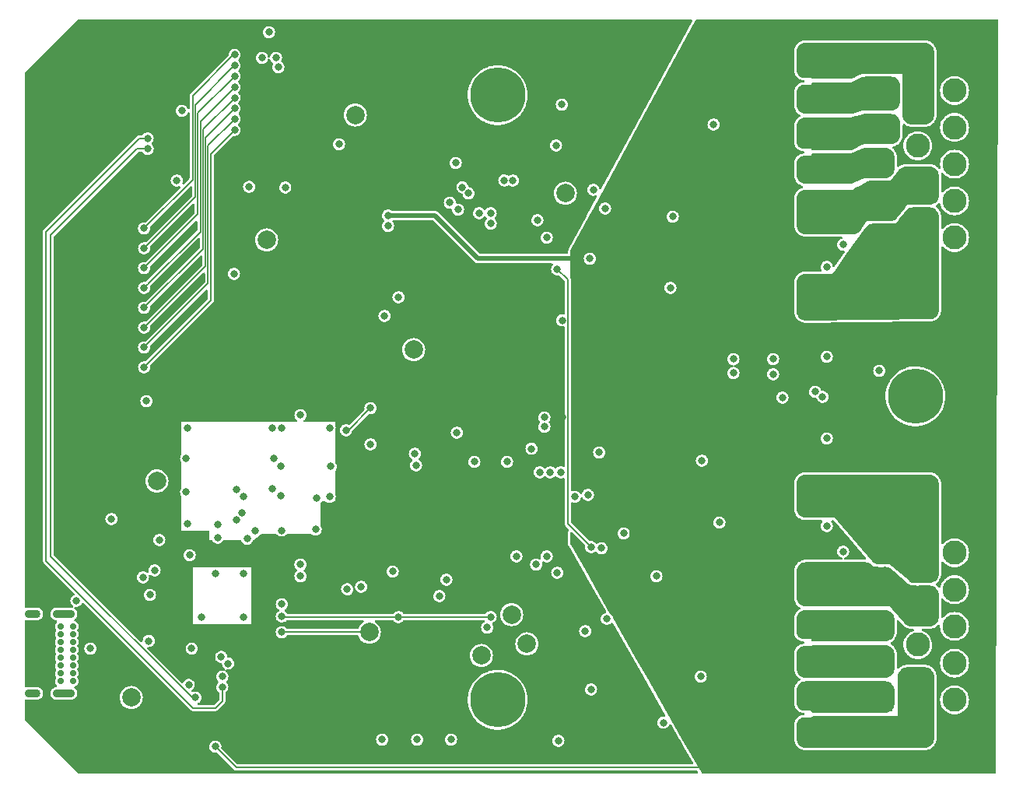
<source format=gbl>
%TF.GenerationSoftware,KiCad,Pcbnew,(6.0.6)*%
%TF.CreationDate,2023-02-09T00:37:25-05:00*%
%TF.ProjectId,DingoPDM,44696e67-6f50-4444-9d2e-6b696361645f,v3*%
%TF.SameCoordinates,Original*%
%TF.FileFunction,Copper,L4,Bot*%
%TF.FilePolarity,Positive*%
%FSLAX46Y46*%
G04 Gerber Fmt 4.6, Leading zero omitted, Abs format (unit mm)*
G04 Created by KiCad (PCBNEW (6.0.6)) date 2023-02-09 00:37:25*
%MOMM*%
%LPD*%
G01*
G04 APERTURE LIST*
%TA.AperFunction,ComponentPad*%
%ADD10C,1.875000*%
%TD*%
%TA.AperFunction,ComponentPad*%
%ADD11C,6.000000*%
%TD*%
%TA.AperFunction,ComponentPad*%
%ADD12C,2.000000*%
%TD*%
%TA.AperFunction,ComponentPad*%
%ADD13C,0.700000*%
%TD*%
%TA.AperFunction,ComponentPad*%
%ADD14O,1.700000X0.900000*%
%TD*%
%TA.AperFunction,ComponentPad*%
%ADD15O,2.400000X0.900000*%
%TD*%
%TA.AperFunction,ComponentPad*%
%ADD16R,2.625000X2.625000*%
%TD*%
%TA.AperFunction,ComponentPad*%
%ADD17C,2.625000*%
%TD*%
%TA.AperFunction,ViaPad*%
%ADD18C,0.800000*%
%TD*%
%TA.AperFunction,Conductor*%
%ADD19C,0.152400*%
%TD*%
%TA.AperFunction,Conductor*%
%ADD20C,0.508000*%
%TD*%
G04 APERTURE END LIST*
D10*
X174244000Y-77343000D03*
X179324000Y-77343000D03*
X174244000Y-84963000D03*
X181864000Y-77343000D03*
X176784000Y-77343000D03*
X179324000Y-84963000D03*
X181864000Y-84963000D03*
X176784000Y-84963000D03*
D11*
X160020000Y-114046000D03*
X160020000Y-48260000D03*
D12*
X158242000Y-109220000D03*
X163195000Y-107950000D03*
X161544000Y-104775000D03*
X144526000Y-50419000D03*
X167386000Y-58928000D03*
X122936000Y-90233500D03*
D13*
X113792000Y-106045000D03*
X113792000Y-106895000D03*
X113792000Y-107745000D03*
X113792000Y-108595000D03*
X113792000Y-109445000D03*
X113792000Y-110295000D03*
X113792000Y-111145000D03*
X113792000Y-111995000D03*
X112442000Y-111995000D03*
X112442000Y-111145000D03*
X112442000Y-110295000D03*
X112442000Y-109445000D03*
X112442000Y-108595000D03*
X112442000Y-107745000D03*
X112442000Y-106895000D03*
X112442000Y-106045000D03*
D14*
X109432000Y-104695000D03*
X109432000Y-113345000D03*
D15*
X112812000Y-104695000D03*
X112812000Y-113345000D03*
D12*
X120142000Y-113792000D03*
X146050000Y-106680000D03*
D16*
X201740000Y-63755007D03*
D17*
X201740000Y-59755007D03*
X201740000Y-55755007D03*
X201740000Y-51755007D03*
X201740000Y-47755007D03*
X205740000Y-61755007D03*
X205740000Y-57755007D03*
X205740000Y-53755007D03*
X205740000Y-49755007D03*
X209740000Y-63755007D03*
X209740000Y-59755007D03*
X209740000Y-55755007D03*
X209740000Y-51755007D03*
X209740000Y-47755007D03*
D16*
X201740000Y-114047007D03*
D17*
X201740000Y-110047007D03*
X201740000Y-106047007D03*
X201740000Y-102047007D03*
X201740000Y-98047007D03*
X205740000Y-112047007D03*
X205740000Y-108047007D03*
X205740000Y-104047007D03*
X205740000Y-100047007D03*
X209740000Y-114047007D03*
X209740000Y-110047007D03*
X209740000Y-106047007D03*
X209740000Y-102047007D03*
X209740000Y-98047007D03*
D12*
X134874000Y-64008000D03*
D11*
X205486000Y-81026000D03*
D12*
X150876000Y-75946000D03*
D18*
X185674000Y-78486000D03*
X185674000Y-76962000D03*
X189992000Y-76962000D03*
X171704000Y-60579000D03*
X167005000Y-49276000D03*
X133604000Y-95631000D03*
X136398000Y-91821000D03*
X135509000Y-91059000D03*
X131572000Y-94488000D03*
X131572000Y-91186000D03*
X129540000Y-94996000D03*
X132334000Y-91948000D03*
X141732000Y-84455000D03*
X141859000Y-88646000D03*
X141732000Y-91948000D03*
X136525000Y-95605600D03*
X140208000Y-95504000D03*
X140335000Y-92075000D03*
X132207000Y-93726000D03*
X132334000Y-105029000D03*
X127762000Y-105029000D03*
X129286000Y-100330000D03*
X132334000Y-100330000D03*
X195834000Y-85598000D03*
X195834000Y-76708000D03*
X123190000Y-96647000D03*
X138557000Y-83058000D03*
X183515000Y-51435000D03*
X157988000Y-61087000D03*
X159258000Y-61087000D03*
X159258000Y-62230000D03*
X129540000Y-96393000D03*
X132740400Y-96520000D03*
X146177000Y-86233000D03*
X131318000Y-67691000D03*
X148590000Y-100076000D03*
X135509000Y-84455000D03*
X195834000Y-95123000D03*
X135890000Y-44196000D03*
X151130000Y-88519000D03*
X135636000Y-87757000D03*
X126111000Y-87757000D03*
X163702791Y-86725210D03*
X184150000Y-94742000D03*
X168402002Y-91948000D03*
X158877000Y-106172000D03*
X136398000Y-88646000D03*
X147701000Y-72263000D03*
X149225000Y-70231000D03*
X126238000Y-94869000D03*
X126111000Y-91440000D03*
X178054000Y-116522500D03*
X166497000Y-100203000D03*
X189992000Y-78613000D03*
X125095000Y-57531000D03*
X195834000Y-66929000D03*
X179070000Y-61468000D03*
X182245000Y-88011000D03*
X178816000Y-69215000D03*
X134366000Y-44196000D03*
X125641823Y-49949823D03*
X177292000Y-100584000D03*
X126238000Y-84455000D03*
X171894500Y-105219500D03*
X197612000Y-64516000D03*
X197612000Y-97917000D03*
X155448000Y-55626000D03*
X173733916Y-95927428D03*
X162052000Y-98425000D03*
X182118000Y-111506000D03*
X136525000Y-84455000D03*
X131390837Y-52044600D03*
X121539000Y-77851000D03*
X131390837Y-50838189D03*
X121539000Y-75692000D03*
X131390837Y-49707800D03*
X121539000Y-73532992D03*
X131390837Y-48539400D03*
X121539000Y-71374000D03*
X121539000Y-69215000D03*
X131390837Y-47371000D03*
X131390837Y-46202600D03*
X121539000Y-67056004D03*
X131390837Y-45034200D03*
X121539000Y-64897000D03*
X131390837Y-43865800D03*
X121539004Y-62738000D03*
X189484000Y-61976000D03*
X189484000Y-61087000D03*
X189484000Y-60198000D03*
X189484000Y-59309000D03*
X190373000Y-59309000D03*
X190373000Y-60198000D03*
X190373000Y-61087000D03*
X190373000Y-61976000D03*
X190373000Y-62865000D03*
X191262000Y-62865000D03*
X191262000Y-61976000D03*
X191262000Y-61087000D03*
X191262000Y-60198000D03*
X191262000Y-59309000D03*
X191262000Y-56261000D03*
X191262000Y-52705000D03*
X189484000Y-56261000D03*
X190373000Y-53594000D03*
X190373000Y-56261000D03*
X191262000Y-54483000D03*
X190373000Y-55372000D03*
X189484000Y-54483000D03*
X189484000Y-53594000D03*
X190373000Y-52705000D03*
X191262000Y-53594000D03*
X189484000Y-52705000D03*
X189484000Y-55372000D03*
X190373000Y-54483000D03*
X191262000Y-55372000D03*
X191262000Y-48514000D03*
X189484000Y-48514000D03*
X189484000Y-46736000D03*
X191262000Y-45847000D03*
X190373000Y-48514000D03*
X190373000Y-44958000D03*
X191262000Y-46736000D03*
X189484000Y-47625000D03*
X190373000Y-47625000D03*
X189484000Y-45847000D03*
X189484000Y-44958000D03*
X191262000Y-47625000D03*
X190373000Y-45847000D03*
X191262000Y-44958000D03*
X189484000Y-72263000D03*
X190373000Y-68707000D03*
X190373000Y-71374000D03*
X191262000Y-70485000D03*
X191262000Y-68707000D03*
X189484000Y-70485000D03*
X190373000Y-72263000D03*
X191262000Y-69596000D03*
X189484000Y-71374000D03*
X191262000Y-72263000D03*
X190373000Y-70485000D03*
X189484000Y-69596000D03*
X190373000Y-69596000D03*
X191262000Y-71374000D03*
X190373000Y-90043000D03*
X190373000Y-92710000D03*
X189484000Y-90932000D03*
X191262000Y-91821000D03*
X190373000Y-91821000D03*
X191262000Y-93599000D03*
X191262000Y-92710000D03*
X189484000Y-92710000D03*
X190373000Y-90932000D03*
X189484000Y-91821000D03*
X190373000Y-93599000D03*
X191262000Y-90043000D03*
X189484000Y-90043000D03*
X189484000Y-93599000D03*
X191262000Y-90932000D03*
X190373000Y-99441000D03*
X190373000Y-102997000D03*
X191262000Y-100330000D03*
X189484000Y-102108000D03*
X191262000Y-101219000D03*
X189484000Y-101219000D03*
X191262000Y-99441000D03*
X191262000Y-102108000D03*
X189484000Y-102997000D03*
X190373000Y-101219000D03*
X190373000Y-102108000D03*
X189484000Y-100330000D03*
X191262000Y-102997000D03*
X189484000Y-99441000D03*
X190373000Y-100330000D03*
X191262000Y-109601000D03*
X190373000Y-107823000D03*
X189484000Y-106934000D03*
X190373000Y-106934000D03*
X191262000Y-108712000D03*
X190373000Y-109601000D03*
X191262000Y-106934000D03*
X189484000Y-107823000D03*
X189484000Y-109601000D03*
X190373000Y-108712000D03*
X189484000Y-106045000D03*
X190373000Y-106045000D03*
X191262000Y-107823000D03*
X189484000Y-108712000D03*
X191262000Y-106045000D03*
X191262000Y-116459000D03*
X191262000Y-117348000D03*
X191262000Y-114681000D03*
X190373000Y-116459000D03*
X190373000Y-113792000D03*
X190373000Y-114681000D03*
X191262000Y-115570000D03*
X191262000Y-113792000D03*
X189484000Y-113792000D03*
X189484000Y-116459000D03*
X189484000Y-114681000D03*
X189484000Y-117348000D03*
X190373000Y-117348000D03*
X189484000Y-115570000D03*
X190373000Y-115570000D03*
X190373000Y-46736000D03*
X172212000Y-68707000D03*
X176403000Y-51689000D03*
X189484000Y-68707000D03*
X173355000Y-63373000D03*
X181737000Y-44894498D03*
X148082000Y-62484000D03*
X189484000Y-62865000D03*
X148082000Y-61341000D03*
X129286000Y-119126000D03*
X147447000Y-118364000D03*
X151257000Y-118364000D03*
X154940000Y-118364000D03*
X166624000Y-118491000D03*
X157480000Y-88138000D03*
X161036000Y-88138000D03*
X132969000Y-58229500D03*
X138557000Y-99314000D03*
X138557000Y-100584000D03*
X136906000Y-58293000D03*
X122682000Y-99949000D03*
X117983000Y-94361000D03*
X114173000Y-103251000D03*
X121412000Y-100711000D03*
X196088000Y-68580000D03*
X196088000Y-69469000D03*
X196088000Y-70358000D03*
X196088000Y-71247000D03*
X195199000Y-70358000D03*
X195199000Y-71247000D03*
X195199000Y-68580000D03*
X195199000Y-69469000D03*
X194310000Y-72136000D03*
X195199000Y-72136000D03*
X196088000Y-72136000D03*
X200660000Y-71247000D03*
X194310000Y-71247000D03*
X194310000Y-69469000D03*
X205740000Y-71247000D03*
X207010000Y-67310000D03*
X194310000Y-68580000D03*
X205740000Y-68580000D03*
X203200000Y-71247000D03*
X199390000Y-69850000D03*
X194310000Y-70358000D03*
X204470000Y-64770000D03*
X205740000Y-66040000D03*
X198120000Y-68580000D03*
X201930000Y-67310000D03*
X200660000Y-66040000D03*
X204470000Y-67310000D03*
X198120000Y-71247000D03*
X201930000Y-69850000D03*
X207010000Y-69850000D03*
X199390000Y-67310000D03*
X203200000Y-66040000D03*
X207010000Y-64770000D03*
X203200000Y-68580000D03*
X200660000Y-68580000D03*
X204470000Y-69850000D03*
X155702000Y-60706000D03*
X167036790Y-72749358D03*
X196088000Y-61087000D03*
X196088000Y-59309000D03*
X196088000Y-60198000D03*
X196088000Y-61976000D03*
X195199000Y-61087000D03*
X195199000Y-61976000D03*
X195199000Y-60198000D03*
X195199000Y-59309000D03*
X194310000Y-62865000D03*
X196088000Y-62865000D03*
X195199000Y-62865000D03*
X194310000Y-61976000D03*
X199390000Y-60960000D03*
X194310000Y-59309000D03*
X198120000Y-62230000D03*
X198120000Y-59690000D03*
X194310000Y-60198000D03*
X194310000Y-61087000D03*
X170053000Y-66040000D03*
X154813000Y-59944000D03*
X195199000Y-91948000D03*
X194310000Y-91059000D03*
X195199000Y-93726000D03*
X194310000Y-91948000D03*
X194310000Y-92837000D03*
X195199000Y-92837000D03*
X194310000Y-93726000D03*
X195199000Y-91059000D03*
X196088000Y-91059000D03*
X196088000Y-92837000D03*
X196088000Y-91948000D03*
X196088000Y-93726000D03*
X195199000Y-90170000D03*
X196088000Y-90170000D03*
X194310000Y-90170000D03*
X205740000Y-90170000D03*
X203200000Y-92710000D03*
X205740000Y-92710000D03*
X204470000Y-96520000D03*
X198120000Y-95250000D03*
X203200000Y-90170000D03*
X205740000Y-95250000D03*
X205740000Y-97790000D03*
X201930000Y-91440000D03*
X207010000Y-93980000D03*
X200660000Y-90168520D03*
X199390000Y-93980000D03*
X198120000Y-92710000D03*
X198092634Y-90168520D03*
X207010000Y-91440000D03*
X204470000Y-93980000D03*
X199390000Y-91440000D03*
X201930000Y-93980000D03*
X203200000Y-95250000D03*
X200660000Y-92710000D03*
X200660000Y-95250000D03*
X207010000Y-96520000D03*
X204470000Y-91440000D03*
X171069000Y-87122000D03*
X169844534Y-91739534D03*
X196088000Y-100457000D03*
X196088000Y-103124000D03*
X195199000Y-102235000D03*
X195199000Y-101346000D03*
X194310000Y-102235000D03*
X194310000Y-103124000D03*
X194310000Y-100457000D03*
X196088000Y-102235000D03*
X196088000Y-101346000D03*
X194310000Y-101346000D03*
X195199000Y-103124000D03*
X195199000Y-100457000D03*
X195199000Y-99568000D03*
X194310000Y-99568000D03*
X196088000Y-99568000D03*
X199390000Y-100330000D03*
X198120000Y-99568000D03*
X199390000Y-102870000D03*
X198120000Y-101600000D03*
X171323000Y-97536000D03*
X166878000Y-89281000D03*
X165734996Y-89281000D03*
X169545000Y-106553000D03*
X164592002Y-89281000D03*
X170180000Y-112903000D03*
X161671000Y-57531000D03*
X170434000Y-58547000D03*
X166370000Y-53721000D03*
X160743999Y-57526518D03*
X156083000Y-76200000D03*
X156083000Y-78867000D03*
X125349000Y-110617000D03*
X157988000Y-53721000D03*
X167036790Y-83311539D03*
X152400000Y-109474000D03*
X148717000Y-109474000D03*
X123063000Y-57531000D03*
X151130000Y-92329000D03*
X142748000Y-110236000D03*
X160909000Y-97028000D03*
X151384000Y-99060000D03*
X157353000Y-97028000D03*
X118364000Y-101092000D03*
X115189000Y-117602000D03*
X156083000Y-109474000D03*
X135763002Y-99822000D03*
X156083000Y-75311000D03*
X156083000Y-79756000D03*
X170243500Y-103251000D03*
X140716000Y-52197000D03*
X117855998Y-98171000D03*
X165481000Y-109855000D03*
X163957000Y-68580000D03*
X135890000Y-109474000D03*
X201549000Y-78232000D03*
X195389500Y-81089500D03*
X135128000Y-41402000D03*
X136144000Y-45212000D03*
X195199000Y-118110000D03*
X194310000Y-116332000D03*
X195199000Y-117221000D03*
X195199000Y-116332000D03*
X194310000Y-117221000D03*
X194310000Y-118110000D03*
X196850000Y-116840000D03*
X198120000Y-118110000D03*
X204470000Y-116840000D03*
X203200000Y-118110000D03*
X205740000Y-115570000D03*
X205740000Y-118110000D03*
X201930000Y-116840000D03*
X204470000Y-114300000D03*
X207010000Y-116840000D03*
X199390000Y-116840000D03*
X200660000Y-118110000D03*
X207010000Y-114300000D03*
X194310000Y-114046000D03*
X194310000Y-113157000D03*
X195199000Y-113157000D03*
X194310000Y-114935000D03*
X195199000Y-114046000D03*
X195199000Y-114935000D03*
X199390000Y-113030000D03*
X196850000Y-113030000D03*
X198120000Y-114300000D03*
X195199000Y-109601000D03*
X194310000Y-108712000D03*
X194310000Y-109601000D03*
X195199000Y-110490000D03*
X195199000Y-108712000D03*
X194310000Y-110490000D03*
X199390000Y-108712000D03*
X198120000Y-110490000D03*
X196850000Y-108712000D03*
X195199000Y-107061000D03*
X195199000Y-105283000D03*
X194310000Y-105283000D03*
X195199000Y-106172000D03*
X194310000Y-107061000D03*
X194310000Y-106172000D03*
X198120000Y-106680000D03*
X199390000Y-105410000D03*
X196850000Y-105283000D03*
X195199000Y-56134000D03*
X195199000Y-55245000D03*
X194310000Y-56134000D03*
X194310000Y-55245000D03*
X195199000Y-57023000D03*
X194310000Y-57023000D03*
X199390000Y-55880000D03*
X198120000Y-57150000D03*
X196850000Y-55880000D03*
X195199000Y-53594000D03*
X194310000Y-51816000D03*
X195199000Y-51816000D03*
X195199000Y-52705000D03*
X194310000Y-53594000D03*
X194310000Y-52705000D03*
X196850000Y-52070000D03*
X198120000Y-53340000D03*
X199390000Y-52070000D03*
X195199000Y-48387000D03*
X194310000Y-49276000D03*
X194310000Y-47498000D03*
X195199000Y-47498000D03*
X194310000Y-48387000D03*
X195199000Y-49276000D03*
X198120000Y-49276000D03*
X199390000Y-48260000D03*
X196850000Y-48260000D03*
X194310000Y-45085000D03*
X207010000Y-44450000D03*
X204470000Y-46990000D03*
X198120000Y-45974000D03*
X205740000Y-45720000D03*
X196850000Y-44450000D03*
X194310000Y-45974000D03*
X198120000Y-43180000D03*
X195199000Y-45085000D03*
X195199000Y-44196000D03*
X204470000Y-44450000D03*
X195199000Y-45974000D03*
X205740000Y-43180000D03*
X203200000Y-43180000D03*
X200660000Y-43180000D03*
X201930000Y-44450000D03*
X207010000Y-46990000D03*
X199390000Y-44450000D03*
X194310000Y-44196000D03*
X121793000Y-81534000D03*
X136527345Y-103632670D03*
X126717305Y-108462099D03*
X126401990Y-112410186D03*
X122174000Y-102616000D03*
X122047000Y-107632500D03*
X126492000Y-98298000D03*
X136525000Y-106680000D03*
X130673232Y-110099232D03*
X115697000Y-108458000D03*
X129930768Y-109356768D03*
X165100000Y-83312000D03*
X154432000Y-100965000D03*
X194564000Y-80518000D03*
X145161000Y-101727000D03*
X164211000Y-99314000D03*
X165100000Y-84328000D03*
X165354000Y-98425000D03*
X191008000Y-81153000D03*
X153670000Y-102743000D03*
X143637000Y-102012790D03*
X164338000Y-61849000D03*
X121920000Y-52959000D03*
X130048000Y-112648998D03*
X142748000Y-53594000D03*
X156189504Y-58272504D03*
X121920000Y-54102000D03*
X156845000Y-58928000D03*
X127127000Y-113792000D03*
X130048000Y-111506000D03*
X165354000Y-63753998D03*
X143510000Y-84709000D03*
X146177000Y-82296000D03*
X155575000Y-84963000D03*
X151003000Y-87249000D03*
X159258000Y-105029000D03*
X166497000Y-67183000D03*
X136525000Y-104965500D03*
X170191500Y-97420500D03*
X149225000Y-105029000D03*
D19*
X131394200Y-52044600D02*
X128778061Y-54660739D01*
X128778060Y-60028816D02*
X128778000Y-60028876D01*
X121938999Y-77451001D02*
X121539000Y-77851000D01*
X128778000Y-70612000D02*
X121938999Y-77451001D01*
X128778061Y-54660739D02*
X128778060Y-60028816D01*
X128778000Y-60028876D02*
X128778000Y-70612000D01*
X128498589Y-68732411D02*
X128498589Y-59913141D01*
X121539000Y-75692000D02*
X128498589Y-68732411D01*
X128498650Y-53730376D02*
X131390837Y-50838189D01*
X128498650Y-59913080D02*
X128498650Y-53730376D01*
X128498589Y-59913141D02*
X128498650Y-59913080D01*
X128219240Y-59797344D02*
X128219178Y-59797406D01*
X128219241Y-52879396D02*
X128219240Y-59797344D01*
X128219178Y-66852814D02*
X121938999Y-73132993D01*
X121938999Y-73132993D02*
X121539000Y-73532992D01*
X121538992Y-73533000D02*
X121539000Y-73532992D01*
X128219178Y-59797406D02*
X128219178Y-66852814D01*
X131390837Y-49707800D02*
X128219241Y-52879396D01*
X127939767Y-59681671D02*
X127939767Y-64973233D01*
X127939767Y-64973233D02*
X121539000Y-71374000D01*
X127939830Y-59681608D02*
X127939767Y-59681671D01*
X127939831Y-51990406D02*
X127939830Y-59681608D01*
X131390837Y-48539400D02*
X127939831Y-51990406D01*
X127660420Y-59565872D02*
X127660356Y-59565936D01*
X131390837Y-47371000D02*
X127660420Y-51101417D01*
X127660356Y-59565936D02*
X127660356Y-63093644D01*
X127660420Y-51101417D02*
X127660420Y-59565872D01*
X121938999Y-68815001D02*
X121539000Y-69215000D01*
X127660356Y-63093644D02*
X121938999Y-68815001D01*
X127380945Y-59450201D02*
X127380945Y-61214059D01*
X127381010Y-59450136D02*
X127380945Y-59450201D01*
X131390837Y-46202600D02*
X127381011Y-50212426D01*
X127381011Y-50212426D02*
X127381010Y-59450136D01*
X127380945Y-61214059D02*
X121539000Y-67056004D01*
X127101600Y-59334400D02*
X121539000Y-64897000D01*
X131368800Y-45034200D02*
X127101600Y-49301400D01*
X127101600Y-49301400D02*
X127101600Y-59334400D01*
X131390837Y-45034200D02*
X131368800Y-45034200D01*
X131267200Y-43865800D02*
X126822200Y-48310800D01*
X126822200Y-48310800D02*
X126822200Y-57454804D01*
X126822200Y-57454804D02*
X121539004Y-62738000D01*
D20*
X170414999Y-68052999D02*
X170414999Y-68129381D01*
D19*
X181864000Y-77343000D02*
X181864000Y-84963000D01*
D20*
X148082000Y-61341000D02*
X153162000Y-61341000D01*
D19*
X131572000Y-121412000D02*
X129286000Y-119126000D01*
X189484000Y-117348000D02*
X185420000Y-121412000D01*
X185420000Y-121412000D02*
X131572000Y-121412000D01*
D20*
X170992618Y-68707000D02*
X172212000Y-68707000D01*
X170414999Y-68129381D02*
X170992618Y-68707000D01*
X157861000Y-66040000D02*
X168402000Y-66040000D01*
X168402000Y-66040000D02*
X170414999Y-68052999D01*
X153162000Y-61341000D02*
X157861000Y-66040000D01*
D19*
X136525000Y-106680000D02*
X146050000Y-106680000D01*
X129286000Y-114935000D02*
X130048000Y-114173000D01*
X121920000Y-52959000D02*
X121031000Y-52959000D01*
X110871000Y-63119000D02*
X110871000Y-98933000D01*
X130048000Y-114173000D02*
X130048000Y-112648998D01*
X121031000Y-52959000D02*
X110871000Y-63119000D01*
X110871000Y-98933000D02*
X126873000Y-114935000D01*
X126873000Y-114935000D02*
X129286000Y-114935000D01*
X121920000Y-54102000D02*
X120777000Y-54102000D01*
X111379000Y-63500000D02*
X111379000Y-98425000D01*
X120777000Y-54102000D02*
X111379000Y-63500000D01*
X121920000Y-53998942D02*
X121920000Y-54102000D01*
X126746000Y-113792000D02*
X127127000Y-113792000D01*
X111379000Y-98425000D02*
X126746000Y-113792000D01*
X143764000Y-84709000D02*
X143510000Y-84709000D01*
X146177000Y-82296000D02*
X143764000Y-84709000D01*
X149225000Y-105029000D02*
X136588500Y-105029000D01*
X167640000Y-94869000D02*
X170191500Y-97420500D01*
X159258000Y-105029000D02*
X149225000Y-105029000D01*
X136588500Y-105029000D02*
X136525000Y-104965500D01*
X167640000Y-68326000D02*
X167640000Y-94869000D01*
X166497000Y-67183000D02*
X167640000Y-68326000D01*
%TA.AperFunction,Conductor*%
G36*
X200052953Y-99060607D02*
G01*
X200203622Y-99075446D01*
X200227843Y-99080263D01*
X200366788Y-99122411D01*
X200389598Y-99131860D01*
X200517644Y-99200302D01*
X200538179Y-99214024D01*
X200660000Y-99314000D01*
X200914000Y-99568000D01*
X201347988Y-99568000D01*
X201377402Y-99571481D01*
X201489296Y-99598345D01*
X201489302Y-99598346D01*
X201494109Y-99599500D01*
X201740000Y-99618852D01*
X201985891Y-99599500D01*
X201990698Y-99598346D01*
X201990704Y-99598345D01*
X202102598Y-99571481D01*
X202132012Y-99568000D01*
X202188679Y-99568000D01*
X202199689Y-99568482D01*
X202360052Y-99582547D01*
X202381731Y-99586380D01*
X202419503Y-99596528D01*
X202531853Y-99626712D01*
X202552536Y-99634261D01*
X202693344Y-99700109D01*
X202712395Y-99711141D01*
X202844120Y-99803678D01*
X202852845Y-99810395D01*
X203168250Y-100076000D01*
X204694365Y-101361150D01*
X204694369Y-101361153D01*
X204978000Y-101600000D01*
X205495506Y-101600000D01*
X205505392Y-101600388D01*
X205740000Y-101618852D01*
X205744930Y-101618464D01*
X205974608Y-101600388D01*
X205984494Y-101600000D01*
X207003813Y-101600000D01*
X207016163Y-101600607D01*
X207195862Y-101618306D01*
X207220085Y-101623124D01*
X207386936Y-101673737D01*
X207409749Y-101683187D01*
X207563514Y-101765377D01*
X207584052Y-101779100D01*
X207718827Y-101889708D01*
X207736292Y-101907173D01*
X207846900Y-102041948D01*
X207860623Y-102062486D01*
X207942813Y-102216251D01*
X207952263Y-102239064D01*
X208002876Y-102405913D01*
X208007694Y-102430138D01*
X208025393Y-102609837D01*
X208026000Y-102622187D01*
X208026000Y-105022813D01*
X208025393Y-105035163D01*
X208007694Y-105214862D01*
X208002876Y-105239085D01*
X207952263Y-105405936D01*
X207942813Y-105428749D01*
X207860623Y-105582514D01*
X207846900Y-105603052D01*
X207736292Y-105737827D01*
X207718827Y-105755292D01*
X207584052Y-105865900D01*
X207563514Y-105879623D01*
X207414522Y-105959262D01*
X207409749Y-105961813D01*
X207386936Y-105971263D01*
X207220085Y-106021876D01*
X207195862Y-106026694D01*
X207016163Y-106044393D01*
X207003813Y-106045000D01*
X205062171Y-106045000D01*
X205048843Y-106044293D01*
X205029231Y-106042207D01*
X204855076Y-106023681D01*
X204829023Y-106018075D01*
X204650311Y-105959261D01*
X204626023Y-105948301D01*
X204463677Y-105853206D01*
X204442236Y-105837379D01*
X204298577Y-105705719D01*
X204289237Y-105696202D01*
X204207046Y-105603052D01*
X204043594Y-105417806D01*
X203635184Y-104954942D01*
X202997556Y-104232296D01*
X202997550Y-104232290D01*
X202692000Y-103886000D01*
X193554187Y-103886000D01*
X193541837Y-103885393D01*
X193362138Y-103867694D01*
X193337915Y-103862876D01*
X193171064Y-103812263D01*
X193148251Y-103802813D01*
X192994486Y-103720623D01*
X192973948Y-103706900D01*
X192839173Y-103596292D01*
X192821708Y-103578827D01*
X192711100Y-103444052D01*
X192697377Y-103423514D01*
X192615187Y-103269749D01*
X192605737Y-103246936D01*
X192555124Y-103080085D01*
X192550306Y-103055862D01*
X192532607Y-102876163D01*
X192532000Y-102863813D01*
X192532000Y-100082187D01*
X192532607Y-100069837D01*
X192550306Y-99890138D01*
X192555124Y-99865913D01*
X192605737Y-99699064D01*
X192615187Y-99676251D01*
X192697377Y-99522486D01*
X192711100Y-99501948D01*
X192821708Y-99367173D01*
X192839173Y-99349708D01*
X192973948Y-99239100D01*
X192994486Y-99225377D01*
X193148251Y-99143187D01*
X193171064Y-99133737D01*
X193337915Y-99083124D01*
X193362138Y-99078306D01*
X193541837Y-99060607D01*
X193554187Y-99060000D01*
X200040603Y-99060000D01*
X200052953Y-99060607D01*
G37*
%TD.AperFunction*%
%TA.AperFunction,Conductor*%
G36*
X202190163Y-104267607D02*
G01*
X202369862Y-104285306D01*
X202394085Y-104290124D01*
X202560936Y-104340737D01*
X202583749Y-104350187D01*
X202737514Y-104432377D01*
X202758052Y-104446100D01*
X202892827Y-104556708D01*
X202910292Y-104574173D01*
X203020900Y-104708948D01*
X203034623Y-104729486D01*
X203116813Y-104883251D01*
X203126263Y-104906064D01*
X203176876Y-105072913D01*
X203181694Y-105097138D01*
X203199393Y-105276837D01*
X203200000Y-105289187D01*
X203200000Y-106673813D01*
X203199393Y-106686163D01*
X203181694Y-106865862D01*
X203176876Y-106890085D01*
X203126263Y-107056936D01*
X203116813Y-107079749D01*
X203034623Y-107233514D01*
X203020900Y-107254052D01*
X202910292Y-107388827D01*
X202892827Y-107406292D01*
X202758052Y-107516900D01*
X202737514Y-107530623D01*
X202583749Y-107612813D01*
X202560936Y-107622263D01*
X202394085Y-107672876D01*
X202369862Y-107677694D01*
X202190163Y-107695393D01*
X202177813Y-107696000D01*
X194326591Y-107696000D01*
X194293984Y-107691708D01*
X194280110Y-107687991D01*
X194219486Y-107651042D01*
X194191010Y-107598894D01*
X194183000Y-107569000D01*
X194183000Y-107442000D01*
X193364579Y-107442000D01*
X193350471Y-107441208D01*
X193187913Y-107422892D01*
X193160406Y-107416613D01*
X193012730Y-107364939D01*
X192987309Y-107352697D01*
X192854828Y-107269454D01*
X192832769Y-107251862D01*
X192722138Y-107141231D01*
X192704546Y-107119172D01*
X192621303Y-106986691D01*
X192609061Y-106961270D01*
X192557387Y-106813594D01*
X192551108Y-106786087D01*
X192532792Y-106623529D01*
X192532000Y-106609421D01*
X192532000Y-105289187D01*
X192532607Y-105276837D01*
X192550306Y-105097138D01*
X192555124Y-105072913D01*
X192605737Y-104906064D01*
X192615187Y-104883251D01*
X192697377Y-104729486D01*
X192711100Y-104708948D01*
X192821708Y-104574173D01*
X192839173Y-104556708D01*
X192973948Y-104446100D01*
X192994486Y-104432377D01*
X193148251Y-104350187D01*
X193171064Y-104340737D01*
X193337915Y-104290124D01*
X193362138Y-104285306D01*
X193541837Y-104267607D01*
X193554187Y-104267000D01*
X202177813Y-104267000D01*
X202190163Y-104267607D01*
G37*
%TD.AperFunction*%
%TA.AperFunction,Conductor*%
G36*
X202190163Y-108077607D02*
G01*
X202369862Y-108095306D01*
X202394085Y-108100124D01*
X202560936Y-108150737D01*
X202583749Y-108160187D01*
X202737514Y-108242377D01*
X202758052Y-108256100D01*
X202892827Y-108366708D01*
X202910292Y-108384173D01*
X203020900Y-108518948D01*
X203034623Y-108539486D01*
X203116813Y-108693251D01*
X203126263Y-108716064D01*
X203169899Y-108859913D01*
X203176876Y-108882913D01*
X203181694Y-108907138D01*
X203199393Y-109086837D01*
X203200000Y-109099187D01*
X203200000Y-110610813D01*
X203199393Y-110623163D01*
X203181694Y-110802862D01*
X203176876Y-110827085D01*
X203126263Y-110993936D01*
X203116813Y-111016749D01*
X203034623Y-111170514D01*
X203020900Y-111191052D01*
X202910292Y-111325827D01*
X202892827Y-111343292D01*
X202758052Y-111453900D01*
X202737514Y-111467623D01*
X202583749Y-111549813D01*
X202560936Y-111559263D01*
X202394085Y-111609876D01*
X202369862Y-111614694D01*
X202190163Y-111632393D01*
X202177813Y-111633000D01*
X193554187Y-111633000D01*
X193541837Y-111632393D01*
X193362138Y-111614694D01*
X193337915Y-111609876D01*
X193171064Y-111559263D01*
X193148251Y-111549813D01*
X192994486Y-111467623D01*
X192973948Y-111453900D01*
X192839173Y-111343292D01*
X192821708Y-111325827D01*
X192711100Y-111191052D01*
X192697377Y-111170514D01*
X192615187Y-111016749D01*
X192605737Y-110993936D01*
X192555124Y-110827085D01*
X192550306Y-110802862D01*
X192532607Y-110623163D01*
X192532000Y-110610813D01*
X192532000Y-109036579D01*
X192532792Y-109022471D01*
X192551108Y-108859913D01*
X192557387Y-108832406D01*
X192609061Y-108684730D01*
X192621303Y-108659309D01*
X192704546Y-108526828D01*
X192722138Y-108504769D01*
X192832769Y-108394138D01*
X192854828Y-108376546D01*
X192987309Y-108293303D01*
X193012730Y-108281061D01*
X193160406Y-108229387D01*
X193187913Y-108223108D01*
X193350471Y-108204792D01*
X193364579Y-108204000D01*
X194183000Y-108204000D01*
X194183000Y-108147440D01*
X194221631Y-108099501D01*
X194293492Y-108077000D01*
X202177813Y-108077000D01*
X202190163Y-108077607D01*
G37*
%TD.AperFunction*%
%TA.AperFunction,Conductor*%
G36*
X202190163Y-112014607D02*
G01*
X202369862Y-112032306D01*
X202394085Y-112037124D01*
X202560936Y-112087737D01*
X202583749Y-112097187D01*
X202737514Y-112179377D01*
X202758052Y-112193100D01*
X202892827Y-112303708D01*
X202910292Y-112321173D01*
X203020900Y-112455948D01*
X203034623Y-112476486D01*
X203116813Y-112630251D01*
X203126263Y-112653064D01*
X203176876Y-112819913D01*
X203181694Y-112844138D01*
X203199393Y-113023837D01*
X203200000Y-113036187D01*
X203200000Y-114420813D01*
X203199393Y-114433163D01*
X203181694Y-114612862D01*
X203176876Y-114637085D01*
X203126263Y-114803936D01*
X203116813Y-114826749D01*
X203034623Y-114980514D01*
X203020900Y-115001052D01*
X202910292Y-115135827D01*
X202892827Y-115153292D01*
X202758052Y-115263900D01*
X202737514Y-115277623D01*
X202583749Y-115359813D01*
X202560936Y-115369263D01*
X202394085Y-115419876D01*
X202369862Y-115424694D01*
X202190163Y-115442393D01*
X202177813Y-115443000D01*
X194326591Y-115443000D01*
X194293984Y-115438708D01*
X194280110Y-115434991D01*
X194219486Y-115398042D01*
X194191010Y-115345894D01*
X194183000Y-115316000D01*
X194183000Y-115189000D01*
X193364579Y-115189000D01*
X193350471Y-115188208D01*
X193187913Y-115169892D01*
X193160406Y-115163613D01*
X193012730Y-115111939D01*
X192987309Y-115099697D01*
X192854828Y-115016454D01*
X192832769Y-114998862D01*
X192722138Y-114888231D01*
X192704546Y-114866172D01*
X192621303Y-114733691D01*
X192609061Y-114708270D01*
X192557387Y-114560594D01*
X192551108Y-114533087D01*
X192532792Y-114370529D01*
X192532000Y-114356421D01*
X192532000Y-113036187D01*
X192532607Y-113023837D01*
X192550306Y-112844138D01*
X192555124Y-112819913D01*
X192605737Y-112653064D01*
X192615187Y-112630251D01*
X192697377Y-112476486D01*
X192711100Y-112455948D01*
X192821708Y-112321173D01*
X192839173Y-112303708D01*
X192973948Y-112193100D01*
X192994486Y-112179377D01*
X193148251Y-112097187D01*
X193171064Y-112087737D01*
X193337915Y-112037124D01*
X193362138Y-112032306D01*
X193541837Y-112014607D01*
X193554187Y-112014000D01*
X202177813Y-112014000D01*
X202190163Y-112014607D01*
G37*
%TD.AperFunction*%
%TA.AperFunction,Conductor*%
G36*
X206508163Y-42545607D02*
G01*
X206687862Y-42563306D01*
X206712085Y-42568124D01*
X206878936Y-42618737D01*
X206901749Y-42628187D01*
X207055514Y-42710377D01*
X207076052Y-42724100D01*
X207210827Y-42834708D01*
X207228292Y-42852173D01*
X207338900Y-42986948D01*
X207352623Y-43007486D01*
X207434813Y-43161251D01*
X207444263Y-43184064D01*
X207494876Y-43350913D01*
X207499694Y-43375138D01*
X207517393Y-43554837D01*
X207518000Y-43567187D01*
X207518000Y-50412813D01*
X207517393Y-50425163D01*
X207499694Y-50604862D01*
X207494876Y-50629085D01*
X207444263Y-50795936D01*
X207434813Y-50818749D01*
X207352623Y-50972514D01*
X207338900Y-50993052D01*
X207228292Y-51127827D01*
X207210827Y-51145292D01*
X207076052Y-51255900D01*
X207055514Y-51269623D01*
X206901749Y-51351813D01*
X206878936Y-51361263D01*
X206712085Y-51411876D01*
X206687862Y-51416694D01*
X206508163Y-51434393D01*
X206495813Y-51435000D01*
X205111187Y-51435000D01*
X205098837Y-51434393D01*
X204919138Y-51416694D01*
X204894915Y-51411876D01*
X204728064Y-51361263D01*
X204705251Y-51351813D01*
X204551486Y-51269623D01*
X204530948Y-51255900D01*
X204396173Y-51145292D01*
X204378708Y-51127827D01*
X204268100Y-50993052D01*
X204254377Y-50972514D01*
X204172187Y-50818749D01*
X204162737Y-50795936D01*
X204112124Y-50629085D01*
X204107306Y-50604862D01*
X204089607Y-50425163D01*
X204089000Y-50412813D01*
X204089000Y-45974000D01*
X199644000Y-45974000D01*
X199446978Y-46061565D01*
X199446973Y-46061567D01*
X199072500Y-46228000D01*
X198788533Y-46354208D01*
X198704050Y-46391756D01*
X198691753Y-46396468D01*
X198585296Y-46431000D01*
X198508880Y-46455788D01*
X198483157Y-46461246D01*
X198305441Y-46479896D01*
X198291946Y-46481312D01*
X198278796Y-46482000D01*
X194293492Y-46482000D01*
X194225371Y-46461998D01*
X194183000Y-46411297D01*
X194183000Y-46355000D01*
X193364579Y-46355000D01*
X193350471Y-46354208D01*
X193187913Y-46335892D01*
X193160406Y-46329613D01*
X193012730Y-46277939D01*
X192987309Y-46265697D01*
X192854828Y-46182454D01*
X192832769Y-46164862D01*
X192722138Y-46054231D01*
X192704546Y-46032172D01*
X192621303Y-45899691D01*
X192609061Y-45874270D01*
X192557387Y-45726594D01*
X192551108Y-45699087D01*
X192532792Y-45536529D01*
X192532000Y-45522421D01*
X192532000Y-43567187D01*
X192532607Y-43554837D01*
X192550306Y-43375138D01*
X192555124Y-43350913D01*
X192605737Y-43184064D01*
X192615187Y-43161251D01*
X192697377Y-43007486D01*
X192711100Y-42986948D01*
X192821708Y-42852173D01*
X192839173Y-42834708D01*
X192973948Y-42724100D01*
X192994486Y-42710377D01*
X193148251Y-42628187D01*
X193171064Y-42618737D01*
X193337915Y-42568124D01*
X193362138Y-42563306D01*
X193541837Y-42545607D01*
X193554187Y-42545000D01*
X206495813Y-42545000D01*
X206508163Y-42545607D01*
G37*
%TD.AperFunction*%
%TA.AperFunction,Conductor*%
G36*
X206508163Y-110490607D02*
G01*
X206687862Y-110508306D01*
X206712085Y-110513124D01*
X206878936Y-110563737D01*
X206901749Y-110573187D01*
X207055514Y-110655377D01*
X207076052Y-110669100D01*
X207210827Y-110779708D01*
X207228292Y-110797173D01*
X207338900Y-110931948D01*
X207352623Y-110952486D01*
X207434813Y-111106251D01*
X207444263Y-111129064D01*
X207494876Y-111295913D01*
X207499694Y-111320138D01*
X207517393Y-111499837D01*
X207518000Y-111512187D01*
X207518000Y-118230813D01*
X207517393Y-118243163D01*
X207499694Y-118422862D01*
X207494876Y-118447085D01*
X207444263Y-118613936D01*
X207434813Y-118636749D01*
X207352623Y-118790514D01*
X207338900Y-118811052D01*
X207228292Y-118945827D01*
X207210827Y-118963292D01*
X207076052Y-119073900D01*
X207055514Y-119087623D01*
X206901749Y-119169813D01*
X206878936Y-119179263D01*
X206712085Y-119229876D01*
X206687862Y-119234694D01*
X206508163Y-119252393D01*
X206495813Y-119253000D01*
X193554187Y-119253000D01*
X193541837Y-119252393D01*
X193362138Y-119234694D01*
X193337915Y-119229876D01*
X193171064Y-119179263D01*
X193148251Y-119169813D01*
X192994486Y-119087623D01*
X192973948Y-119073900D01*
X192839173Y-118963292D01*
X192821708Y-118945827D01*
X192711100Y-118811052D01*
X192697377Y-118790514D01*
X192615187Y-118636749D01*
X192605737Y-118613936D01*
X192555124Y-118447085D01*
X192550306Y-118422862D01*
X192532607Y-118243163D01*
X192532000Y-118230813D01*
X192532000Y-116783579D01*
X192532792Y-116769471D01*
X192551108Y-116606913D01*
X192557387Y-116579406D01*
X192609061Y-116431730D01*
X192621303Y-116406309D01*
X192704546Y-116273828D01*
X192722138Y-116251769D01*
X192832769Y-116141138D01*
X192854828Y-116123546D01*
X192987309Y-116040303D01*
X193012730Y-116028061D01*
X193160406Y-115976387D01*
X193187913Y-115970108D01*
X193350471Y-115951792D01*
X193364579Y-115951000D01*
X194183000Y-115951000D01*
X194183000Y-115894440D01*
X194221631Y-115846501D01*
X194293492Y-115824000D01*
X203581000Y-115824000D01*
X203581000Y-111512187D01*
X203581607Y-111499837D01*
X203599306Y-111320138D01*
X203604124Y-111295913D01*
X203654737Y-111129064D01*
X203664187Y-111106251D01*
X203746377Y-110952486D01*
X203760100Y-110931948D01*
X203870708Y-110797173D01*
X203888173Y-110779708D01*
X204022948Y-110669100D01*
X204043486Y-110655377D01*
X204197251Y-110573187D01*
X204220064Y-110563737D01*
X204386915Y-110513124D01*
X204411138Y-110508306D01*
X204590837Y-110490607D01*
X204603187Y-110490000D01*
X206495813Y-110490000D01*
X206508163Y-110490607D01*
G37*
%TD.AperFunction*%
%TA.AperFunction,Conductor*%
G36*
X202825163Y-50292607D02*
G01*
X203004862Y-50310306D01*
X203029085Y-50315124D01*
X203195936Y-50365737D01*
X203218749Y-50375187D01*
X203372514Y-50457377D01*
X203393052Y-50471100D01*
X203527827Y-50581708D01*
X203545292Y-50599173D01*
X203655900Y-50733948D01*
X203669623Y-50754486D01*
X203751813Y-50908251D01*
X203761263Y-50931064D01*
X203773250Y-50970580D01*
X203811876Y-51097913D01*
X203816694Y-51122138D01*
X203834393Y-51301837D01*
X203835000Y-51314187D01*
X203835000Y-52571813D01*
X203834393Y-52584163D01*
X203816694Y-52763862D01*
X203811876Y-52788085D01*
X203761263Y-52954936D01*
X203751813Y-52977749D01*
X203669623Y-53131514D01*
X203655900Y-53152052D01*
X203545292Y-53286827D01*
X203527827Y-53304292D01*
X203393052Y-53414900D01*
X203372514Y-53428623D01*
X203218749Y-53510813D01*
X203195936Y-53520263D01*
X203029085Y-53570876D01*
X203004862Y-53575694D01*
X202825163Y-53593393D01*
X202812813Y-53594000D01*
X199898000Y-53594000D01*
X199694584Y-53686462D01*
X198707476Y-54135147D01*
X198694969Y-54140046D01*
X198508816Y-54201729D01*
X198482598Y-54207408D01*
X198384111Y-54217953D01*
X198287611Y-54228284D01*
X198274200Y-54229000D01*
X194293492Y-54229000D01*
X194225371Y-54208998D01*
X194183000Y-54158297D01*
X194183000Y-54102000D01*
X193364579Y-54102000D01*
X193350471Y-54101208D01*
X193187913Y-54082892D01*
X193160406Y-54076613D01*
X193012730Y-54024939D01*
X192987309Y-54012697D01*
X192854828Y-53929454D01*
X192832769Y-53911862D01*
X192722138Y-53801231D01*
X192704546Y-53779172D01*
X192621303Y-53646691D01*
X192609061Y-53621270D01*
X192557387Y-53473594D01*
X192551108Y-53446087D01*
X192532792Y-53283529D01*
X192532000Y-53269421D01*
X192532000Y-51695187D01*
X192532607Y-51682837D01*
X192550306Y-51503138D01*
X192555124Y-51478913D01*
X192605737Y-51312064D01*
X192615187Y-51289251D01*
X192697377Y-51135486D01*
X192711100Y-51114948D01*
X192821708Y-50980173D01*
X192839173Y-50962708D01*
X192973948Y-50852100D01*
X192994486Y-50838377D01*
X193148251Y-50756187D01*
X193171064Y-50746737D01*
X193337915Y-50696124D01*
X193362138Y-50691306D01*
X193541837Y-50673607D01*
X193554187Y-50673000D01*
X198501000Y-50673000D01*
X198634285Y-50636650D01*
X198634296Y-50636647D01*
X199762685Y-50328904D01*
X199770844Y-50326968D01*
X199770924Y-50326952D01*
X199890976Y-50302655D01*
X199907577Y-50300432D01*
X200029876Y-50292279D01*
X200038257Y-50292000D01*
X202812813Y-50292000D01*
X202825163Y-50292607D01*
G37*
%TD.AperFunction*%
%TA.AperFunction,Conductor*%
G36*
X202190163Y-53975607D02*
G01*
X202369862Y-53993306D01*
X202394085Y-53998124D01*
X202560936Y-54048737D01*
X202583749Y-54058187D01*
X202737514Y-54140377D01*
X202758052Y-54154100D01*
X202892827Y-54264708D01*
X202910292Y-54282173D01*
X203020900Y-54416948D01*
X203034623Y-54437486D01*
X203114909Y-54587688D01*
X203116813Y-54591251D01*
X203126263Y-54614064D01*
X203154487Y-54707106D01*
X203176876Y-54780913D01*
X203181694Y-54805138D01*
X203199393Y-54984837D01*
X203200000Y-54997187D01*
X203200000Y-56254813D01*
X203199393Y-56267163D01*
X203181694Y-56446862D01*
X203176876Y-56471085D01*
X203126263Y-56637936D01*
X203116813Y-56660749D01*
X203034623Y-56814514D01*
X203020900Y-56835052D01*
X202910292Y-56969827D01*
X202892827Y-56987292D01*
X202758052Y-57097900D01*
X202737514Y-57111623D01*
X202583749Y-57193813D01*
X202560936Y-57203263D01*
X202394085Y-57253876D01*
X202369862Y-57258694D01*
X202190163Y-57276393D01*
X202177813Y-57277000D01*
X199898000Y-57277000D01*
X199694584Y-57369462D01*
X198707476Y-57818147D01*
X198694969Y-57823046D01*
X198508816Y-57884729D01*
X198482598Y-57890408D01*
X198384111Y-57900953D01*
X198287611Y-57911284D01*
X198274200Y-57912000D01*
X193554187Y-57912000D01*
X193541837Y-57911393D01*
X193362138Y-57893694D01*
X193337915Y-57888876D01*
X193171064Y-57838263D01*
X193148251Y-57828813D01*
X192994486Y-57746623D01*
X192973948Y-57732900D01*
X192839173Y-57622292D01*
X192821708Y-57604827D01*
X192711100Y-57470052D01*
X192697377Y-57449514D01*
X192618604Y-57302142D01*
X192615186Y-57295747D01*
X192605737Y-57272936D01*
X192555124Y-57106085D01*
X192550306Y-57081862D01*
X192532607Y-56902163D01*
X192532000Y-56889813D01*
X192532000Y-55696579D01*
X192532792Y-55682471D01*
X192551108Y-55519913D01*
X192557387Y-55492406D01*
X192609061Y-55344730D01*
X192621303Y-55319309D01*
X192704546Y-55186828D01*
X192722138Y-55164769D01*
X192832769Y-55054138D01*
X192854828Y-55036546D01*
X192987309Y-54953303D01*
X193012730Y-54941061D01*
X193160406Y-54889387D01*
X193187913Y-54883108D01*
X193350471Y-54864792D01*
X193364579Y-54864000D01*
X194183000Y-54864000D01*
X194183000Y-54737000D01*
X194191010Y-54707105D01*
X194227962Y-54646483D01*
X194280110Y-54618009D01*
X194293984Y-54614292D01*
X194326591Y-54610000D01*
X198501000Y-54610000D01*
X199521301Y-54146227D01*
X199691524Y-54068853D01*
X199704031Y-54063954D01*
X199890184Y-54002271D01*
X199916402Y-53996592D01*
X200014889Y-53986047D01*
X200111389Y-53975716D01*
X200124800Y-53975000D01*
X202177813Y-53975000D01*
X202190163Y-53975607D01*
G37*
%TD.AperFunction*%
%TA.AperFunction,Conductor*%
G36*
X202825163Y-46228607D02*
G01*
X203004862Y-46246306D01*
X203029085Y-46251124D01*
X203195936Y-46301737D01*
X203218749Y-46311187D01*
X203372514Y-46393377D01*
X203393052Y-46407100D01*
X203527827Y-46517708D01*
X203545292Y-46535173D01*
X203655900Y-46669948D01*
X203669623Y-46690486D01*
X203749909Y-46840688D01*
X203751813Y-46844251D01*
X203761263Y-46867064D01*
X203789487Y-46960106D01*
X203811876Y-47033913D01*
X203816694Y-47058138D01*
X203834393Y-47237837D01*
X203835000Y-47250187D01*
X203835000Y-48888813D01*
X203834393Y-48901163D01*
X203816694Y-49080862D01*
X203811876Y-49105085D01*
X203761263Y-49271936D01*
X203751813Y-49294749D01*
X203669623Y-49448514D01*
X203655900Y-49469052D01*
X203545292Y-49603827D01*
X203527827Y-49621292D01*
X203393052Y-49731900D01*
X203372514Y-49745623D01*
X203218749Y-49827813D01*
X203195936Y-49837263D01*
X203029085Y-49887876D01*
X203004862Y-49892694D01*
X202825163Y-49910393D01*
X202812813Y-49911000D01*
X199898000Y-49911000D01*
X199766734Y-49946800D01*
X199766733Y-49946800D01*
X199764714Y-49947351D01*
X199764704Y-49947353D01*
X198636315Y-50255096D01*
X198628156Y-50257032D01*
X198508024Y-50281345D01*
X198491423Y-50283568D01*
X198373118Y-50291455D01*
X198369124Y-50291721D01*
X198360743Y-50292000D01*
X193554187Y-50292000D01*
X193541837Y-50291393D01*
X193362138Y-50273694D01*
X193337915Y-50268876D01*
X193171064Y-50218263D01*
X193148251Y-50208813D01*
X192994486Y-50126623D01*
X192973948Y-50112900D01*
X192839173Y-50002292D01*
X192821708Y-49984827D01*
X192711100Y-49850052D01*
X192697377Y-49829514D01*
X192615187Y-49675749D01*
X192605737Y-49652936D01*
X192555124Y-49486085D01*
X192550306Y-49461862D01*
X192532607Y-49282163D01*
X192532000Y-49269813D01*
X192532000Y-47949579D01*
X192532792Y-47935471D01*
X192551108Y-47772913D01*
X192557387Y-47745406D01*
X192609061Y-47597730D01*
X192621303Y-47572309D01*
X192704546Y-47439828D01*
X192722138Y-47417769D01*
X192832769Y-47307138D01*
X192854828Y-47289546D01*
X192987309Y-47206303D01*
X193012730Y-47194061D01*
X193160406Y-47142387D01*
X193187913Y-47136108D01*
X193350471Y-47117792D01*
X193364579Y-47117000D01*
X194183000Y-47117000D01*
X194183000Y-46990000D01*
X194191010Y-46960105D01*
X194227962Y-46899483D01*
X194280110Y-46871009D01*
X194293984Y-46867292D01*
X194326591Y-46863000D01*
X198501000Y-46863000D01*
X199521301Y-46399227D01*
X199691524Y-46321853D01*
X199704031Y-46316954D01*
X199890184Y-46255271D01*
X199916402Y-46249592D01*
X200014889Y-46239047D01*
X200111389Y-46228716D01*
X200124800Y-46228000D01*
X202812813Y-46228000D01*
X202825163Y-46228607D01*
G37*
%TD.AperFunction*%
%TA.AperFunction,Conductor*%
G36*
X207016163Y-60452607D02*
G01*
X207195862Y-60470306D01*
X207220085Y-60475124D01*
X207386936Y-60525737D01*
X207409749Y-60535187D01*
X207563514Y-60617377D01*
X207584052Y-60631100D01*
X207718827Y-60741708D01*
X207736292Y-60759173D01*
X207846900Y-60893948D01*
X207860623Y-60914486D01*
X207942813Y-61068251D01*
X207952263Y-61091064D01*
X208002876Y-61257913D01*
X208007694Y-61282138D01*
X208025393Y-61461837D01*
X208026000Y-61474187D01*
X208026000Y-71630132D01*
X208025400Y-71642418D01*
X208014583Y-71752828D01*
X208007884Y-71821199D01*
X208003114Y-71845304D01*
X207953020Y-72011359D01*
X207943664Y-72034079D01*
X207862295Y-72187253D01*
X207848706Y-72207726D01*
X207739157Y-72342192D01*
X207721854Y-72359638D01*
X207588286Y-72470289D01*
X207567925Y-72484045D01*
X207415418Y-72566669D01*
X207392781Y-72576209D01*
X207227145Y-72627661D01*
X207203081Y-72632628D01*
X207024450Y-72651609D01*
X207012169Y-72652310D01*
X193562543Y-72762553D01*
X193550124Y-72762041D01*
X193369365Y-72745639D01*
X193344979Y-72740970D01*
X193176935Y-72691214D01*
X193153938Y-72681854D01*
X192998912Y-72600111D01*
X192978198Y-72586423D01*
X192842208Y-72475865D01*
X192824583Y-72458384D01*
X192712911Y-72323302D01*
X192699064Y-72302717D01*
X192616040Y-72148343D01*
X192606497Y-72125435D01*
X192578632Y-72034079D01*
X192555366Y-71957803D01*
X192550497Y-71933458D01*
X192532613Y-71752828D01*
X192532000Y-71740414D01*
X192532000Y-68713187D01*
X192532607Y-68700837D01*
X192550306Y-68521138D01*
X192555124Y-68496913D01*
X192605737Y-68330064D01*
X192615187Y-68307251D01*
X192697377Y-68153486D01*
X192711100Y-68132948D01*
X192821708Y-67998173D01*
X192839173Y-67980708D01*
X192973948Y-67870100D01*
X192994486Y-67856377D01*
X193148251Y-67774187D01*
X193171064Y-67764737D01*
X193337915Y-67714124D01*
X193362138Y-67709306D01*
X193541837Y-67691607D01*
X193554187Y-67691000D01*
X196469000Y-67691000D01*
X196774597Y-67262493D01*
X196774605Y-67262482D01*
X197999855Y-65544436D01*
X200056266Y-62660938D01*
X200063655Y-62651556D01*
X200178344Y-62519369D01*
X200195676Y-62502862D01*
X200328541Y-62398482D01*
X200348683Y-62385549D01*
X200498894Y-62308177D01*
X200521118Y-62299287D01*
X200683254Y-62251717D01*
X200706759Y-62247191D01*
X200880951Y-62230570D01*
X200892919Y-62230000D01*
X203327000Y-62230000D01*
X203632084Y-61841711D01*
X203632088Y-61841707D01*
X203930557Y-61461837D01*
X204221872Y-61091072D01*
X204415391Y-60844776D01*
X204422820Y-60836152D01*
X204537090Y-60715068D01*
X204554148Y-60699991D01*
X204683716Y-60604850D01*
X204703207Y-60593089D01*
X204847787Y-60522818D01*
X204869082Y-60514756D01*
X205023939Y-60471657D01*
X205046332Y-60467559D01*
X205212136Y-60452515D01*
X205223521Y-60452000D01*
X207003813Y-60452000D01*
X207016163Y-60452607D01*
G37*
%TD.AperFunction*%
%TA.AperFunction,Conductor*%
G36*
X207016163Y-56007607D02*
G01*
X207195862Y-56025306D01*
X207220085Y-56030124D01*
X207386936Y-56080737D01*
X207409749Y-56090187D01*
X207563514Y-56172377D01*
X207584052Y-56186100D01*
X207718827Y-56296708D01*
X207736292Y-56314173D01*
X207846900Y-56448948D01*
X207860623Y-56469486D01*
X207942813Y-56623251D01*
X207952263Y-56646064D01*
X208002876Y-56812913D01*
X208007694Y-56837138D01*
X208025393Y-57016837D01*
X208026000Y-57029187D01*
X208026000Y-59175813D01*
X208025393Y-59188163D01*
X208007694Y-59367862D01*
X208002876Y-59392085D01*
X207952263Y-59558936D01*
X207942813Y-59581749D01*
X207860623Y-59735514D01*
X207846900Y-59756052D01*
X207736292Y-59890827D01*
X207718827Y-59908292D01*
X207584052Y-60018900D01*
X207563514Y-60032623D01*
X207409749Y-60114813D01*
X207386936Y-60124263D01*
X207220085Y-60174876D01*
X207195862Y-60179694D01*
X207016163Y-60197393D01*
X207003813Y-60198000D01*
X205933491Y-60198000D01*
X205923605Y-60197612D01*
X205744930Y-60183550D01*
X205740000Y-60183162D01*
X205735070Y-60183550D01*
X205556395Y-60197612D01*
X205546509Y-60198000D01*
X204597000Y-60198000D01*
X204291916Y-60586289D01*
X204291912Y-60586293D01*
X203898500Y-61087000D01*
X203508609Y-61583224D01*
X203501180Y-61591848D01*
X203386910Y-61712932D01*
X203369852Y-61728009D01*
X203240284Y-61823150D01*
X203220793Y-61834911D01*
X203076213Y-61905182D01*
X203054918Y-61913244D01*
X202900061Y-61956343D01*
X202877668Y-61960441D01*
X202717353Y-61974987D01*
X202711864Y-61975485D01*
X202700479Y-61976000D01*
X200152000Y-61976000D01*
X199852570Y-62446532D01*
X199852569Y-62446534D01*
X199850873Y-62449199D01*
X199850871Y-62449202D01*
X199565831Y-62897123D01*
X199558515Y-62907438D01*
X199444261Y-63052503D01*
X199426722Y-63070680D01*
X199290674Y-63185936D01*
X199269866Y-63200247D01*
X199113563Y-63286048D01*
X199090328Y-63295917D01*
X198920046Y-63348819D01*
X198895301Y-63353855D01*
X198711574Y-63372365D01*
X198698944Y-63373000D01*
X193554187Y-63373000D01*
X193541837Y-63372393D01*
X193362138Y-63354694D01*
X193337915Y-63349876D01*
X193171064Y-63299263D01*
X193148251Y-63289813D01*
X192994486Y-63207623D01*
X192973948Y-63193900D01*
X192839173Y-63083292D01*
X192821708Y-63065827D01*
X192711100Y-62931052D01*
X192697377Y-62910514D01*
X192615187Y-62756749D01*
X192605737Y-62733936D01*
X192555124Y-62567085D01*
X192550306Y-62542862D01*
X192532607Y-62363163D01*
X192532000Y-62350813D01*
X192532000Y-59569187D01*
X192532607Y-59556837D01*
X192550306Y-59377138D01*
X192555124Y-59352913D01*
X192605737Y-59186064D01*
X192615187Y-59163251D01*
X192697377Y-59009486D01*
X192711100Y-58988948D01*
X192821708Y-58854173D01*
X192839173Y-58836708D01*
X192973948Y-58726100D01*
X192994486Y-58712377D01*
X193148251Y-58630187D01*
X193171064Y-58620737D01*
X193337915Y-58570124D01*
X193362138Y-58565306D01*
X193541837Y-58547607D01*
X193554187Y-58547000D01*
X198628000Y-58547000D01*
X198852114Y-58427473D01*
X198852118Y-58427471D01*
X199580500Y-58039000D01*
X200302068Y-57654163D01*
X200316090Y-57647754D01*
X200526107Y-57566908D01*
X200555978Y-57559440D01*
X200779332Y-57531944D01*
X200794727Y-57531000D01*
X202819000Y-57531000D01*
X203653690Y-56418080D01*
X203661123Y-56409071D01*
X203673952Y-56394914D01*
X203775681Y-56282656D01*
X203792879Y-56266894D01*
X203924107Y-56167318D01*
X203943914Y-56155001D01*
X204091249Y-56081333D01*
X204112997Y-56072875D01*
X204271384Y-56027641D01*
X204294317Y-56023338D01*
X204464182Y-56007541D01*
X204475850Y-56007000D01*
X207003813Y-56007000D01*
X207016163Y-56007607D01*
G37*
%TD.AperFunction*%
%TA.AperFunction,Conductor*%
G36*
X207016163Y-89535607D02*
G01*
X207195862Y-89553306D01*
X207220085Y-89558124D01*
X207386936Y-89608737D01*
X207409749Y-89618187D01*
X207563514Y-89700377D01*
X207584052Y-89714100D01*
X207718827Y-89824708D01*
X207736292Y-89842173D01*
X207846900Y-89976948D01*
X207860623Y-89997486D01*
X207942813Y-90151251D01*
X207952263Y-90174064D01*
X208002876Y-90340913D01*
X208007694Y-90365138D01*
X208025393Y-90544837D01*
X208026000Y-90557187D01*
X208026000Y-100323813D01*
X208025393Y-100336163D01*
X208007694Y-100515862D01*
X208002876Y-100540085D01*
X207952263Y-100706936D01*
X207942813Y-100729749D01*
X207860623Y-100883514D01*
X207846900Y-100904052D01*
X207736292Y-101038827D01*
X207718827Y-101056292D01*
X207584052Y-101166900D01*
X207563514Y-101180623D01*
X207409749Y-101262813D01*
X207386936Y-101272263D01*
X207220085Y-101322876D01*
X207195862Y-101327694D01*
X207016163Y-101345393D01*
X207003813Y-101346000D01*
X205481321Y-101346000D01*
X205470312Y-101345518D01*
X205449465Y-101343690D01*
X205309948Y-101331453D01*
X205288269Y-101327620D01*
X205250497Y-101317472D01*
X205138147Y-101287288D01*
X205117464Y-101279739D01*
X204976656Y-101213891D01*
X204957605Y-101202859D01*
X204825880Y-101110322D01*
X204817155Y-101103605D01*
X203898500Y-100330000D01*
X202975635Y-99552850D01*
X202975631Y-99552847D01*
X202692000Y-99314000D01*
X201517670Y-99314000D01*
X201504052Y-99313262D01*
X201306133Y-99291745D01*
X201279535Y-99285893D01*
X201097373Y-99224542D01*
X201072653Y-99213110D01*
X200907929Y-99114048D01*
X200886250Y-99097578D01*
X200741654Y-98960693D01*
X200732286Y-98950808D01*
X197029500Y-94594588D01*
X197027291Y-94591989D01*
X197027289Y-94591987D01*
X196723000Y-94234000D01*
X193554187Y-94234000D01*
X193541837Y-94233393D01*
X193362138Y-94215694D01*
X193337915Y-94210876D01*
X193171064Y-94160263D01*
X193148251Y-94150813D01*
X192994486Y-94068623D01*
X192973948Y-94054900D01*
X192839173Y-93944292D01*
X192821708Y-93926827D01*
X192711100Y-93792052D01*
X192697377Y-93771514D01*
X192615187Y-93617749D01*
X192605737Y-93594936D01*
X192555124Y-93428085D01*
X192550306Y-93403862D01*
X192532607Y-93224163D01*
X192532000Y-93211813D01*
X192532000Y-90557187D01*
X192532607Y-90544837D01*
X192550306Y-90365138D01*
X192555124Y-90340913D01*
X192605737Y-90174064D01*
X192615187Y-90151251D01*
X192697377Y-89997486D01*
X192711100Y-89976948D01*
X192821708Y-89842173D01*
X192839173Y-89824708D01*
X192973948Y-89714100D01*
X192994486Y-89700377D01*
X193148251Y-89618187D01*
X193171064Y-89608737D01*
X193337915Y-89558124D01*
X193362138Y-89553306D01*
X193541837Y-89535607D01*
X193554187Y-89535000D01*
X207003813Y-89535000D01*
X207016163Y-89535607D01*
G37*
%TD.AperFunction*%
%TA.AperFunction,Conductor*%
G36*
X214443062Y-40025502D02*
G01*
X214489555Y-40079158D01*
X214500940Y-40131887D01*
X214250054Y-121920887D01*
X214229843Y-121988946D01*
X214176045Y-122035274D01*
X214124055Y-122046500D01*
X182298019Y-122046500D01*
X182229898Y-122026498D01*
X182188686Y-121983128D01*
X180039301Y-118230813D01*
X192272500Y-118230813D01*
X192272813Y-118243552D01*
X192273420Y-118255902D01*
X192274357Y-118268599D01*
X192292056Y-118448298D01*
X192295792Y-118473485D01*
X192300610Y-118497708D01*
X192306798Y-118522413D01*
X192357411Y-118689264D01*
X192365992Y-118713247D01*
X192375442Y-118736060D01*
X192386329Y-118759077D01*
X192468519Y-118912842D01*
X192481610Y-118934684D01*
X192495333Y-118955222D01*
X192510505Y-118975678D01*
X192621113Y-119110453D01*
X192622136Y-119111582D01*
X192622138Y-119111584D01*
X192637182Y-119128183D01*
X192637194Y-119128195D01*
X192638214Y-119129321D01*
X192655679Y-119146786D01*
X192656805Y-119147806D01*
X192656817Y-119147818D01*
X192673416Y-119162862D01*
X192674547Y-119163887D01*
X192809322Y-119274495D01*
X192829778Y-119289667D01*
X192850316Y-119303390D01*
X192872158Y-119316481D01*
X193025923Y-119398671D01*
X193048940Y-119409558D01*
X193071753Y-119419008D01*
X193073190Y-119419522D01*
X193073200Y-119419526D01*
X193091482Y-119426067D01*
X193095736Y-119427589D01*
X193262587Y-119478202D01*
X193264091Y-119478579D01*
X193264092Y-119478579D01*
X193285797Y-119484016D01*
X193285815Y-119484020D01*
X193287292Y-119484390D01*
X193311515Y-119489208D01*
X193313056Y-119489437D01*
X193313070Y-119489439D01*
X193335169Y-119492717D01*
X193335185Y-119492719D01*
X193336702Y-119492944D01*
X193338234Y-119493095D01*
X193338243Y-119493096D01*
X193515636Y-119510568D01*
X193515664Y-119510570D01*
X193516401Y-119510643D01*
X193517136Y-119510697D01*
X193517168Y-119510700D01*
X193528319Y-119511523D01*
X193528358Y-119511525D01*
X193529098Y-119511580D01*
X193529865Y-119511618D01*
X193529870Y-119511618D01*
X193532380Y-119511741D01*
X193541448Y-119512187D01*
X193554187Y-119512500D01*
X206495813Y-119512500D01*
X206508552Y-119512187D01*
X206517620Y-119511741D01*
X206520130Y-119511618D01*
X206520135Y-119511618D01*
X206520902Y-119511580D01*
X206521642Y-119511525D01*
X206521681Y-119511523D01*
X206532832Y-119510700D01*
X206532864Y-119510697D01*
X206533599Y-119510643D01*
X206534336Y-119510570D01*
X206534364Y-119510568D01*
X206711757Y-119493096D01*
X206711766Y-119493095D01*
X206713298Y-119492944D01*
X206714815Y-119492719D01*
X206714831Y-119492717D01*
X206736930Y-119489439D01*
X206736944Y-119489437D01*
X206738485Y-119489208D01*
X206762708Y-119484390D01*
X206764185Y-119484020D01*
X206764203Y-119484016D01*
X206785908Y-119478579D01*
X206785909Y-119478579D01*
X206787413Y-119478202D01*
X206954264Y-119427589D01*
X206958518Y-119426067D01*
X206976800Y-119419526D01*
X206976810Y-119419522D01*
X206978247Y-119419008D01*
X207001060Y-119409558D01*
X207024077Y-119398671D01*
X207177842Y-119316481D01*
X207199684Y-119303390D01*
X207220222Y-119289667D01*
X207240678Y-119274495D01*
X207375453Y-119163887D01*
X207376584Y-119162862D01*
X207393183Y-119147818D01*
X207393195Y-119147806D01*
X207394321Y-119146786D01*
X207411786Y-119129321D01*
X207412806Y-119128195D01*
X207412818Y-119128183D01*
X207427862Y-119111584D01*
X207427864Y-119111582D01*
X207428887Y-119110453D01*
X207539495Y-118975678D01*
X207554667Y-118955222D01*
X207568390Y-118934684D01*
X207581481Y-118912842D01*
X207663671Y-118759077D01*
X207674558Y-118736060D01*
X207684008Y-118713247D01*
X207692589Y-118689264D01*
X207743202Y-118522413D01*
X207749390Y-118497708D01*
X207754208Y-118473485D01*
X207757944Y-118448298D01*
X207775643Y-118268599D01*
X207776580Y-118255902D01*
X207777187Y-118243552D01*
X207777500Y-118230813D01*
X207777500Y-114047007D01*
X208168155Y-114047007D01*
X208187507Y-114292898D01*
X208188661Y-114297705D01*
X208188662Y-114297711D01*
X208209849Y-114385959D01*
X208245087Y-114532734D01*
X208246980Y-114537305D01*
X208246981Y-114537307D01*
X208292825Y-114647983D01*
X208339476Y-114760610D01*
X208468351Y-114970914D01*
X208471563Y-114974674D01*
X208471566Y-114974679D01*
X208555534Y-115072992D01*
X208628538Y-115158469D01*
X208632300Y-115161682D01*
X208812328Y-115315441D01*
X208812333Y-115315444D01*
X208816093Y-115318656D01*
X209026397Y-115447531D01*
X209030967Y-115449424D01*
X209030971Y-115449426D01*
X209227475Y-115530820D01*
X209254273Y-115541920D01*
X209292427Y-115551080D01*
X209489296Y-115598345D01*
X209489302Y-115598346D01*
X209494109Y-115599500D01*
X209740000Y-115618852D01*
X209985891Y-115599500D01*
X209990698Y-115598346D01*
X209990704Y-115598345D01*
X210187573Y-115551080D01*
X210225727Y-115541920D01*
X210252525Y-115530820D01*
X210449029Y-115449426D01*
X210449033Y-115449424D01*
X210453603Y-115447531D01*
X210663907Y-115318656D01*
X210667667Y-115315444D01*
X210667672Y-115315441D01*
X210847700Y-115161682D01*
X210851462Y-115158469D01*
X210924466Y-115072992D01*
X211008434Y-114974679D01*
X211008437Y-114974674D01*
X211011649Y-114970914D01*
X211140524Y-114760610D01*
X211187176Y-114647983D01*
X211233019Y-114537307D01*
X211233020Y-114537305D01*
X211234913Y-114532734D01*
X211270151Y-114385959D01*
X211291338Y-114297711D01*
X211291339Y-114297705D01*
X211292493Y-114292898D01*
X211311845Y-114047007D01*
X211292493Y-113801116D01*
X211291339Y-113796309D01*
X211291338Y-113796303D01*
X211236068Y-113566092D01*
X211234913Y-113561280D01*
X211216161Y-113516008D01*
X211142419Y-113337978D01*
X211142417Y-113337974D01*
X211140524Y-113333404D01*
X211011649Y-113123100D01*
X211008437Y-113119340D01*
X211008434Y-113119335D01*
X210854675Y-112939307D01*
X210851462Y-112935545D01*
X210805273Y-112896096D01*
X210667672Y-112778573D01*
X210667667Y-112778570D01*
X210663907Y-112775358D01*
X210453603Y-112646483D01*
X210449033Y-112644590D01*
X210449029Y-112644588D01*
X210230300Y-112553988D01*
X210230298Y-112553987D01*
X210225727Y-112552094D01*
X210131763Y-112529535D01*
X209990704Y-112495669D01*
X209990698Y-112495668D01*
X209985891Y-112494514D01*
X209740000Y-112475162D01*
X209494109Y-112494514D01*
X209489302Y-112495668D01*
X209489296Y-112495669D01*
X209348237Y-112529535D01*
X209254273Y-112552094D01*
X209249702Y-112553987D01*
X209249700Y-112553988D01*
X209030971Y-112644588D01*
X209030967Y-112644590D01*
X209026397Y-112646483D01*
X208816093Y-112775358D01*
X208812333Y-112778570D01*
X208812328Y-112778573D01*
X208674727Y-112896096D01*
X208628538Y-112935545D01*
X208625325Y-112939307D01*
X208471566Y-113119335D01*
X208471563Y-113119340D01*
X208468351Y-113123100D01*
X208339476Y-113333404D01*
X208337583Y-113337974D01*
X208337581Y-113337978D01*
X208263839Y-113516008D01*
X208245087Y-113561280D01*
X208243932Y-113566092D01*
X208188662Y-113796303D01*
X208188661Y-113796309D01*
X208187507Y-113801116D01*
X208168155Y-114047007D01*
X207777500Y-114047007D01*
X207777500Y-111512187D01*
X207777187Y-111499448D01*
X207776580Y-111487098D01*
X207775643Y-111474401D01*
X207775568Y-111473636D01*
X207758096Y-111296241D01*
X207758094Y-111296224D01*
X207757944Y-111294702D01*
X207754209Y-111269519D01*
X207749391Y-111245294D01*
X207743202Y-111220584D01*
X207724360Y-111158469D01*
X207693039Y-111055218D01*
X207693037Y-111055213D01*
X207692589Y-111053735D01*
X207684008Y-111029753D01*
X207683419Y-111028330D01*
X207683412Y-111028313D01*
X207675152Y-111008374D01*
X207674558Y-111006940D01*
X207663671Y-110983923D01*
X207581481Y-110830158D01*
X207568390Y-110808316D01*
X207554667Y-110787778D01*
X207539495Y-110767322D01*
X207428887Y-110632547D01*
X207427862Y-110631416D01*
X207412818Y-110614817D01*
X207412806Y-110614805D01*
X207411786Y-110613679D01*
X207394321Y-110596214D01*
X207393195Y-110595194D01*
X207393183Y-110595182D01*
X207376584Y-110580138D01*
X207376582Y-110580136D01*
X207375453Y-110579113D01*
X207240678Y-110468505D01*
X207220222Y-110453333D01*
X207199684Y-110439610D01*
X207177842Y-110426519D01*
X207024077Y-110344329D01*
X207001060Y-110333442D01*
X206978247Y-110323992D01*
X206976810Y-110323478D01*
X206976800Y-110323474D01*
X206955734Y-110315937D01*
X206955736Y-110315937D01*
X206954264Y-110315411D01*
X206787413Y-110264798D01*
X206785908Y-110264421D01*
X206764203Y-110258984D01*
X206764185Y-110258980D01*
X206762708Y-110258610D01*
X206738485Y-110253792D01*
X206736944Y-110253563D01*
X206736930Y-110253561D01*
X206714831Y-110250283D01*
X206714815Y-110250281D01*
X206713298Y-110250056D01*
X206711766Y-110249905D01*
X206711757Y-110249904D01*
X206534364Y-110232432D01*
X206534336Y-110232430D01*
X206533599Y-110232357D01*
X206532864Y-110232303D01*
X206532832Y-110232300D01*
X206521681Y-110231477D01*
X206521642Y-110231475D01*
X206520902Y-110231420D01*
X206520135Y-110231382D01*
X206520130Y-110231382D01*
X206517620Y-110231259D01*
X206508552Y-110230813D01*
X206495813Y-110230500D01*
X204603187Y-110230500D01*
X204590448Y-110230813D01*
X204581380Y-110231259D01*
X204578870Y-110231382D01*
X204578865Y-110231382D01*
X204578098Y-110231420D01*
X204577358Y-110231475D01*
X204577319Y-110231477D01*
X204566168Y-110232300D01*
X204566136Y-110232303D01*
X204565401Y-110232357D01*
X204564664Y-110232430D01*
X204564636Y-110232432D01*
X204387243Y-110249904D01*
X204387234Y-110249905D01*
X204385702Y-110250056D01*
X204384185Y-110250281D01*
X204384169Y-110250283D01*
X204362070Y-110253561D01*
X204362056Y-110253563D01*
X204360515Y-110253792D01*
X204336292Y-110258610D01*
X204334815Y-110258980D01*
X204334797Y-110258984D01*
X204313092Y-110264421D01*
X204311587Y-110264798D01*
X204144736Y-110315411D01*
X204143264Y-110315937D01*
X204143266Y-110315937D01*
X204122200Y-110323474D01*
X204122190Y-110323478D01*
X204120753Y-110323992D01*
X204097940Y-110333442D01*
X204074923Y-110344329D01*
X203921158Y-110426519D01*
X203899316Y-110439610D01*
X203878778Y-110453333D01*
X203858322Y-110468505D01*
X203723547Y-110579113D01*
X203722418Y-110580136D01*
X203722416Y-110580138D01*
X203705817Y-110595182D01*
X203705805Y-110595194D01*
X203704679Y-110596214D01*
X203687214Y-110613679D01*
X203686183Y-110614817D01*
X203686180Y-110614820D01*
X203678859Y-110622897D01*
X203618291Y-110659937D01*
X203547312Y-110658353D01*
X203488457Y-110618645D01*
X203460413Y-110553422D01*
X203459500Y-110538279D01*
X203459500Y-110047007D01*
X208168155Y-110047007D01*
X208187507Y-110292898D01*
X208188661Y-110297705D01*
X208188662Y-110297711D01*
X208219587Y-110426519D01*
X208245087Y-110532734D01*
X208246980Y-110537305D01*
X208246981Y-110537307D01*
X208293397Y-110649364D01*
X208339476Y-110760610D01*
X208468351Y-110970914D01*
X208471563Y-110974674D01*
X208471566Y-110974679D01*
X208592317Y-111116060D01*
X208628538Y-111158469D01*
X208632300Y-111161682D01*
X208812328Y-111315441D01*
X208812333Y-111315444D01*
X208816093Y-111318656D01*
X209026397Y-111447531D01*
X209030967Y-111449424D01*
X209030971Y-111449426D01*
X209249700Y-111540026D01*
X209254273Y-111541920D01*
X209338622Y-111562171D01*
X209489296Y-111598345D01*
X209489302Y-111598346D01*
X209494109Y-111599500D01*
X209740000Y-111618852D01*
X209985891Y-111599500D01*
X209990698Y-111598346D01*
X209990704Y-111598345D01*
X210141378Y-111562171D01*
X210225727Y-111541920D01*
X210230300Y-111540026D01*
X210449029Y-111449426D01*
X210449033Y-111449424D01*
X210453603Y-111447531D01*
X210663907Y-111318656D01*
X210667667Y-111315444D01*
X210667672Y-111315441D01*
X210847700Y-111161682D01*
X210851462Y-111158469D01*
X210887683Y-111116060D01*
X211008434Y-110974679D01*
X211008437Y-110974674D01*
X211011649Y-110970914D01*
X211140524Y-110760610D01*
X211186604Y-110649364D01*
X211233019Y-110537307D01*
X211233020Y-110537305D01*
X211234913Y-110532734D01*
X211260413Y-110426519D01*
X211291338Y-110297711D01*
X211291339Y-110297705D01*
X211292493Y-110292898D01*
X211311845Y-110047007D01*
X211292493Y-109801116D01*
X211291339Y-109796309D01*
X211291338Y-109796303D01*
X211244089Y-109599500D01*
X211234913Y-109561280D01*
X211226894Y-109541920D01*
X211142419Y-109337978D01*
X211142417Y-109337974D01*
X211140524Y-109333404D01*
X211011649Y-109123100D01*
X211008437Y-109119340D01*
X211008434Y-109119335D01*
X210854675Y-108939307D01*
X210851462Y-108935545D01*
X210786643Y-108880184D01*
X210667672Y-108778573D01*
X210667667Y-108778570D01*
X210663907Y-108775358D01*
X210453603Y-108646483D01*
X210449033Y-108644590D01*
X210449029Y-108644588D01*
X210230300Y-108553988D01*
X210230298Y-108553987D01*
X210225727Y-108552094D01*
X210103714Y-108522801D01*
X209990704Y-108495669D01*
X209990698Y-108495668D01*
X209985891Y-108494514D01*
X209740000Y-108475162D01*
X209494109Y-108494514D01*
X209489302Y-108495668D01*
X209489296Y-108495669D01*
X209376286Y-108522801D01*
X209254273Y-108552094D01*
X209249702Y-108553987D01*
X209249700Y-108553988D01*
X209030971Y-108644588D01*
X209030967Y-108644590D01*
X209026397Y-108646483D01*
X208816093Y-108775358D01*
X208812333Y-108778570D01*
X208812328Y-108778573D01*
X208693357Y-108880184D01*
X208628538Y-108935545D01*
X208625325Y-108939307D01*
X208471566Y-109119335D01*
X208471563Y-109119340D01*
X208468351Y-109123100D01*
X208339476Y-109333404D01*
X208337583Y-109337974D01*
X208337581Y-109337978D01*
X208253106Y-109541920D01*
X208245087Y-109561280D01*
X208235911Y-109599500D01*
X208188662Y-109796303D01*
X208188661Y-109796309D01*
X208187507Y-109801116D01*
X208168155Y-110047007D01*
X203459500Y-110047007D01*
X203459500Y-109099187D01*
X203459187Y-109086448D01*
X203458580Y-109074098D01*
X203457643Y-109061401D01*
X203457568Y-109060636D01*
X203440096Y-108883241D01*
X203440094Y-108883224D01*
X203439944Y-108881702D01*
X203436209Y-108856519D01*
X203431391Y-108832294D01*
X203425202Y-108807584D01*
X203374589Y-108640735D01*
X203366008Y-108616753D01*
X203365419Y-108615330D01*
X203365412Y-108615313D01*
X203357152Y-108595374D01*
X203356558Y-108593940D01*
X203345671Y-108570923D01*
X203263481Y-108417158D01*
X203250390Y-108395316D01*
X203236667Y-108374778D01*
X203221495Y-108354322D01*
X203110887Y-108219547D01*
X203101736Y-108209450D01*
X203094818Y-108201817D01*
X203094806Y-108201805D01*
X203093786Y-108200679D01*
X203076321Y-108183214D01*
X203075195Y-108182194D01*
X203075183Y-108182182D01*
X203058584Y-108167138D01*
X203058582Y-108167136D01*
X203057453Y-108166113D01*
X202922678Y-108055505D01*
X202902222Y-108040333D01*
X202881684Y-108026610D01*
X202859842Y-108013519D01*
X202830101Y-107997622D01*
X202779453Y-107947870D01*
X202763743Y-107878633D01*
X202787959Y-107811894D01*
X202830101Y-107775378D01*
X202859842Y-107759481D01*
X202881684Y-107746390D01*
X202902222Y-107732667D01*
X202922678Y-107717495D01*
X203057453Y-107606887D01*
X203065175Y-107599888D01*
X203075183Y-107590818D01*
X203075195Y-107590806D01*
X203076321Y-107589786D01*
X203093786Y-107572321D01*
X203094806Y-107571195D01*
X203094818Y-107571183D01*
X203109862Y-107554584D01*
X203109864Y-107554582D01*
X203110887Y-107553453D01*
X203221495Y-107418678D01*
X203236667Y-107398222D01*
X203250390Y-107377684D01*
X203263481Y-107355842D01*
X203345671Y-107202077D01*
X203356558Y-107179060D01*
X203366008Y-107156247D01*
X203374589Y-107132264D01*
X203425202Y-106965413D01*
X203431390Y-106940708D01*
X203436208Y-106916485D01*
X203436439Y-106914930D01*
X203439717Y-106892831D01*
X203439719Y-106892815D01*
X203439944Y-106891298D01*
X203440096Y-106889757D01*
X203457568Y-106712364D01*
X203457570Y-106712336D01*
X203457643Y-106711599D01*
X203458580Y-106698902D01*
X203459187Y-106686552D01*
X203459500Y-106673813D01*
X203459500Y-105481293D01*
X203479502Y-105413172D01*
X203533158Y-105366679D01*
X203603432Y-105356575D01*
X203668012Y-105386069D01*
X203679980Y-105397929D01*
X204094654Y-105867893D01*
X204104029Y-105877966D01*
X204113369Y-105887483D01*
X204123246Y-105897029D01*
X204123830Y-105897564D01*
X204123851Y-105897584D01*
X204265673Y-106027560D01*
X204266905Y-106028689D01*
X204268180Y-106029739D01*
X204268194Y-106029751D01*
X204283163Y-106042076D01*
X204288122Y-106046159D01*
X204289458Y-106047145D01*
X204289468Y-106047153D01*
X204308236Y-106061007D01*
X204308250Y-106061016D01*
X204309563Y-106061986D01*
X204332518Y-106077120D01*
X204333957Y-106077963D01*
X204333970Y-106077971D01*
X204400587Y-106116992D01*
X204494864Y-106172215D01*
X204519287Y-106184834D01*
X204543575Y-106195794D01*
X204545088Y-106196382D01*
X204545106Y-106196390D01*
X204556686Y-106200893D01*
X204569190Y-106205756D01*
X204747902Y-106264570D01*
X204774434Y-106271768D01*
X204800487Y-106277374D01*
X204802161Y-106277642D01*
X204802159Y-106277642D01*
X204825979Y-106281461D01*
X204825986Y-106281462D01*
X204827627Y-106281725D01*
X204829279Y-106281901D01*
X204829281Y-106281901D01*
X204855754Y-106284717D01*
X205021394Y-106302337D01*
X205022167Y-106302399D01*
X205022182Y-106302400D01*
X205034292Y-106303365D01*
X205034303Y-106303366D01*
X205035097Y-106303429D01*
X205048425Y-106304136D01*
X205049218Y-106304157D01*
X205049243Y-106304158D01*
X205056417Y-106304348D01*
X205062171Y-106304500D01*
X205222012Y-106304500D01*
X205290133Y-106324502D01*
X205336626Y-106378158D01*
X205346730Y-106448432D01*
X205317236Y-106513012D01*
X205260950Y-106550333D01*
X205259089Y-106550938D01*
X205254273Y-106552094D01*
X205249696Y-106553990D01*
X205030971Y-106644588D01*
X205030967Y-106644590D01*
X205026397Y-106646483D01*
X204816093Y-106775358D01*
X204812333Y-106778570D01*
X204812328Y-106778573D01*
X204670974Y-106899301D01*
X204628538Y-106935545D01*
X204625325Y-106939307D01*
X204471566Y-107119335D01*
X204471563Y-107119340D01*
X204468351Y-107123100D01*
X204371607Y-107280971D01*
X204344795Y-107324725D01*
X204339476Y-107333404D01*
X204337583Y-107337974D01*
X204337581Y-107337978D01*
X204246981Y-107556707D01*
X204245087Y-107561280D01*
X204235911Y-107599500D01*
X204188662Y-107796303D01*
X204188661Y-107796309D01*
X204187507Y-107801116D01*
X204168155Y-108047007D01*
X204187507Y-108292898D01*
X204188661Y-108297705D01*
X204188662Y-108297711D01*
X204217339Y-108417158D01*
X204245087Y-108532734D01*
X204246980Y-108537305D01*
X204246981Y-108537307D01*
X204290437Y-108642218D01*
X204339476Y-108760610D01*
X204468351Y-108970914D01*
X204471563Y-108974674D01*
X204471566Y-108974679D01*
X204595114Y-109119335D01*
X204628538Y-109158469D01*
X204632300Y-109161682D01*
X204812328Y-109315441D01*
X204812333Y-109315444D01*
X204816093Y-109318656D01*
X205026397Y-109447531D01*
X205030967Y-109449424D01*
X205030971Y-109449426D01*
X205249700Y-109540026D01*
X205254273Y-109541920D01*
X205315865Y-109556707D01*
X205489296Y-109598345D01*
X205489302Y-109598346D01*
X205494109Y-109599500D01*
X205740000Y-109618852D01*
X205985891Y-109599500D01*
X205990698Y-109598346D01*
X205990704Y-109598345D01*
X206164135Y-109556707D01*
X206225727Y-109541920D01*
X206230300Y-109540026D01*
X206449029Y-109449426D01*
X206449033Y-109449424D01*
X206453603Y-109447531D01*
X206663907Y-109318656D01*
X206667667Y-109315444D01*
X206667672Y-109315441D01*
X206847700Y-109161682D01*
X206851462Y-109158469D01*
X206884886Y-109119335D01*
X207008434Y-108974679D01*
X207008437Y-108974674D01*
X207011649Y-108970914D01*
X207140524Y-108760610D01*
X207189564Y-108642218D01*
X207233019Y-108537307D01*
X207233020Y-108537305D01*
X207234913Y-108532734D01*
X207262661Y-108417158D01*
X207291338Y-108297711D01*
X207291339Y-108297705D01*
X207292493Y-108292898D01*
X207311845Y-108047007D01*
X207292493Y-107801116D01*
X207291339Y-107796309D01*
X207291338Y-107796303D01*
X207244089Y-107599500D01*
X207234913Y-107561280D01*
X207233019Y-107556707D01*
X207142419Y-107337978D01*
X207142417Y-107337974D01*
X207140524Y-107333404D01*
X207135206Y-107324725D01*
X207108393Y-107280971D01*
X207011649Y-107123100D01*
X207008437Y-107119340D01*
X207008434Y-107119335D01*
X206854675Y-106939307D01*
X206851462Y-106935545D01*
X206809026Y-106899301D01*
X206667672Y-106778573D01*
X206667667Y-106778570D01*
X206663907Y-106775358D01*
X206453603Y-106646483D01*
X206449033Y-106644590D01*
X206449029Y-106644588D01*
X206230304Y-106553990D01*
X206225727Y-106552094D01*
X206220911Y-106550938D01*
X206219050Y-106550333D01*
X206160445Y-106510258D01*
X206132809Y-106444861D01*
X206144917Y-106374904D01*
X206192923Y-106322599D01*
X206257988Y-106304500D01*
X207003813Y-106304500D01*
X207016552Y-106304187D01*
X207025620Y-106303741D01*
X207028130Y-106303618D01*
X207028135Y-106303618D01*
X207028902Y-106303580D01*
X207029642Y-106303525D01*
X207029681Y-106303523D01*
X207040832Y-106302700D01*
X207040864Y-106302697D01*
X207041599Y-106302643D01*
X207042336Y-106302570D01*
X207042364Y-106302568D01*
X207219757Y-106285096D01*
X207219766Y-106285095D01*
X207221298Y-106284944D01*
X207222815Y-106284719D01*
X207222831Y-106284717D01*
X207244930Y-106281439D01*
X207244944Y-106281437D01*
X207246485Y-106281208D01*
X207270708Y-106276390D01*
X207272185Y-106276020D01*
X207272203Y-106276016D01*
X207293908Y-106270579D01*
X207293909Y-106270579D01*
X207295413Y-106270202D01*
X207313980Y-106264570D01*
X207460774Y-106220041D01*
X207460775Y-106220041D01*
X207462264Y-106219589D01*
X207466518Y-106218067D01*
X207484800Y-106211526D01*
X207484810Y-106211522D01*
X207486247Y-106211008D01*
X207509060Y-106201558D01*
X207532077Y-106190671D01*
X207685842Y-106108481D01*
X207707684Y-106095390D01*
X207728222Y-106081667D01*
X207748678Y-106066495D01*
X207883453Y-105955887D01*
X207896362Y-105944187D01*
X207901183Y-105939818D01*
X207901195Y-105939806D01*
X207902321Y-105938786D01*
X207919786Y-105921321D01*
X207920806Y-105920195D01*
X207920818Y-105920183D01*
X207935862Y-105903584D01*
X207935864Y-105903582D01*
X207936887Y-105902453D01*
X207939810Y-105898892D01*
X207950783Y-105885521D01*
X208009459Y-105845551D01*
X208080430Y-105843649D01*
X208141163Y-105880420D01*
X208172375Y-105944187D01*
X208173795Y-105975338D01*
X208169597Y-106028689D01*
X208168155Y-106047007D01*
X208187507Y-106292898D01*
X208188661Y-106297705D01*
X208188662Y-106297711D01*
X208207195Y-106374904D01*
X208245087Y-106532734D01*
X208246980Y-106537305D01*
X208246981Y-106537307D01*
X208313916Y-106698902D01*
X208339476Y-106760610D01*
X208468351Y-106970914D01*
X208471563Y-106974674D01*
X208471566Y-106974679D01*
X208570418Y-107090419D01*
X208628538Y-107158469D01*
X208632300Y-107161682D01*
X208812328Y-107315441D01*
X208812333Y-107315444D01*
X208816093Y-107318656D01*
X209026397Y-107447531D01*
X209030967Y-107449424D01*
X209030971Y-107449426D01*
X209249700Y-107540026D01*
X209254273Y-107541920D01*
X209307022Y-107554584D01*
X209489296Y-107598345D01*
X209489302Y-107598346D01*
X209494109Y-107599500D01*
X209740000Y-107618852D01*
X209985891Y-107599500D01*
X209990698Y-107598346D01*
X209990704Y-107598345D01*
X210172978Y-107554584D01*
X210225727Y-107541920D01*
X210230300Y-107540026D01*
X210449029Y-107449426D01*
X210449033Y-107449424D01*
X210453603Y-107447531D01*
X210663907Y-107318656D01*
X210667667Y-107315444D01*
X210667672Y-107315441D01*
X210847700Y-107161682D01*
X210851462Y-107158469D01*
X210909582Y-107090419D01*
X211008434Y-106974679D01*
X211008437Y-106974674D01*
X211011649Y-106970914D01*
X211140524Y-106760610D01*
X211166085Y-106698902D01*
X211233019Y-106537307D01*
X211233020Y-106537305D01*
X211234913Y-106532734D01*
X211272805Y-106374904D01*
X211291338Y-106297711D01*
X211291339Y-106297705D01*
X211292493Y-106292898D01*
X211311845Y-106047007D01*
X211292493Y-105801116D01*
X211291339Y-105796309D01*
X211291338Y-105796303D01*
X211236068Y-105566092D01*
X211234913Y-105561280D01*
X211230687Y-105551077D01*
X211142419Y-105337978D01*
X211142417Y-105337974D01*
X211140524Y-105333404D01*
X211011649Y-105123100D01*
X211008437Y-105119340D01*
X211008434Y-105119335D01*
X210854675Y-104939307D01*
X210851462Y-104935545D01*
X210730482Y-104832218D01*
X210667672Y-104778573D01*
X210667667Y-104778570D01*
X210663907Y-104775358D01*
X210453603Y-104646483D01*
X210449033Y-104644590D01*
X210449029Y-104644588D01*
X210230300Y-104553988D01*
X210230298Y-104553987D01*
X210225727Y-104552094D01*
X210141378Y-104531843D01*
X209990704Y-104495669D01*
X209990698Y-104495668D01*
X209985891Y-104494514D01*
X209740000Y-104475162D01*
X209494109Y-104494514D01*
X209489302Y-104495668D01*
X209489296Y-104495669D01*
X209338622Y-104531843D01*
X209254273Y-104552094D01*
X209249702Y-104553987D01*
X209249700Y-104553988D01*
X209030971Y-104644588D01*
X209030967Y-104644590D01*
X209026397Y-104646483D01*
X208816093Y-104775358D01*
X208812333Y-104778570D01*
X208812328Y-104778573D01*
X208749518Y-104832218D01*
X208628538Y-104935545D01*
X208520337Y-105062233D01*
X208507311Y-105077484D01*
X208447861Y-105116294D01*
X208376866Y-105116801D01*
X208316867Y-105078844D01*
X208286914Y-105014476D01*
X208285500Y-104995654D01*
X208285500Y-103098360D01*
X208305502Y-103030239D01*
X208359158Y-102983746D01*
X208429432Y-102973642D01*
X208494012Y-103003136D01*
X208507309Y-103016528D01*
X208628538Y-103158469D01*
X208632300Y-103161682D01*
X208812328Y-103315441D01*
X208812333Y-103315444D01*
X208816093Y-103318656D01*
X209026397Y-103447531D01*
X209030967Y-103449424D01*
X209030971Y-103449426D01*
X209249700Y-103540026D01*
X209254273Y-103541920D01*
X209338622Y-103562171D01*
X209489296Y-103598345D01*
X209489302Y-103598346D01*
X209494109Y-103599500D01*
X209740000Y-103618852D01*
X209985891Y-103599500D01*
X209990698Y-103598346D01*
X209990704Y-103598345D01*
X210141378Y-103562171D01*
X210225727Y-103541920D01*
X210230300Y-103540026D01*
X210449029Y-103449426D01*
X210449033Y-103449424D01*
X210453603Y-103447531D01*
X210663907Y-103318656D01*
X210667667Y-103315444D01*
X210667672Y-103315441D01*
X210847700Y-103161682D01*
X210851462Y-103158469D01*
X210917372Y-103081298D01*
X211008434Y-102974679D01*
X211008437Y-102974674D01*
X211011649Y-102970914D01*
X211140524Y-102760610D01*
X211161649Y-102709611D01*
X211233019Y-102537307D01*
X211233020Y-102537305D01*
X211234913Y-102532734D01*
X211255164Y-102448385D01*
X211291338Y-102297711D01*
X211291339Y-102297705D01*
X211292493Y-102292898D01*
X211311845Y-102047007D01*
X211292493Y-101801116D01*
X211291339Y-101796309D01*
X211291338Y-101796303D01*
X211255164Y-101645629D01*
X211234913Y-101561280D01*
X211216804Y-101517560D01*
X211142419Y-101337978D01*
X211142417Y-101337974D01*
X211140524Y-101333404D01*
X211011649Y-101123100D01*
X211008437Y-101119340D01*
X211008434Y-101119335D01*
X210854675Y-100939307D01*
X210851462Y-100935545D01*
X210790313Y-100883319D01*
X210667672Y-100778573D01*
X210667667Y-100778570D01*
X210663907Y-100775358D01*
X210453603Y-100646483D01*
X210449033Y-100644590D01*
X210449029Y-100644588D01*
X210230300Y-100553988D01*
X210230298Y-100553987D01*
X210225727Y-100552094D01*
X210141378Y-100531843D01*
X209990704Y-100495669D01*
X209990698Y-100495668D01*
X209985891Y-100494514D01*
X209740000Y-100475162D01*
X209494109Y-100494514D01*
X209489302Y-100495668D01*
X209489296Y-100495669D01*
X209338622Y-100531843D01*
X209254273Y-100552094D01*
X209249702Y-100553987D01*
X209249700Y-100553988D01*
X209030971Y-100644588D01*
X209030967Y-100644590D01*
X209026397Y-100646483D01*
X208816093Y-100775358D01*
X208812333Y-100778570D01*
X208812328Y-100778573D01*
X208689687Y-100883319D01*
X208628538Y-100935545D01*
X208625325Y-100939307D01*
X208471566Y-101119335D01*
X208471563Y-101119340D01*
X208468351Y-101123100D01*
X208339476Y-101333404D01*
X208337583Y-101337974D01*
X208337581Y-101337978D01*
X208263196Y-101517560D01*
X208245087Y-101561280D01*
X208214631Y-101688139D01*
X208200821Y-101745660D01*
X208165469Y-101807229D01*
X208102442Y-101839912D01*
X208031751Y-101833331D01*
X207980903Y-101796180D01*
X207937861Y-101743734D01*
X207936887Y-101742547D01*
X207935862Y-101741416D01*
X207920818Y-101724817D01*
X207920806Y-101724805D01*
X207919786Y-101723679D01*
X207902321Y-101706214D01*
X207901195Y-101705194D01*
X207901183Y-101705182D01*
X207884584Y-101690138D01*
X207884582Y-101690136D01*
X207883453Y-101689113D01*
X207748678Y-101578505D01*
X207742879Y-101574204D01*
X207700079Y-101517560D01*
X207694698Y-101446767D01*
X207728444Y-101384304D01*
X207742880Y-101371795D01*
X207747440Y-101368413D01*
X207748678Y-101367495D01*
X207883453Y-101256887D01*
X207884584Y-101255862D01*
X207901183Y-101240818D01*
X207901195Y-101240806D01*
X207902321Y-101239786D01*
X207919786Y-101222321D01*
X207920806Y-101221195D01*
X207920818Y-101221183D01*
X207935862Y-101204584D01*
X207935864Y-101204582D01*
X207936887Y-101203453D01*
X208047495Y-101068678D01*
X208062667Y-101048222D01*
X208076390Y-101027684D01*
X208089481Y-101005842D01*
X208171671Y-100852077D01*
X208182558Y-100829060D01*
X208192008Y-100806247D01*
X208200589Y-100782264D01*
X208251202Y-100615413D01*
X208255612Y-100597807D01*
X208257016Y-100592203D01*
X208257020Y-100592185D01*
X208257390Y-100590708D01*
X208262208Y-100566485D01*
X208265944Y-100541298D01*
X208276485Y-100434273D01*
X208283568Y-100362364D01*
X208283570Y-100362336D01*
X208283643Y-100361599D01*
X208284580Y-100348902D01*
X208285187Y-100336552D01*
X208285500Y-100323813D01*
X208285500Y-99098360D01*
X208305502Y-99030239D01*
X208359158Y-98983746D01*
X208429432Y-98973642D01*
X208494012Y-99003136D01*
X208507309Y-99016528D01*
X208628538Y-99158469D01*
X208632300Y-99161682D01*
X208812328Y-99315441D01*
X208812333Y-99315444D01*
X208816093Y-99318656D01*
X209026397Y-99447531D01*
X209030967Y-99449424D01*
X209030971Y-99449426D01*
X209249700Y-99540026D01*
X209254273Y-99541920D01*
X209298550Y-99552550D01*
X209489296Y-99598345D01*
X209489302Y-99598346D01*
X209494109Y-99599500D01*
X209740000Y-99618852D01*
X209985891Y-99599500D01*
X209990698Y-99598346D01*
X209990704Y-99598345D01*
X210181450Y-99552550D01*
X210225727Y-99541920D01*
X210230300Y-99540026D01*
X210449029Y-99449426D01*
X210449033Y-99449424D01*
X210453603Y-99447531D01*
X210663907Y-99318656D01*
X210667667Y-99315444D01*
X210667672Y-99315441D01*
X210847700Y-99161682D01*
X210851462Y-99158469D01*
X210967616Y-99022470D01*
X211008434Y-98974679D01*
X211008437Y-98974674D01*
X211011649Y-98970914D01*
X211140524Y-98760610D01*
X211155899Y-98723493D01*
X211233019Y-98537307D01*
X211233020Y-98537305D01*
X211234913Y-98532734D01*
X211255164Y-98448385D01*
X211291338Y-98297711D01*
X211291339Y-98297705D01*
X211292493Y-98292898D01*
X211311845Y-98047007D01*
X211292493Y-97801116D01*
X211291339Y-97796309D01*
X211291338Y-97796303D01*
X211245478Y-97605288D01*
X211234913Y-97561280D01*
X211233019Y-97556707D01*
X211142419Y-97337978D01*
X211142417Y-97337974D01*
X211140524Y-97333404D01*
X211011649Y-97123100D01*
X211008437Y-97119340D01*
X211008434Y-97119335D01*
X210854675Y-96939307D01*
X210851462Y-96935545D01*
X210790810Y-96883743D01*
X210667672Y-96778573D01*
X210667667Y-96778570D01*
X210663907Y-96775358D01*
X210453603Y-96646483D01*
X210449033Y-96644590D01*
X210449029Y-96644588D01*
X210230300Y-96553988D01*
X210230298Y-96553987D01*
X210225727Y-96552094D01*
X210141378Y-96531843D01*
X209990704Y-96495669D01*
X209990698Y-96495668D01*
X209985891Y-96494514D01*
X209740000Y-96475162D01*
X209494109Y-96494514D01*
X209489302Y-96495668D01*
X209489296Y-96495669D01*
X209338622Y-96531843D01*
X209254273Y-96552094D01*
X209249702Y-96553987D01*
X209249700Y-96553988D01*
X209030971Y-96644588D01*
X209030967Y-96644590D01*
X209026397Y-96646483D01*
X208816093Y-96775358D01*
X208812333Y-96778570D01*
X208812328Y-96778573D01*
X208689190Y-96883743D01*
X208628538Y-96935545D01*
X208513377Y-97070382D01*
X208507311Y-97077484D01*
X208447861Y-97116294D01*
X208376866Y-97116801D01*
X208316867Y-97078844D01*
X208286914Y-97014476D01*
X208285500Y-96995654D01*
X208285500Y-90557187D01*
X208285187Y-90544448D01*
X208284580Y-90532098D01*
X208283643Y-90519401D01*
X208265944Y-90339702D01*
X208262209Y-90314519D01*
X208257391Y-90290294D01*
X208251202Y-90265584D01*
X208200589Y-90098735D01*
X208192008Y-90074753D01*
X208191419Y-90073330D01*
X208191412Y-90073313D01*
X208183152Y-90053374D01*
X208182558Y-90051940D01*
X208171671Y-90028923D01*
X208089481Y-89875158D01*
X208076390Y-89853316D01*
X208062667Y-89832778D01*
X208047495Y-89812322D01*
X207936887Y-89677547D01*
X207935862Y-89676416D01*
X207920818Y-89659817D01*
X207920806Y-89659805D01*
X207919786Y-89658679D01*
X207902321Y-89641214D01*
X207901195Y-89640194D01*
X207901183Y-89640182D01*
X207884584Y-89625138D01*
X207884582Y-89625136D01*
X207883453Y-89624113D01*
X207748678Y-89513505D01*
X207728222Y-89498333D01*
X207707684Y-89484610D01*
X207685842Y-89471519D01*
X207532077Y-89389329D01*
X207509060Y-89378442D01*
X207486247Y-89368992D01*
X207484810Y-89368478D01*
X207484800Y-89368474D01*
X207463734Y-89360937D01*
X207463736Y-89360937D01*
X207462264Y-89360411D01*
X207295413Y-89309798D01*
X207293908Y-89309421D01*
X207272203Y-89303984D01*
X207272185Y-89303980D01*
X207270708Y-89303610D01*
X207246485Y-89298792D01*
X207244944Y-89298563D01*
X207244930Y-89298561D01*
X207222831Y-89295283D01*
X207222815Y-89295281D01*
X207221298Y-89295056D01*
X207219766Y-89294905D01*
X207219757Y-89294904D01*
X207042364Y-89277432D01*
X207042336Y-89277430D01*
X207041599Y-89277357D01*
X207040864Y-89277303D01*
X207040832Y-89277300D01*
X207029681Y-89276477D01*
X207029642Y-89276475D01*
X207028902Y-89276420D01*
X207028135Y-89276382D01*
X207028130Y-89276382D01*
X207025620Y-89276259D01*
X207016552Y-89275813D01*
X207003813Y-89275500D01*
X193554187Y-89275500D01*
X193541448Y-89275813D01*
X193532380Y-89276259D01*
X193529870Y-89276382D01*
X193529865Y-89276382D01*
X193529098Y-89276420D01*
X193528358Y-89276475D01*
X193528319Y-89276477D01*
X193517168Y-89277300D01*
X193517136Y-89277303D01*
X193516401Y-89277357D01*
X193515664Y-89277430D01*
X193515636Y-89277432D01*
X193338243Y-89294904D01*
X193338234Y-89294905D01*
X193336702Y-89295056D01*
X193335185Y-89295281D01*
X193335169Y-89295283D01*
X193313070Y-89298561D01*
X193313056Y-89298563D01*
X193311515Y-89298792D01*
X193287292Y-89303610D01*
X193285815Y-89303980D01*
X193285797Y-89303984D01*
X193264092Y-89309421D01*
X193262587Y-89309798D01*
X193095736Y-89360411D01*
X193094264Y-89360937D01*
X193094266Y-89360937D01*
X193073200Y-89368474D01*
X193073190Y-89368478D01*
X193071753Y-89368992D01*
X193048940Y-89378442D01*
X193025923Y-89389329D01*
X192872158Y-89471519D01*
X192850316Y-89484610D01*
X192829778Y-89498333D01*
X192809322Y-89513505D01*
X192674547Y-89624113D01*
X192673418Y-89625136D01*
X192673416Y-89625138D01*
X192656817Y-89640182D01*
X192656805Y-89640194D01*
X192655679Y-89641214D01*
X192638214Y-89658679D01*
X192637194Y-89659805D01*
X192637182Y-89659817D01*
X192622138Y-89676416D01*
X192621113Y-89677547D01*
X192510505Y-89812322D01*
X192495333Y-89832778D01*
X192481610Y-89853316D01*
X192468519Y-89875158D01*
X192386329Y-90028923D01*
X192375442Y-90051940D01*
X192374848Y-90053374D01*
X192366588Y-90073313D01*
X192366581Y-90073330D01*
X192365992Y-90074753D01*
X192357411Y-90098735D01*
X192306798Y-90265584D01*
X192300609Y-90290294D01*
X192295791Y-90314519D01*
X192292056Y-90339702D01*
X192274357Y-90519401D01*
X192273420Y-90532098D01*
X192272813Y-90544448D01*
X192272500Y-90557187D01*
X192272500Y-93211813D01*
X192272813Y-93224552D01*
X192273420Y-93236902D01*
X192274357Y-93249599D01*
X192292056Y-93429298D01*
X192295792Y-93454485D01*
X192300610Y-93478708D01*
X192306798Y-93503413D01*
X192357411Y-93670264D01*
X192365992Y-93694247D01*
X192375442Y-93717060D01*
X192386329Y-93740077D01*
X192468519Y-93893842D01*
X192481610Y-93915684D01*
X192495333Y-93936222D01*
X192510505Y-93956678D01*
X192621113Y-94091453D01*
X192622136Y-94092582D01*
X192622138Y-94092584D01*
X192637182Y-94109183D01*
X192637194Y-94109195D01*
X192638214Y-94110321D01*
X192655679Y-94127786D01*
X192656805Y-94128806D01*
X192656817Y-94128818D01*
X192673416Y-94143862D01*
X192674547Y-94144887D01*
X192809322Y-94255495D01*
X192829778Y-94270667D01*
X192850316Y-94284390D01*
X192872158Y-94297481D01*
X193025923Y-94379671D01*
X193048940Y-94390558D01*
X193071753Y-94400008D01*
X193073190Y-94400522D01*
X193073200Y-94400526D01*
X193091482Y-94407067D01*
X193095736Y-94408589D01*
X193097225Y-94409041D01*
X193097226Y-94409041D01*
X193147292Y-94424228D01*
X193262587Y-94459202D01*
X193264091Y-94459579D01*
X193264092Y-94459579D01*
X193285797Y-94465016D01*
X193285815Y-94465020D01*
X193287292Y-94465390D01*
X193311515Y-94470208D01*
X193313056Y-94470437D01*
X193313070Y-94470439D01*
X193335169Y-94473717D01*
X193335185Y-94473719D01*
X193336702Y-94473944D01*
X193338234Y-94474095D01*
X193338243Y-94474096D01*
X193515636Y-94491568D01*
X193515664Y-94491570D01*
X193516401Y-94491643D01*
X193517136Y-94491697D01*
X193517168Y-94491700D01*
X193528319Y-94492523D01*
X193528358Y-94492525D01*
X193529098Y-94492580D01*
X193529865Y-94492618D01*
X193529870Y-94492618D01*
X193532380Y-94492741D01*
X193541448Y-94493187D01*
X193554187Y-94493500D01*
X195233844Y-94493500D01*
X195301965Y-94513502D01*
X195348458Y-94567158D01*
X195358562Y-94637432D01*
X195336931Y-94691951D01*
X195289182Y-94759891D01*
X195252950Y-94811444D01*
X195195406Y-94959037D01*
X195194414Y-94966570D01*
X195194414Y-94966571D01*
X195178843Y-95084849D01*
X195174729Y-95116096D01*
X195192113Y-95273553D01*
X195194723Y-95280684D01*
X195194723Y-95280686D01*
X195236632Y-95395207D01*
X195246553Y-95422319D01*
X195250789Y-95428622D01*
X195250789Y-95428623D01*
X195289524Y-95486266D01*
X195334908Y-95553805D01*
X195340527Y-95558918D01*
X195340528Y-95558919D01*
X195351903Y-95569269D01*
X195452076Y-95660419D01*
X195591293Y-95736008D01*
X195744522Y-95776207D01*
X195828477Y-95777526D01*
X195895319Y-95778576D01*
X195895322Y-95778576D01*
X195902916Y-95778695D01*
X196057332Y-95743329D01*
X196127742Y-95707917D01*
X196192072Y-95675563D01*
X196192075Y-95675561D01*
X196198855Y-95672151D01*
X196204626Y-95667222D01*
X196204629Y-95667220D01*
X196313536Y-95574204D01*
X196313536Y-95574203D01*
X196319314Y-95569269D01*
X196411755Y-95440624D01*
X196470842Y-95293641D01*
X196493162Y-95136807D01*
X196493307Y-95123000D01*
X196474276Y-94965733D01*
X196418280Y-94817546D01*
X196331216Y-94690866D01*
X196309116Y-94623398D01*
X196327001Y-94554691D01*
X196379193Y-94506560D01*
X196435056Y-94493500D01*
X196544730Y-94493500D01*
X196612851Y-94513502D01*
X196640732Y-94537895D01*
X198303858Y-96494514D01*
X200087482Y-98592896D01*
X200116360Y-98657755D01*
X200105589Y-98727929D01*
X200058588Y-98781141D01*
X199991478Y-98800500D01*
X197800802Y-98800500D01*
X197732681Y-98780498D01*
X197686188Y-98726842D01*
X197676084Y-98656568D01*
X197705578Y-98591988D01*
X197765304Y-98553604D01*
X197772673Y-98551680D01*
X197827927Y-98539025D01*
X197835332Y-98537329D01*
X197905742Y-98501917D01*
X197970072Y-98469563D01*
X197970075Y-98469561D01*
X197976855Y-98466151D01*
X197982626Y-98461222D01*
X197982629Y-98461220D01*
X198091536Y-98368204D01*
X198091536Y-98368203D01*
X198097314Y-98363269D01*
X198189755Y-98234624D01*
X198248842Y-98087641D01*
X198271162Y-97930807D01*
X198271307Y-97917000D01*
X198252276Y-97759733D01*
X198196280Y-97611546D01*
X198168450Y-97571053D01*
X198110855Y-97487251D01*
X198110854Y-97487249D01*
X198106553Y-97480992D01*
X198087161Y-97463714D01*
X198022456Y-97406065D01*
X197988275Y-97375611D01*
X197980889Y-97371700D01*
X197854988Y-97305039D01*
X197854989Y-97305039D01*
X197848274Y-97301484D01*
X197694633Y-97262892D01*
X197687034Y-97262852D01*
X197687033Y-97262852D01*
X197621181Y-97262507D01*
X197536221Y-97262062D01*
X197528841Y-97263834D01*
X197528839Y-97263834D01*
X197389563Y-97297271D01*
X197389560Y-97297272D01*
X197382184Y-97299043D01*
X197241414Y-97371700D01*
X197122039Y-97475838D01*
X197030950Y-97605444D01*
X197028190Y-97612524D01*
X196989139Y-97712685D01*
X196973406Y-97753037D01*
X196972414Y-97760570D01*
X196972414Y-97760571D01*
X196955870Y-97886241D01*
X196952729Y-97910096D01*
X196970113Y-98067553D01*
X196972723Y-98074684D01*
X196972723Y-98074686D01*
X197014632Y-98189207D01*
X197024553Y-98216319D01*
X197112908Y-98347805D01*
X197118527Y-98352918D01*
X197118528Y-98352919D01*
X197129903Y-98363269D01*
X197230076Y-98454419D01*
X197369293Y-98530008D01*
X197455500Y-98552624D01*
X197516315Y-98589258D01*
X197547670Y-98652955D01*
X197539611Y-98723493D01*
X197494695Y-98778476D01*
X197423526Y-98800500D01*
X193554187Y-98800500D01*
X193541448Y-98800813D01*
X193532380Y-98801259D01*
X193529870Y-98801382D01*
X193529865Y-98801382D01*
X193529098Y-98801420D01*
X193528358Y-98801475D01*
X193528319Y-98801477D01*
X193517168Y-98802300D01*
X193517136Y-98802303D01*
X193516401Y-98802357D01*
X193515664Y-98802430D01*
X193515636Y-98802432D01*
X193338243Y-98819904D01*
X193338234Y-98819905D01*
X193336702Y-98820056D01*
X193335185Y-98820281D01*
X193335169Y-98820283D01*
X193313070Y-98823561D01*
X193313056Y-98823563D01*
X193311515Y-98823792D01*
X193287292Y-98828610D01*
X193285815Y-98828980D01*
X193285797Y-98828984D01*
X193264092Y-98834421D01*
X193262587Y-98834798D01*
X193095736Y-98885411D01*
X193094264Y-98885937D01*
X193094266Y-98885937D01*
X193073200Y-98893474D01*
X193073190Y-98893478D01*
X193071753Y-98893992D01*
X193048940Y-98903442D01*
X193025923Y-98914329D01*
X192872158Y-98996519D01*
X192870842Y-98997308D01*
X192870838Y-98997310D01*
X192861118Y-99003136D01*
X192850316Y-99009610D01*
X192829778Y-99023333D01*
X192809322Y-99038505D01*
X192674547Y-99149113D01*
X192673418Y-99150136D01*
X192673416Y-99150138D01*
X192656817Y-99165182D01*
X192656805Y-99165194D01*
X192655679Y-99166214D01*
X192638214Y-99183679D01*
X192637194Y-99184805D01*
X192637182Y-99184817D01*
X192622138Y-99201416D01*
X192621113Y-99202547D01*
X192510505Y-99337322D01*
X192495333Y-99357778D01*
X192481610Y-99378316D01*
X192468519Y-99400158D01*
X192386329Y-99553923D01*
X192375442Y-99576940D01*
X192374848Y-99578374D01*
X192366588Y-99598313D01*
X192366581Y-99598330D01*
X192365992Y-99599753D01*
X192357411Y-99623735D01*
X192306798Y-99790584D01*
X192300609Y-99815294D01*
X192295791Y-99839519D01*
X192292056Y-99864702D01*
X192291906Y-99866224D01*
X192291904Y-99866241D01*
X192274533Y-100042611D01*
X192274357Y-100044401D01*
X192273420Y-100057098D01*
X192272813Y-100069448D01*
X192272500Y-100082187D01*
X192272500Y-102863813D01*
X192272813Y-102876552D01*
X192273420Y-102888902D01*
X192274357Y-102901599D01*
X192274430Y-102902336D01*
X192274432Y-102902364D01*
X192285677Y-103016530D01*
X192292056Y-103081298D01*
X192292281Y-103082815D01*
X192292283Y-103082831D01*
X192295561Y-103104930D01*
X192295792Y-103106485D01*
X192300610Y-103130708D01*
X192306798Y-103155413D01*
X192357411Y-103322264D01*
X192365992Y-103346247D01*
X192375442Y-103369060D01*
X192386329Y-103392077D01*
X192468519Y-103545842D01*
X192481610Y-103567684D01*
X192495333Y-103588222D01*
X192510505Y-103608678D01*
X192621113Y-103743453D01*
X192622136Y-103744582D01*
X192622138Y-103744584D01*
X192637182Y-103761183D01*
X192637194Y-103761195D01*
X192638214Y-103762321D01*
X192655679Y-103779786D01*
X192656805Y-103780806D01*
X192656817Y-103780818D01*
X192665204Y-103788419D01*
X192674547Y-103796887D01*
X192809322Y-103907495D01*
X192829778Y-103922667D01*
X192850316Y-103936390D01*
X192872158Y-103949481D01*
X192901899Y-103965378D01*
X192952547Y-104015130D01*
X192968257Y-104084367D01*
X192944041Y-104151106D01*
X192901899Y-104187622D01*
X192872158Y-104203519D01*
X192850316Y-104216610D01*
X192829778Y-104230333D01*
X192809322Y-104245505D01*
X192674547Y-104356113D01*
X192673418Y-104357136D01*
X192673416Y-104357138D01*
X192656817Y-104372182D01*
X192656805Y-104372194D01*
X192655679Y-104373214D01*
X192638214Y-104390679D01*
X192637194Y-104391805D01*
X192637182Y-104391817D01*
X192622138Y-104408416D01*
X192621113Y-104409547D01*
X192510505Y-104544322D01*
X192495333Y-104564778D01*
X192481610Y-104585316D01*
X192468519Y-104607158D01*
X192386329Y-104760923D01*
X192375442Y-104783940D01*
X192374848Y-104785374D01*
X192366588Y-104805313D01*
X192366581Y-104805330D01*
X192365992Y-104806753D01*
X192357411Y-104830735D01*
X192306798Y-104997584D01*
X192300609Y-105022294D01*
X192295791Y-105046519D01*
X192295567Y-105048032D01*
X192295564Y-105048047D01*
X192293460Y-105062233D01*
X192292056Y-105071702D01*
X192291906Y-105073224D01*
X192291904Y-105073241D01*
X192274432Y-105250636D01*
X192274357Y-105251401D01*
X192273420Y-105264098D01*
X192272813Y-105276448D01*
X192272500Y-105289187D01*
X192272500Y-106609421D01*
X192272908Y-106623966D01*
X192272955Y-106624795D01*
X192272956Y-106624830D01*
X192273320Y-106631305D01*
X192273700Y-106638074D01*
X192274924Y-106652584D01*
X192275024Y-106653470D01*
X192289120Y-106778573D01*
X192293240Y-106815142D01*
X192298116Y-106843837D01*
X192304395Y-106871344D01*
X192312449Y-106899301D01*
X192313031Y-106900965D01*
X192313037Y-106900983D01*
X192342018Y-106983805D01*
X192364123Y-107046977D01*
X192375259Y-107073862D01*
X192387501Y-107099283D01*
X192388361Y-107100839D01*
X192388362Y-107100841D01*
X192398584Y-107119335D01*
X192401578Y-107124753D01*
X192484821Y-107257234D01*
X192501663Y-107280971D01*
X192519255Y-107303030D01*
X192538644Y-107324725D01*
X192649275Y-107435356D01*
X192670970Y-107454745D01*
X192693029Y-107472337D01*
X192716766Y-107489179D01*
X192718254Y-107490114D01*
X192718266Y-107490122D01*
X192784812Y-107531935D01*
X192849247Y-107572422D01*
X192874717Y-107586499D01*
X192876322Y-107587272D01*
X192876326Y-107587274D01*
X192886178Y-107592018D01*
X192900138Y-107598741D01*
X192910354Y-107602973D01*
X192925395Y-107609203D01*
X192925405Y-107609207D01*
X192927023Y-107609877D01*
X192928685Y-107610458D01*
X192928694Y-107610462D01*
X193073017Y-107660963D01*
X193073035Y-107660969D01*
X193074699Y-107661551D01*
X193102656Y-107669605D01*
X193104384Y-107669999D01*
X193104390Y-107670001D01*
X193128440Y-107675491D01*
X193128450Y-107675493D01*
X193130163Y-107675884D01*
X193131898Y-107676179D01*
X193131909Y-107676181D01*
X193144917Y-107678391D01*
X193158858Y-107680760D01*
X193160599Y-107680956D01*
X193160612Y-107680958D01*
X193310020Y-107697792D01*
X193375473Y-107725296D01*
X193415665Y-107783820D01*
X193417838Y-107854783D01*
X193381299Y-107915655D01*
X193317651Y-107947111D01*
X193310020Y-107948208D01*
X193160612Y-107965042D01*
X193160599Y-107965044D01*
X193158858Y-107965240D01*
X193144917Y-107967609D01*
X193131909Y-107969819D01*
X193131898Y-107969821D01*
X193130163Y-107970116D01*
X193128450Y-107970507D01*
X193128440Y-107970509D01*
X193104390Y-107975999D01*
X193104384Y-107976001D01*
X193102656Y-107976395D01*
X193074699Y-107984449D01*
X193073035Y-107985031D01*
X193073017Y-107985037D01*
X192928694Y-108035538D01*
X192928685Y-108035542D01*
X192927023Y-108036123D01*
X192925405Y-108036793D01*
X192925395Y-108036797D01*
X192910354Y-108043027D01*
X192900138Y-108047259D01*
X192874717Y-108059501D01*
X192849247Y-108073578D01*
X192784812Y-108114065D01*
X192718266Y-108155878D01*
X192718254Y-108155886D01*
X192716766Y-108156821D01*
X192693029Y-108173663D01*
X192691661Y-108174754D01*
X192691657Y-108174757D01*
X192679670Y-108184317D01*
X192670970Y-108191255D01*
X192649275Y-108210644D01*
X192538644Y-108321275D01*
X192519255Y-108342970D01*
X192501663Y-108365029D01*
X192484821Y-108388766D01*
X192483886Y-108390254D01*
X192483878Y-108390266D01*
X192466981Y-108417158D01*
X192401578Y-108521247D01*
X192387501Y-108546717D01*
X192386728Y-108548322D01*
X192386726Y-108548326D01*
X192381982Y-108558178D01*
X192375259Y-108572138D01*
X192364123Y-108599023D01*
X192363542Y-108600685D01*
X192363538Y-108600694D01*
X192313037Y-108745017D01*
X192313031Y-108745035D01*
X192312449Y-108746699D01*
X192304395Y-108774656D01*
X192298116Y-108802163D01*
X192293240Y-108830858D01*
X192293044Y-108832599D01*
X192293042Y-108832612D01*
X192287682Y-108880184D01*
X192274924Y-108993416D01*
X192273700Y-109007926D01*
X192273651Y-109008807D01*
X192272956Y-109021170D01*
X192272955Y-109021205D01*
X192272908Y-109022034D01*
X192272500Y-109036579D01*
X192272500Y-110610813D01*
X192272813Y-110623552D01*
X192273420Y-110635902D01*
X192274357Y-110648599D01*
X192274430Y-110649336D01*
X192274432Y-110649364D01*
X192291904Y-110826757D01*
X192292056Y-110828298D01*
X192292281Y-110829815D01*
X192292283Y-110829831D01*
X192295561Y-110851930D01*
X192295792Y-110853485D01*
X192300610Y-110877708D01*
X192300980Y-110879185D01*
X192300984Y-110879203D01*
X192306421Y-110900908D01*
X192306798Y-110902413D01*
X192357411Y-111069264D01*
X192365992Y-111093247D01*
X192375442Y-111116060D01*
X192386329Y-111139077D01*
X192468519Y-111292842D01*
X192481610Y-111314684D01*
X192495333Y-111335222D01*
X192510505Y-111355678D01*
X192621113Y-111490453D01*
X192622136Y-111491582D01*
X192622138Y-111491584D01*
X192637182Y-111508183D01*
X192637194Y-111508195D01*
X192638214Y-111509321D01*
X192655679Y-111526786D01*
X192656805Y-111527806D01*
X192656817Y-111527818D01*
X192670287Y-111540026D01*
X192674547Y-111543887D01*
X192809322Y-111654495D01*
X192829778Y-111669667D01*
X192850316Y-111683390D01*
X192872158Y-111696481D01*
X192901899Y-111712378D01*
X192952547Y-111762130D01*
X192968257Y-111831367D01*
X192944041Y-111898106D01*
X192901899Y-111934622D01*
X192872158Y-111950519D01*
X192850316Y-111963610D01*
X192829778Y-111977333D01*
X192809322Y-111992505D01*
X192674547Y-112103113D01*
X192673418Y-112104136D01*
X192673416Y-112104138D01*
X192656817Y-112119182D01*
X192656805Y-112119194D01*
X192655679Y-112120214D01*
X192638214Y-112137679D01*
X192637194Y-112138805D01*
X192637182Y-112138817D01*
X192629859Y-112146897D01*
X192621113Y-112156547D01*
X192510505Y-112291322D01*
X192495333Y-112311778D01*
X192481610Y-112332316D01*
X192468519Y-112354158D01*
X192386329Y-112507923D01*
X192375442Y-112530940D01*
X192374848Y-112532374D01*
X192366588Y-112552313D01*
X192366581Y-112552330D01*
X192365992Y-112553753D01*
X192357411Y-112577735D01*
X192356963Y-112579213D01*
X192356961Y-112579218D01*
X192335772Y-112649069D01*
X192306798Y-112744584D01*
X192300609Y-112769294D01*
X192295791Y-112793519D01*
X192292056Y-112818702D01*
X192291906Y-112820224D01*
X192291904Y-112820241D01*
X192280177Y-112939307D01*
X192274357Y-112998401D01*
X192273420Y-113011098D01*
X192272813Y-113023448D01*
X192272500Y-113036187D01*
X192272500Y-114356421D01*
X192272908Y-114370966D01*
X192272955Y-114371795D01*
X192272956Y-114371830D01*
X192273320Y-114378305D01*
X192273700Y-114385074D01*
X192274924Y-114399584D01*
X192275024Y-114400470D01*
X192290442Y-114537307D01*
X192293240Y-114562142D01*
X192298116Y-114590837D01*
X192304395Y-114618344D01*
X192312449Y-114646301D01*
X192313031Y-114647965D01*
X192313037Y-114647983D01*
X192350847Y-114756036D01*
X192364123Y-114793977D01*
X192375259Y-114820862D01*
X192387501Y-114846283D01*
X192401578Y-114871753D01*
X192402526Y-114873261D01*
X192463885Y-114970914D01*
X192484821Y-115004234D01*
X192501663Y-115027971D01*
X192519255Y-115050030D01*
X192538644Y-115071725D01*
X192649275Y-115182356D01*
X192670970Y-115201745D01*
X192693029Y-115219337D01*
X192716766Y-115236179D01*
X192718254Y-115237114D01*
X192718266Y-115237122D01*
X192784812Y-115278935D01*
X192849247Y-115319422D01*
X192874717Y-115333499D01*
X192900138Y-115345741D01*
X192901756Y-115346411D01*
X192925395Y-115356203D01*
X192925405Y-115356207D01*
X192927023Y-115356877D01*
X192928685Y-115357458D01*
X192928694Y-115357462D01*
X193073017Y-115407963D01*
X193073035Y-115407969D01*
X193074699Y-115408551D01*
X193102656Y-115416605D01*
X193104384Y-115416999D01*
X193104390Y-115417001D01*
X193128440Y-115422491D01*
X193128450Y-115422493D01*
X193130163Y-115422884D01*
X193131898Y-115423179D01*
X193131909Y-115423181D01*
X193144917Y-115425391D01*
X193158858Y-115427760D01*
X193160599Y-115427956D01*
X193160612Y-115427958D01*
X193310020Y-115444792D01*
X193375473Y-115472296D01*
X193415665Y-115530820D01*
X193417838Y-115601783D01*
X193381299Y-115662655D01*
X193317651Y-115694111D01*
X193310020Y-115695208D01*
X193160612Y-115712042D01*
X193160599Y-115712044D01*
X193158858Y-115712240D01*
X193144917Y-115714609D01*
X193131909Y-115716819D01*
X193131898Y-115716821D01*
X193130163Y-115717116D01*
X193128450Y-115717507D01*
X193128440Y-115717509D01*
X193104390Y-115722999D01*
X193104384Y-115723001D01*
X193102656Y-115723395D01*
X193074699Y-115731449D01*
X193073035Y-115732031D01*
X193073017Y-115732037D01*
X192928694Y-115782538D01*
X192928685Y-115782542D01*
X192927023Y-115783123D01*
X192925405Y-115783793D01*
X192925395Y-115783797D01*
X192910354Y-115790027D01*
X192900138Y-115794259D01*
X192874717Y-115806501D01*
X192849247Y-115820578D01*
X192784812Y-115861065D01*
X192718266Y-115902878D01*
X192718254Y-115902886D01*
X192716766Y-115903821D01*
X192693029Y-115920663D01*
X192670970Y-115938255D01*
X192649275Y-115957644D01*
X192538644Y-116068275D01*
X192519255Y-116089970D01*
X192501663Y-116112029D01*
X192484821Y-116135766D01*
X192401578Y-116268247D01*
X192387501Y-116293717D01*
X192375259Y-116319138D01*
X192364123Y-116346023D01*
X192363542Y-116347685D01*
X192363538Y-116347694D01*
X192313037Y-116492017D01*
X192313031Y-116492035D01*
X192312449Y-116493699D01*
X192304395Y-116521656D01*
X192304001Y-116523384D01*
X192303999Y-116523390D01*
X192301051Y-116536307D01*
X192298116Y-116549163D01*
X192293240Y-116577858D01*
X192274924Y-116740416D01*
X192273700Y-116754926D01*
X192273651Y-116755807D01*
X192272956Y-116768170D01*
X192272955Y-116768205D01*
X192272908Y-116769034D01*
X192272500Y-116783579D01*
X192272500Y-118230813D01*
X180039301Y-118230813D01*
X176183269Y-111499096D01*
X181458729Y-111499096D01*
X181463674Y-111543887D01*
X181471951Y-111618852D01*
X181476113Y-111656553D01*
X181478723Y-111663684D01*
X181478723Y-111663686D01*
X181509905Y-111748894D01*
X181530553Y-111805319D01*
X181534789Y-111811622D01*
X181534789Y-111811623D01*
X181548057Y-111831367D01*
X181618908Y-111936805D01*
X181624527Y-111941918D01*
X181624528Y-111941919D01*
X181679111Y-111991585D01*
X181736076Y-112043419D01*
X181875293Y-112119008D01*
X182028522Y-112159207D01*
X182112477Y-112160526D01*
X182179319Y-112161576D01*
X182179322Y-112161576D01*
X182186916Y-112161695D01*
X182341332Y-112126329D01*
X182411742Y-112090917D01*
X182476072Y-112058563D01*
X182476075Y-112058561D01*
X182482855Y-112055151D01*
X182488626Y-112050222D01*
X182488629Y-112050220D01*
X182597536Y-111957204D01*
X182597536Y-111957203D01*
X182603314Y-111952269D01*
X182695755Y-111823624D01*
X182754842Y-111676641D01*
X182770079Y-111569578D01*
X182776581Y-111523891D01*
X182776581Y-111523888D01*
X182777162Y-111519807D01*
X182777231Y-111513265D01*
X182777264Y-111510134D01*
X182777264Y-111510128D01*
X182777307Y-111506000D01*
X182776594Y-111500103D01*
X182769919Y-111444945D01*
X182758276Y-111348733D01*
X182702280Y-111200546D01*
X182612553Y-111069992D01*
X182494275Y-110964611D01*
X182486889Y-110960700D01*
X182360988Y-110894039D01*
X182360989Y-110894039D01*
X182354274Y-110890484D01*
X182200633Y-110851892D01*
X182193034Y-110851852D01*
X182193033Y-110851852D01*
X182127181Y-110851507D01*
X182042221Y-110851062D01*
X182034841Y-110852834D01*
X182034839Y-110852834D01*
X181895563Y-110886271D01*
X181895560Y-110886272D01*
X181888184Y-110888043D01*
X181747414Y-110960700D01*
X181628039Y-111064838D01*
X181536950Y-111194444D01*
X181516544Y-111246783D01*
X181482567Y-111333930D01*
X181479406Y-111342037D01*
X181478414Y-111349570D01*
X181478414Y-111349571D01*
X181459867Y-111490453D01*
X181458729Y-111499096D01*
X176183269Y-111499096D01*
X174945347Y-109337978D01*
X172557813Y-105169910D01*
X172542060Y-105122424D01*
X172534776Y-105062233D01*
X172478780Y-104914046D01*
X172472248Y-104904542D01*
X172393355Y-104789751D01*
X172393354Y-104789749D01*
X172389053Y-104783492D01*
X172377023Y-104772774D01*
X172296972Y-104701451D01*
X172271458Y-104670002D01*
X170563400Y-101688139D01*
X169926977Y-100577096D01*
X176632729Y-100577096D01*
X176650113Y-100734553D01*
X176652723Y-100741684D01*
X176652723Y-100741686D01*
X176693623Y-100853450D01*
X176704553Y-100883319D01*
X176792908Y-101014805D01*
X176798527Y-101019918D01*
X176798528Y-101019919D01*
X176807062Y-101027684D01*
X176910076Y-101121419D01*
X177049293Y-101197008D01*
X177202522Y-101237207D01*
X177286477Y-101238526D01*
X177353319Y-101239576D01*
X177353322Y-101239576D01*
X177360916Y-101239695D01*
X177515332Y-101204329D01*
X177585742Y-101168917D01*
X177650072Y-101136563D01*
X177650075Y-101136561D01*
X177656855Y-101133151D01*
X177662626Y-101128222D01*
X177662629Y-101128220D01*
X177771536Y-101035204D01*
X177771536Y-101035203D01*
X177777314Y-101030269D01*
X177869755Y-100901624D01*
X177928842Y-100754641D01*
X177948447Y-100616887D01*
X177950581Y-100601891D01*
X177950581Y-100601888D01*
X177951162Y-100597807D01*
X177951237Y-100590708D01*
X177951264Y-100588134D01*
X177951264Y-100588128D01*
X177951307Y-100584000D01*
X177949188Y-100566485D01*
X177933188Y-100434273D01*
X177932276Y-100426733D01*
X177876280Y-100278546D01*
X177786553Y-100147992D01*
X177668275Y-100042611D01*
X177660889Y-100038700D01*
X177534988Y-99972039D01*
X177534989Y-99972039D01*
X177528274Y-99968484D01*
X177374633Y-99929892D01*
X177367034Y-99929852D01*
X177367033Y-99929852D01*
X177301181Y-99929507D01*
X177216221Y-99929062D01*
X177208841Y-99930834D01*
X177208839Y-99930834D01*
X177069563Y-99964271D01*
X177069560Y-99964272D01*
X177062184Y-99966043D01*
X176921414Y-100038700D01*
X176802039Y-100142838D01*
X176710950Y-100272444D01*
X176653406Y-100420037D01*
X176652414Y-100427570D01*
X176652414Y-100427571D01*
X176634126Y-100566485D01*
X176632729Y-100577096D01*
X169926977Y-100577096D01*
X167965272Y-97152423D01*
X167958077Y-97137724D01*
X167953798Y-97127317D01*
X167940484Y-97094941D01*
X167917353Y-97038691D01*
X167908949Y-97007111D01*
X167895064Y-96900946D01*
X167894000Y-96884606D01*
X167894000Y-95894870D01*
X167914002Y-95826749D01*
X167967658Y-95780256D01*
X168037932Y-95770152D01*
X168102512Y-95799646D01*
X168109095Y-95805775D01*
X169509777Y-97206457D01*
X169543803Y-97268769D01*
X169545604Y-97311998D01*
X169535826Y-97386273D01*
X169532229Y-97413596D01*
X169549613Y-97571053D01*
X169552223Y-97578184D01*
X169552223Y-97578186D01*
X169599231Y-97706641D01*
X169604053Y-97719819D01*
X169608289Y-97726122D01*
X169608289Y-97726123D01*
X169626375Y-97753037D01*
X169692408Y-97851305D01*
X169698027Y-97856418D01*
X169698028Y-97856419D01*
X169775247Y-97926682D01*
X169809576Y-97957919D01*
X169948793Y-98033508D01*
X170102022Y-98073707D01*
X170185977Y-98075026D01*
X170252819Y-98076076D01*
X170252822Y-98076076D01*
X170260416Y-98076195D01*
X170414832Y-98040829D01*
X170485242Y-98005417D01*
X170549572Y-97973063D01*
X170549575Y-97973061D01*
X170556355Y-97969651D01*
X170562128Y-97964720D01*
X170562133Y-97964717D01*
X170620026Y-97915272D01*
X170684816Y-97886241D01*
X170755016Y-97896846D01*
X170806437Y-97940807D01*
X170819667Y-97960495D01*
X170819671Y-97960499D01*
X170823908Y-97966805D01*
X170829527Y-97971918D01*
X170829528Y-97971919D01*
X170934629Y-98067553D01*
X170941076Y-98073419D01*
X171080293Y-98149008D01*
X171233522Y-98189207D01*
X171317477Y-98190526D01*
X171384319Y-98191576D01*
X171384322Y-98191576D01*
X171391916Y-98191695D01*
X171546332Y-98156329D01*
X171616742Y-98120917D01*
X171681072Y-98088563D01*
X171681075Y-98088561D01*
X171687855Y-98085151D01*
X171693626Y-98080222D01*
X171693629Y-98080220D01*
X171802536Y-97987204D01*
X171802536Y-97987203D01*
X171808314Y-97982269D01*
X171900755Y-97853624D01*
X171959842Y-97706641D01*
X171978123Y-97578186D01*
X171981581Y-97553891D01*
X171981581Y-97553888D01*
X171982162Y-97549807D01*
X171982307Y-97536000D01*
X171963276Y-97378733D01*
X171907280Y-97230546D01*
X171853588Y-97152423D01*
X171821855Y-97106251D01*
X171821854Y-97106249D01*
X171817553Y-97099992D01*
X171699275Y-96994611D01*
X171691991Y-96990754D01*
X171565988Y-96924039D01*
X171565989Y-96924039D01*
X171559274Y-96920484D01*
X171405633Y-96881892D01*
X171398034Y-96881852D01*
X171398033Y-96881852D01*
X171332181Y-96881507D01*
X171247221Y-96881062D01*
X171239841Y-96882834D01*
X171239839Y-96882834D01*
X171100563Y-96916271D01*
X171100560Y-96916272D01*
X171093184Y-96918043D01*
X170952414Y-96990700D01*
X170946695Y-96995689D01*
X170895128Y-97040674D01*
X170830645Y-97070382D01*
X170760338Y-97060513D01*
X170708458Y-97017091D01*
X170690358Y-96990754D01*
X170690352Y-96990748D01*
X170686053Y-96984492D01*
X170567775Y-96879111D01*
X170427774Y-96804984D01*
X170274133Y-96766392D01*
X170266534Y-96766352D01*
X170266533Y-96766352D01*
X170200681Y-96766007D01*
X170115721Y-96765562D01*
X170108338Y-96767334D01*
X170108333Y-96767335D01*
X170094438Y-96770671D01*
X170023530Y-96767125D01*
X169975928Y-96737248D01*
X169159204Y-95920524D01*
X173074645Y-95920524D01*
X173092029Y-96077981D01*
X173146469Y-96226747D01*
X173234824Y-96358233D01*
X173240443Y-96363346D01*
X173240444Y-96363347D01*
X173251819Y-96373697D01*
X173351992Y-96464847D01*
X173491209Y-96540436D01*
X173644438Y-96580635D01*
X173728393Y-96581954D01*
X173795235Y-96583004D01*
X173795238Y-96583004D01*
X173802832Y-96583123D01*
X173957248Y-96547757D01*
X174027658Y-96512345D01*
X174091988Y-96479991D01*
X174091991Y-96479989D01*
X174098771Y-96476579D01*
X174104542Y-96471650D01*
X174104545Y-96471648D01*
X174213452Y-96378632D01*
X174213452Y-96378631D01*
X174219230Y-96373697D01*
X174311671Y-96245052D01*
X174370758Y-96098069D01*
X174393078Y-95941235D01*
X174393223Y-95927428D01*
X174374192Y-95770161D01*
X174318196Y-95621974D01*
X174228469Y-95491420D01*
X174110191Y-95386039D01*
X174102805Y-95382128D01*
X173976904Y-95315467D01*
X173976905Y-95315467D01*
X173970190Y-95311912D01*
X173816549Y-95273320D01*
X173808950Y-95273280D01*
X173808949Y-95273280D01*
X173743097Y-95272935D01*
X173658137Y-95272490D01*
X173650757Y-95274262D01*
X173650755Y-95274262D01*
X173511479Y-95307699D01*
X173511476Y-95307700D01*
X173504100Y-95309471D01*
X173363330Y-95382128D01*
X173243955Y-95486266D01*
X173152866Y-95615872D01*
X173124094Y-95689668D01*
X173103173Y-95743329D01*
X173095322Y-95763465D01*
X173094330Y-95770998D01*
X173094330Y-95770999D01*
X173086991Y-95826749D01*
X173074645Y-95920524D01*
X169159204Y-95920524D01*
X168007605Y-94768925D01*
X167989132Y-94735096D01*
X183490729Y-94735096D01*
X183508113Y-94892553D01*
X183510723Y-94899684D01*
X183510723Y-94899686D01*
X183534893Y-94965733D01*
X183562553Y-95041319D01*
X183566789Y-95047622D01*
X183566789Y-95047623D01*
X183629463Y-95140891D01*
X183650908Y-95172805D01*
X183656527Y-95177918D01*
X183656528Y-95177919D01*
X183760461Y-95272490D01*
X183768076Y-95279419D01*
X183907293Y-95355008D01*
X184060522Y-95395207D01*
X184144477Y-95396526D01*
X184211319Y-95397576D01*
X184211322Y-95397576D01*
X184218916Y-95397695D01*
X184373332Y-95362329D01*
X184466508Y-95315467D01*
X184508072Y-95294563D01*
X184508075Y-95294561D01*
X184514855Y-95291151D01*
X184520626Y-95286222D01*
X184520629Y-95286220D01*
X184629536Y-95193204D01*
X184629536Y-95193203D01*
X184635314Y-95188269D01*
X184727755Y-95059624D01*
X184786842Y-94912641D01*
X184809162Y-94755807D01*
X184809307Y-94742000D01*
X184790276Y-94584733D01*
X184734280Y-94436546D01*
X184703082Y-94391152D01*
X184648855Y-94312251D01*
X184648854Y-94312249D01*
X184644553Y-94305992D01*
X184635001Y-94297481D01*
X184603867Y-94269742D01*
X184526275Y-94200611D01*
X184518889Y-94196700D01*
X184392988Y-94130039D01*
X184392989Y-94130039D01*
X184386274Y-94126484D01*
X184232633Y-94087892D01*
X184225034Y-94087852D01*
X184225033Y-94087852D01*
X184159181Y-94087507D01*
X184074221Y-94087062D01*
X184066841Y-94088834D01*
X184066839Y-94088834D01*
X183927563Y-94122271D01*
X183927560Y-94122272D01*
X183920184Y-94124043D01*
X183779414Y-94196700D01*
X183660039Y-94300838D01*
X183568950Y-94430444D01*
X183544724Y-94492580D01*
X183515648Y-94567158D01*
X183511406Y-94578037D01*
X183510414Y-94585570D01*
X183510414Y-94585571D01*
X183494479Y-94706613D01*
X183490729Y-94735096D01*
X167989132Y-94735096D01*
X167973579Y-94706613D01*
X167970700Y-94679830D01*
X167970700Y-92670396D01*
X167990702Y-92602275D01*
X168044358Y-92555782D01*
X168114632Y-92545678D01*
X168145088Y-92555776D01*
X168145558Y-92554588D01*
X168152622Y-92557385D01*
X168159295Y-92561008D01*
X168312524Y-92601207D01*
X168396479Y-92602526D01*
X168463321Y-92603576D01*
X168463324Y-92603576D01*
X168470918Y-92603695D01*
X168625334Y-92568329D01*
X168695744Y-92532917D01*
X168760074Y-92500563D01*
X168760077Y-92500561D01*
X168766857Y-92497151D01*
X168772628Y-92492222D01*
X168772631Y-92492220D01*
X168881538Y-92399204D01*
X168881538Y-92399203D01*
X168887316Y-92394269D01*
X168979757Y-92265624D01*
X169038844Y-92118641D01*
X169039915Y-92111118D01*
X169039916Y-92111113D01*
X169040109Y-92109754D01*
X169040525Y-92108841D01*
X169041880Y-92103782D01*
X169042723Y-92104008D01*
X169069508Y-92045130D01*
X169129178Y-92006660D01*
X169200175Y-92006556D01*
X169259956Y-92044853D01*
X169269433Y-92057228D01*
X169341201Y-92164029D01*
X169341205Y-92164033D01*
X169345442Y-92170339D01*
X169351061Y-92175452D01*
X169351062Y-92175453D01*
X169456945Y-92271798D01*
X169462610Y-92276953D01*
X169601827Y-92352542D01*
X169755056Y-92392741D01*
X169839011Y-92394060D01*
X169905853Y-92395110D01*
X169905856Y-92395110D01*
X169913450Y-92395229D01*
X170067866Y-92359863D01*
X170138276Y-92324451D01*
X170202606Y-92292097D01*
X170202609Y-92292095D01*
X170209389Y-92288685D01*
X170215160Y-92283756D01*
X170215163Y-92283754D01*
X170324070Y-92190738D01*
X170324070Y-92190737D01*
X170329848Y-92185803D01*
X170422289Y-92057158D01*
X170481376Y-91910175D01*
X170503696Y-91753341D01*
X170503841Y-91739534D01*
X170484810Y-91582267D01*
X170428814Y-91434080D01*
X170372846Y-91352646D01*
X170343389Y-91309785D01*
X170343388Y-91309783D01*
X170339087Y-91303526D01*
X170330352Y-91295743D01*
X170226480Y-91203198D01*
X170220809Y-91198145D01*
X170213423Y-91194234D01*
X170087522Y-91127573D01*
X170087523Y-91127573D01*
X170080808Y-91124018D01*
X169927167Y-91085426D01*
X169919568Y-91085386D01*
X169919567Y-91085386D01*
X169853715Y-91085041D01*
X169768755Y-91084596D01*
X169761375Y-91086368D01*
X169761373Y-91086368D01*
X169622097Y-91119805D01*
X169622094Y-91119806D01*
X169614718Y-91121577D01*
X169473948Y-91194234D01*
X169354573Y-91298372D01*
X169263484Y-91427978D01*
X169205940Y-91575571D01*
X169204948Y-91583105D01*
X169203283Y-91589591D01*
X169166969Y-91650597D01*
X169103437Y-91682287D01*
X169032858Y-91674597D01*
X168977401Y-91629624D01*
X168900857Y-91518251D01*
X168900856Y-91518249D01*
X168896555Y-91511992D01*
X168778277Y-91406611D01*
X168770891Y-91402700D01*
X168644990Y-91336039D01*
X168644991Y-91336039D01*
X168638276Y-91332484D01*
X168484635Y-91293892D01*
X168477036Y-91293852D01*
X168477035Y-91293852D01*
X168411183Y-91293507D01*
X168326223Y-91293062D01*
X168318843Y-91294834D01*
X168318841Y-91294834D01*
X168179565Y-91328271D01*
X168179562Y-91328272D01*
X168172186Y-91330043D01*
X168165445Y-91333522D01*
X168165443Y-91333523D01*
X168160634Y-91336006D01*
X168154491Y-91339176D01*
X168084785Y-91352646D01*
X168018861Y-91326292D01*
X167977650Y-91268480D01*
X167970700Y-91227211D01*
X167970700Y-88004096D01*
X181585729Y-88004096D01*
X181603113Y-88161553D01*
X181657553Y-88310319D01*
X181745908Y-88441805D01*
X181751527Y-88446918D01*
X181751528Y-88446919D01*
X181762903Y-88457269D01*
X181863076Y-88548419D01*
X182002293Y-88624008D01*
X182155522Y-88664207D01*
X182239477Y-88665526D01*
X182306319Y-88666576D01*
X182306322Y-88666576D01*
X182313916Y-88666695D01*
X182468332Y-88631329D01*
X182538742Y-88595917D01*
X182603072Y-88563563D01*
X182603075Y-88563561D01*
X182609855Y-88560151D01*
X182615626Y-88555222D01*
X182615629Y-88555220D01*
X182724536Y-88462204D01*
X182724536Y-88462203D01*
X182730314Y-88457269D01*
X182822755Y-88328624D01*
X182881842Y-88181641D01*
X182904162Y-88024807D01*
X182904307Y-88011000D01*
X182885276Y-87853733D01*
X182829280Y-87705546D01*
X182739553Y-87574992D01*
X182621275Y-87469611D01*
X182613889Y-87465700D01*
X182487988Y-87399039D01*
X182487989Y-87399039D01*
X182481274Y-87395484D01*
X182327633Y-87356892D01*
X182320034Y-87356852D01*
X182320033Y-87356852D01*
X182254181Y-87356507D01*
X182169221Y-87356062D01*
X182161841Y-87357834D01*
X182161839Y-87357834D01*
X182022563Y-87391271D01*
X182022560Y-87391272D01*
X182015184Y-87393043D01*
X181874414Y-87465700D01*
X181755039Y-87569838D01*
X181663950Y-87699444D01*
X181661190Y-87706524D01*
X181634103Y-87775999D01*
X181606406Y-87847037D01*
X181585729Y-88004096D01*
X167970700Y-88004096D01*
X167970700Y-87115096D01*
X170409729Y-87115096D01*
X170427113Y-87272553D01*
X170429723Y-87279684D01*
X170429723Y-87279686D01*
X170473400Y-87399039D01*
X170481553Y-87421319D01*
X170569908Y-87552805D01*
X170575527Y-87557918D01*
X170575528Y-87557919D01*
X170583141Y-87564846D01*
X170687076Y-87659419D01*
X170826293Y-87735008D01*
X170979522Y-87775207D01*
X171063477Y-87776526D01*
X171130319Y-87777576D01*
X171130322Y-87777576D01*
X171137916Y-87777695D01*
X171292332Y-87742329D01*
X171377600Y-87699444D01*
X171427072Y-87674563D01*
X171427075Y-87674561D01*
X171433855Y-87671151D01*
X171439626Y-87666222D01*
X171439629Y-87666220D01*
X171548536Y-87573204D01*
X171548536Y-87573203D01*
X171554314Y-87568269D01*
X171646755Y-87439624D01*
X171705842Y-87292641D01*
X171728162Y-87135807D01*
X171728307Y-87122000D01*
X171709276Y-86964733D01*
X171653280Y-86816546D01*
X171563553Y-86685992D01*
X171445275Y-86580611D01*
X171437889Y-86576700D01*
X171311988Y-86510039D01*
X171311989Y-86510039D01*
X171305274Y-86506484D01*
X171151633Y-86467892D01*
X171144034Y-86467852D01*
X171144033Y-86467852D01*
X171078181Y-86467507D01*
X170993221Y-86467062D01*
X170985841Y-86468834D01*
X170985839Y-86468834D01*
X170846563Y-86502271D01*
X170846560Y-86502272D01*
X170839184Y-86504043D01*
X170698414Y-86576700D01*
X170579039Y-86680838D01*
X170487950Y-86810444D01*
X170430406Y-86958037D01*
X170409729Y-87115096D01*
X167970700Y-87115096D01*
X167970700Y-85591096D01*
X195174729Y-85591096D01*
X195192113Y-85748553D01*
X195246553Y-85897319D01*
X195334908Y-86028805D01*
X195340527Y-86033918D01*
X195340528Y-86033919D01*
X195351903Y-86044269D01*
X195452076Y-86135419D01*
X195591293Y-86211008D01*
X195744522Y-86251207D01*
X195828477Y-86252526D01*
X195895319Y-86253576D01*
X195895322Y-86253576D01*
X195902916Y-86253695D01*
X196057332Y-86218329D01*
X196127742Y-86182917D01*
X196192072Y-86150563D01*
X196192075Y-86150561D01*
X196198855Y-86147151D01*
X196204626Y-86142222D01*
X196204629Y-86142220D01*
X196313536Y-86049204D01*
X196313536Y-86049203D01*
X196319314Y-86044269D01*
X196411755Y-85915624D01*
X196470842Y-85768641D01*
X196493162Y-85611807D01*
X196493307Y-85598000D01*
X196474276Y-85440733D01*
X196418280Y-85292546D01*
X196328553Y-85161992D01*
X196210275Y-85056611D01*
X196202889Y-85052700D01*
X196076988Y-84986039D01*
X196076989Y-84986039D01*
X196070274Y-84982484D01*
X195916633Y-84943892D01*
X195909034Y-84943852D01*
X195909033Y-84943852D01*
X195843181Y-84943507D01*
X195758221Y-84943062D01*
X195750841Y-84944834D01*
X195750839Y-84944834D01*
X195611563Y-84978271D01*
X195611560Y-84978272D01*
X195604184Y-84980043D01*
X195463414Y-85052700D01*
X195344039Y-85156838D01*
X195252950Y-85286444D01*
X195195406Y-85434037D01*
X195174729Y-85591096D01*
X167970700Y-85591096D01*
X167970700Y-81146096D01*
X190348729Y-81146096D01*
X190366113Y-81303553D01*
X190368723Y-81310684D01*
X190368723Y-81310686D01*
X190406274Y-81413298D01*
X190420553Y-81452319D01*
X190508908Y-81583805D01*
X190514527Y-81588918D01*
X190514528Y-81588919D01*
X190563764Y-81633720D01*
X190626076Y-81690419D01*
X190765293Y-81766008D01*
X190918522Y-81806207D01*
X191002477Y-81807526D01*
X191069319Y-81808576D01*
X191069322Y-81808576D01*
X191076916Y-81808695D01*
X191231332Y-81773329D01*
X191301742Y-81737917D01*
X191366072Y-81705563D01*
X191366075Y-81705561D01*
X191372855Y-81702151D01*
X191378626Y-81697222D01*
X191378629Y-81697220D01*
X191487536Y-81604204D01*
X191487536Y-81604203D01*
X191493314Y-81599269D01*
X191585755Y-81470624D01*
X191644842Y-81323641D01*
X191667162Y-81166807D01*
X191667307Y-81153000D01*
X191648276Y-80995733D01*
X191592280Y-80847546D01*
X191502553Y-80716992D01*
X191384275Y-80611611D01*
X191376889Y-80607700D01*
X191250988Y-80541039D01*
X191250989Y-80541039D01*
X191244274Y-80537484D01*
X191139219Y-80511096D01*
X193904729Y-80511096D01*
X193908035Y-80541039D01*
X193919893Y-80648441D01*
X193922113Y-80668553D01*
X193924723Y-80675684D01*
X193924723Y-80675686D01*
X193937991Y-80711941D01*
X193976553Y-80817319D01*
X193980789Y-80823622D01*
X193980789Y-80823623D01*
X193992660Y-80841288D01*
X194064908Y-80948805D01*
X194070527Y-80953918D01*
X194070528Y-80953919D01*
X194147759Y-81024193D01*
X194182076Y-81055419D01*
X194321293Y-81131008D01*
X194474522Y-81171207D01*
X194632916Y-81173695D01*
X194632881Y-81175936D01*
X194691760Y-81186699D01*
X194743610Y-81235196D01*
X194753427Y-81255941D01*
X194799441Y-81381683D01*
X194799443Y-81381687D01*
X194802053Y-81388819D01*
X194806289Y-81395122D01*
X194806289Y-81395123D01*
X194809978Y-81400612D01*
X194890408Y-81520305D01*
X194896027Y-81525418D01*
X194896028Y-81525419D01*
X194977189Y-81599269D01*
X195007576Y-81626919D01*
X195146793Y-81702508D01*
X195300022Y-81742707D01*
X195383977Y-81744026D01*
X195450819Y-81745076D01*
X195450822Y-81745076D01*
X195458416Y-81745195D01*
X195612832Y-81709829D01*
X195683242Y-81674417D01*
X195747572Y-81642063D01*
X195747575Y-81642061D01*
X195754355Y-81638651D01*
X195760126Y-81633722D01*
X195760129Y-81633720D01*
X195869036Y-81540704D01*
X195869036Y-81540703D01*
X195874814Y-81535769D01*
X195967255Y-81407124D01*
X196026342Y-81260141D01*
X196042175Y-81148892D01*
X196048081Y-81107391D01*
X196048081Y-81107388D01*
X196048662Y-81103307D01*
X196048807Y-81089500D01*
X196039746Y-81014623D01*
X202226740Y-81014623D01*
X202226912Y-81018018D01*
X202226912Y-81018019D01*
X202239535Y-81267195D01*
X202244575Y-81366688D01*
X202245112Y-81370043D01*
X202245113Y-81370049D01*
X202260093Y-81463571D01*
X202300328Y-81714767D01*
X202393347Y-82054789D01*
X202522545Y-82382776D01*
X202524128Y-82385791D01*
X202684825Y-82691875D01*
X202684830Y-82691883D01*
X202686409Y-82694891D01*
X202688303Y-82697709D01*
X202688308Y-82697718D01*
X202874981Y-82975516D01*
X202883023Y-82987484D01*
X203110087Y-83257131D01*
X203112547Y-83259482D01*
X203112550Y-83259485D01*
X203362482Y-83498325D01*
X203362489Y-83498331D01*
X203364945Y-83500678D01*
X203644614Y-83715276D01*
X203647532Y-83717050D01*
X203942910Y-83896643D01*
X203942915Y-83896646D01*
X203945825Y-83898415D01*
X203948913Y-83899861D01*
X203948912Y-83899861D01*
X204261968Y-84046508D01*
X204261978Y-84046512D01*
X204265052Y-84047952D01*
X204268270Y-84049054D01*
X204268273Y-84049055D01*
X204595331Y-84161032D01*
X204595335Y-84161033D01*
X204598562Y-84162138D01*
X204601892Y-84162888D01*
X204601901Y-84162891D01*
X204845150Y-84217709D01*
X204942454Y-84239637D01*
X204945839Y-84240023D01*
X204945847Y-84240024D01*
X205289321Y-84279158D01*
X205289329Y-84279158D01*
X205292704Y-84279543D01*
X205296108Y-84279561D01*
X205296111Y-84279561D01*
X205487972Y-84280566D01*
X205645215Y-84281389D01*
X205648601Y-84281039D01*
X205648603Y-84281039D01*
X205992472Y-84245504D01*
X205992481Y-84245503D01*
X205995864Y-84245153D01*
X205999197Y-84244439D01*
X205999200Y-84244438D01*
X206168855Y-84208067D01*
X206340548Y-84171259D01*
X206675236Y-84060572D01*
X206996012Y-83914386D01*
X206998949Y-83912642D01*
X206998955Y-83912639D01*
X207296189Y-83736153D01*
X207299123Y-83734411D01*
X207581025Y-83522753D01*
X207838419Y-83281888D01*
X207859714Y-83257131D01*
X207892321Y-83219221D01*
X208068294Y-83014634D01*
X208070226Y-83011823D01*
X208266031Y-82726925D01*
X208266036Y-82726918D01*
X208267961Y-82724116D01*
X208269573Y-82721122D01*
X208269578Y-82721114D01*
X208433463Y-82416746D01*
X208435085Y-82413734D01*
X208567710Y-82087118D01*
X208664285Y-81748089D01*
X208682408Y-81642063D01*
X208723108Y-81403959D01*
X208723108Y-81403957D01*
X208723680Y-81400612D01*
X208724402Y-81388819D01*
X208745089Y-81050584D01*
X208745201Y-81048754D01*
X208745280Y-81026000D01*
X208726216Y-80674000D01*
X208700776Y-80518646D01*
X208669797Y-80329468D01*
X208669796Y-80329463D01*
X208669248Y-80326117D01*
X208575043Y-79986422D01*
X208444701Y-79658888D01*
X208415770Y-79604246D01*
X208281347Y-79350366D01*
X208281343Y-79350359D01*
X208279748Y-79347347D01*
X208082114Y-79055442D01*
X207854110Y-78786589D01*
X207598404Y-78543933D01*
X207595697Y-78541871D01*
X207595689Y-78541864D01*
X207376651Y-78375003D01*
X207317987Y-78330313D01*
X207177900Y-78245807D01*
X207019054Y-78149985D01*
X207019048Y-78149982D01*
X207016139Y-78148227D01*
X206696392Y-77999805D01*
X206500942Y-77933649D01*
X206365712Y-77887876D01*
X206365707Y-77887875D01*
X206362485Y-77886784D01*
X206098209Y-77828195D01*
X206021655Y-77811223D01*
X206021651Y-77811222D01*
X206018325Y-77810485D01*
X205874771Y-77794637D01*
X205671320Y-77772175D01*
X205671313Y-77772175D01*
X205667938Y-77771802D01*
X205664539Y-77771796D01*
X205664538Y-77771796D01*
X205498052Y-77771506D01*
X205315422Y-77771187D01*
X205184668Y-77785161D01*
X204968286Y-77808285D01*
X204968280Y-77808286D01*
X204964902Y-77808647D01*
X204961579Y-77809371D01*
X204961576Y-77809372D01*
X204953087Y-77811223D01*
X204620478Y-77883743D01*
X204286179Y-77995598D01*
X204283086Y-77997020D01*
X204283085Y-77997021D01*
X204277032Y-77999805D01*
X203965915Y-78142903D01*
X203962981Y-78144659D01*
X203962979Y-78144660D01*
X203666604Y-78322037D01*
X203663434Y-78323934D01*
X203660708Y-78325996D01*
X203660706Y-78325997D01*
X203389223Y-78531319D01*
X203382273Y-78536575D01*
X203379788Y-78538917D01*
X203379783Y-78538921D01*
X203361874Y-78555798D01*
X203125721Y-78778337D01*
X203123509Y-78780927D01*
X203123507Y-78780929D01*
X203104124Y-78803624D01*
X202896780Y-79046392D01*
X202894861Y-79049204D01*
X202894858Y-79049209D01*
X202748148Y-79264279D01*
X202698128Y-79337605D01*
X202696521Y-79340615D01*
X202696519Y-79340618D01*
X202692926Y-79347347D01*
X202532089Y-79648569D01*
X202530816Y-79651737D01*
X202530815Y-79651738D01*
X202403189Y-79969219D01*
X202400605Y-79975646D01*
X202399687Y-79978914D01*
X202399684Y-79978921D01*
X202306135Y-80311732D01*
X202305214Y-80315010D01*
X202304652Y-80318367D01*
X202304652Y-80318368D01*
X202248572Y-80653492D01*
X202247032Y-80662692D01*
X202226740Y-81014623D01*
X196039746Y-81014623D01*
X196029776Y-80932233D01*
X195973780Y-80784046D01*
X195900486Y-80677402D01*
X195888355Y-80659751D01*
X195888354Y-80659749D01*
X195884053Y-80653492D01*
X195765775Y-80548111D01*
X195625774Y-80473984D01*
X195472133Y-80435392D01*
X195464534Y-80435352D01*
X195464533Y-80435352D01*
X195418854Y-80435113D01*
X195318607Y-80434588D01*
X195250593Y-80414230D01*
X195204382Y-80360331D01*
X195201402Y-80353128D01*
X195191196Y-80326117D01*
X195148280Y-80212546D01*
X195058553Y-80081992D01*
X194940275Y-79976611D01*
X194932889Y-79972700D01*
X194806988Y-79906039D01*
X194806989Y-79906039D01*
X194800274Y-79902484D01*
X194646633Y-79863892D01*
X194639034Y-79863852D01*
X194639033Y-79863852D01*
X194573181Y-79863507D01*
X194488221Y-79863062D01*
X194480841Y-79864834D01*
X194480839Y-79864834D01*
X194341563Y-79898271D01*
X194341560Y-79898272D01*
X194334184Y-79900043D01*
X194193414Y-79972700D01*
X194074039Y-80076838D01*
X193982950Y-80206444D01*
X193980190Y-80213524D01*
X193936292Y-80326117D01*
X193925406Y-80354037D01*
X193924414Y-80361570D01*
X193924414Y-80361571D01*
X193906212Y-80499834D01*
X193904729Y-80511096D01*
X191139219Y-80511096D01*
X191090633Y-80498892D01*
X191083034Y-80498852D01*
X191083033Y-80498852D01*
X191017181Y-80498507D01*
X190932221Y-80498062D01*
X190924841Y-80499834D01*
X190924839Y-80499834D01*
X190785563Y-80533271D01*
X190785560Y-80533272D01*
X190778184Y-80535043D01*
X190637414Y-80607700D01*
X190518039Y-80711838D01*
X190426950Y-80841444D01*
X190369406Y-80989037D01*
X190368414Y-80996570D01*
X190368414Y-80996571D01*
X190350462Y-81132934D01*
X190348729Y-81146096D01*
X167970700Y-81146096D01*
X167970700Y-78479096D01*
X185014729Y-78479096D01*
X185019707Y-78524185D01*
X185030582Y-78622682D01*
X185032113Y-78636553D01*
X185034723Y-78643684D01*
X185034723Y-78643686D01*
X185083185Y-78776115D01*
X185086553Y-78785319D01*
X185090789Y-78791622D01*
X185090789Y-78791623D01*
X185167100Y-78905185D01*
X185174908Y-78916805D01*
X185180527Y-78921918D01*
X185180528Y-78921919D01*
X185190095Y-78930624D01*
X185292076Y-79023419D01*
X185431293Y-79099008D01*
X185584522Y-79139207D01*
X185668477Y-79140526D01*
X185735319Y-79141576D01*
X185735322Y-79141576D01*
X185742916Y-79141695D01*
X185897332Y-79106329D01*
X185981089Y-79064204D01*
X186032072Y-79038563D01*
X186032075Y-79038561D01*
X186038855Y-79035151D01*
X186044626Y-79030222D01*
X186044629Y-79030220D01*
X186153536Y-78937204D01*
X186153536Y-78937203D01*
X186159314Y-78932269D01*
X186251755Y-78803624D01*
X186310842Y-78656641D01*
X186318036Y-78606096D01*
X189332729Y-78606096D01*
X189350113Y-78763553D01*
X189352723Y-78770684D01*
X189352723Y-78770686D01*
X189394632Y-78885207D01*
X189404553Y-78912319D01*
X189492908Y-79043805D01*
X189498527Y-79048918D01*
X189498528Y-79048919D01*
X189600488Y-79141695D01*
X189610076Y-79150419D01*
X189749293Y-79226008D01*
X189902522Y-79266207D01*
X189986477Y-79267526D01*
X190053319Y-79268576D01*
X190053322Y-79268576D01*
X190060916Y-79268695D01*
X190215332Y-79233329D01*
X190285742Y-79197917D01*
X190350072Y-79165563D01*
X190350075Y-79165561D01*
X190356855Y-79162151D01*
X190362626Y-79157222D01*
X190362629Y-79157220D01*
X190471536Y-79064204D01*
X190471536Y-79064203D01*
X190477314Y-79059269D01*
X190569755Y-78930624D01*
X190628842Y-78783641D01*
X190651162Y-78626807D01*
X190651307Y-78613000D01*
X190632276Y-78455733D01*
X190576280Y-78307546D01*
X190524359Y-78232000D01*
X190519614Y-78225096D01*
X200889729Y-78225096D01*
X200897472Y-78295228D01*
X200901264Y-78329571D01*
X200907113Y-78382553D01*
X200909723Y-78389684D01*
X200909723Y-78389686D01*
X200946482Y-78490134D01*
X200961553Y-78531319D01*
X200965789Y-78537622D01*
X200965789Y-78537623D01*
X201040709Y-78649115D01*
X201049908Y-78662805D01*
X201055527Y-78667918D01*
X201055528Y-78667919D01*
X201160629Y-78763553D01*
X201167076Y-78769419D01*
X201306293Y-78845008D01*
X201459522Y-78885207D01*
X201543477Y-78886526D01*
X201610319Y-78887576D01*
X201610322Y-78887576D01*
X201617916Y-78887695D01*
X201772332Y-78852329D01*
X201869172Y-78803624D01*
X201907072Y-78784563D01*
X201907075Y-78784561D01*
X201913855Y-78781151D01*
X201919626Y-78776222D01*
X201919629Y-78776220D01*
X202028536Y-78683204D01*
X202028536Y-78683203D01*
X202034314Y-78678269D01*
X202126755Y-78549624D01*
X202185842Y-78402641D01*
X202208162Y-78245807D01*
X202208307Y-78232000D01*
X202189276Y-78074733D01*
X202133280Y-77926546D01*
X202106703Y-77887876D01*
X202047855Y-77802251D01*
X202047854Y-77802249D01*
X202043553Y-77795992D01*
X201925275Y-77690611D01*
X201917889Y-77686700D01*
X201827756Y-77638977D01*
X201785274Y-77616484D01*
X201631633Y-77577892D01*
X201624034Y-77577852D01*
X201624033Y-77577852D01*
X201558181Y-77577507D01*
X201473221Y-77577062D01*
X201465841Y-77578834D01*
X201465839Y-77578834D01*
X201326563Y-77612271D01*
X201326560Y-77612272D01*
X201319184Y-77614043D01*
X201178414Y-77686700D01*
X201059039Y-77790838D01*
X200967950Y-77920444D01*
X200952960Y-77958892D01*
X200919411Y-78044941D01*
X200910406Y-78068037D01*
X200909414Y-78075570D01*
X200909414Y-78075571D01*
X200897216Y-78168228D01*
X200889729Y-78225096D01*
X190519614Y-78225096D01*
X190490855Y-78183251D01*
X190490854Y-78183249D01*
X190486553Y-78176992D01*
X190476717Y-78168228D01*
X190446688Y-78141474D01*
X190368275Y-78071611D01*
X190360889Y-78067700D01*
X190308282Y-78039846D01*
X190228274Y-77997484D01*
X190074633Y-77958892D01*
X190067034Y-77958852D01*
X190067033Y-77958852D01*
X190001181Y-77958507D01*
X189916221Y-77958062D01*
X189908841Y-77959834D01*
X189908839Y-77959834D01*
X189769563Y-77993271D01*
X189769560Y-77993272D01*
X189762184Y-77995043D01*
X189621414Y-78067700D01*
X189502039Y-78171838D01*
X189410950Y-78301444D01*
X189353406Y-78449037D01*
X189352414Y-78456570D01*
X189352414Y-78456571D01*
X189339351Y-78555798D01*
X189332729Y-78606096D01*
X186318036Y-78606096D01*
X186327177Y-78541864D01*
X186332581Y-78503891D01*
X186332581Y-78503888D01*
X186333162Y-78499807D01*
X186333307Y-78486000D01*
X186314276Y-78328733D01*
X186258280Y-78180546D01*
X186184152Y-78072689D01*
X186172855Y-78056251D01*
X186172854Y-78056249D01*
X186168553Y-78049992D01*
X186050275Y-77944611D01*
X186042889Y-77940700D01*
X185916988Y-77874039D01*
X185916989Y-77874039D01*
X185910274Y-77870484D01*
X185902911Y-77868635D01*
X185902907Y-77868633D01*
X185813062Y-77846066D01*
X185751866Y-77810071D01*
X185719845Y-77746706D01*
X185727165Y-77676088D01*
X185771503Y-77620638D01*
X185815627Y-77601042D01*
X185822102Y-77599559D01*
X185897332Y-77582329D01*
X185967742Y-77546917D01*
X186032072Y-77514563D01*
X186032075Y-77514561D01*
X186038855Y-77511151D01*
X186044626Y-77506222D01*
X186044629Y-77506220D01*
X186153536Y-77413204D01*
X186153536Y-77413203D01*
X186159314Y-77408269D01*
X186251755Y-77279624D01*
X186310842Y-77132641D01*
X186333162Y-76975807D01*
X186333307Y-76962000D01*
X186332472Y-76955096D01*
X189332729Y-76955096D01*
X189350113Y-77112553D01*
X189352723Y-77119684D01*
X189352723Y-77119686D01*
X189396865Y-77240309D01*
X189404553Y-77261319D01*
X189408789Y-77267622D01*
X189408789Y-77267623D01*
X189445957Y-77322934D01*
X189492908Y-77392805D01*
X189498527Y-77397918D01*
X189498528Y-77397919D01*
X189509903Y-77408269D01*
X189610076Y-77499419D01*
X189749293Y-77575008D01*
X189902522Y-77615207D01*
X189986477Y-77616526D01*
X190053319Y-77617576D01*
X190053322Y-77617576D01*
X190060916Y-77617695D01*
X190215332Y-77582329D01*
X190285742Y-77546917D01*
X190350072Y-77514563D01*
X190350075Y-77514561D01*
X190356855Y-77511151D01*
X190362626Y-77506222D01*
X190362629Y-77506220D01*
X190471536Y-77413204D01*
X190471536Y-77413203D01*
X190477314Y-77408269D01*
X190569755Y-77279624D01*
X190628842Y-77132641D01*
X190651162Y-76975807D01*
X190651307Y-76962000D01*
X190632276Y-76804733D01*
X190593114Y-76701096D01*
X195174729Y-76701096D01*
X195183421Y-76779824D01*
X195186264Y-76805571D01*
X195192113Y-76858553D01*
X195194723Y-76865684D01*
X195194723Y-76865686D01*
X195231482Y-76966134D01*
X195246553Y-77007319D01*
X195250789Y-77013622D01*
X195250789Y-77013623D01*
X195325709Y-77125115D01*
X195334908Y-77138805D01*
X195340527Y-77143918D01*
X195340528Y-77143919D01*
X195351903Y-77154269D01*
X195452076Y-77245419D01*
X195591293Y-77321008D01*
X195744522Y-77361207D01*
X195828477Y-77362526D01*
X195895319Y-77363576D01*
X195895322Y-77363576D01*
X195902916Y-77363695D01*
X196057332Y-77328329D01*
X196154172Y-77279624D01*
X196192072Y-77260563D01*
X196192075Y-77260561D01*
X196198855Y-77257151D01*
X196204626Y-77252222D01*
X196204629Y-77252220D01*
X196313536Y-77159204D01*
X196313536Y-77159203D01*
X196319314Y-77154269D01*
X196411755Y-77025624D01*
X196470842Y-76878641D01*
X196493162Y-76721807D01*
X196493307Y-76708000D01*
X196474276Y-76550733D01*
X196418280Y-76402546D01*
X196376854Y-76342271D01*
X196332855Y-76278251D01*
X196332854Y-76278249D01*
X196328553Y-76271992D01*
X196210275Y-76166611D01*
X196202889Y-76162700D01*
X196076988Y-76096039D01*
X196076989Y-76096039D01*
X196070274Y-76092484D01*
X195916633Y-76053892D01*
X195909034Y-76053852D01*
X195909033Y-76053852D01*
X195843181Y-76053507D01*
X195758221Y-76053062D01*
X195750841Y-76054834D01*
X195750839Y-76054834D01*
X195611563Y-76088271D01*
X195611560Y-76088272D01*
X195604184Y-76090043D01*
X195463414Y-76162700D01*
X195344039Y-76266838D01*
X195252950Y-76396444D01*
X195241558Y-76425664D01*
X195204411Y-76520941D01*
X195195406Y-76544037D01*
X195194414Y-76551570D01*
X195194414Y-76551571D01*
X195182216Y-76644228D01*
X195174729Y-76701096D01*
X190593114Y-76701096D01*
X190576280Y-76656546D01*
X190486553Y-76525992D01*
X190368275Y-76420611D01*
X190360889Y-76416700D01*
X190234988Y-76350039D01*
X190234989Y-76350039D01*
X190228274Y-76346484D01*
X190074633Y-76307892D01*
X190067034Y-76307852D01*
X190067033Y-76307852D01*
X190001181Y-76307507D01*
X189916221Y-76307062D01*
X189908841Y-76308834D01*
X189908839Y-76308834D01*
X189769563Y-76342271D01*
X189769560Y-76342272D01*
X189762184Y-76344043D01*
X189621414Y-76416700D01*
X189502039Y-76520838D01*
X189410950Y-76650444D01*
X189353406Y-76798037D01*
X189352414Y-76805570D01*
X189352414Y-76805571D01*
X189341866Y-76885695D01*
X189332729Y-76955096D01*
X186332472Y-76955096D01*
X186314276Y-76804733D01*
X186258280Y-76656546D01*
X186168553Y-76525992D01*
X186050275Y-76420611D01*
X186042889Y-76416700D01*
X185916988Y-76350039D01*
X185916989Y-76350039D01*
X185910274Y-76346484D01*
X185756633Y-76307892D01*
X185749034Y-76307852D01*
X185749033Y-76307852D01*
X185683181Y-76307507D01*
X185598221Y-76307062D01*
X185590841Y-76308834D01*
X185590839Y-76308834D01*
X185451563Y-76342271D01*
X185451560Y-76342272D01*
X185444184Y-76344043D01*
X185303414Y-76416700D01*
X185184039Y-76520838D01*
X185092950Y-76650444D01*
X185035406Y-76798037D01*
X185034414Y-76805570D01*
X185034414Y-76805571D01*
X185023866Y-76885695D01*
X185014729Y-76955096D01*
X185032113Y-77112553D01*
X185034723Y-77119684D01*
X185034723Y-77119686D01*
X185078865Y-77240309D01*
X185086553Y-77261319D01*
X185090789Y-77267622D01*
X185090789Y-77267623D01*
X185127957Y-77322934D01*
X185174908Y-77392805D01*
X185180527Y-77397918D01*
X185180528Y-77397919D01*
X185191903Y-77408269D01*
X185292076Y-77499419D01*
X185431293Y-77575008D01*
X185511826Y-77596136D01*
X185535487Y-77602343D01*
X185596302Y-77638977D01*
X185627657Y-77702674D01*
X185619598Y-77773212D01*
X185574682Y-77828195D01*
X185532928Y-77846737D01*
X185500622Y-77854493D01*
X185451563Y-77866271D01*
X185451560Y-77866272D01*
X185444184Y-77868043D01*
X185303414Y-77940700D01*
X185184039Y-78044838D01*
X185092950Y-78174444D01*
X185087802Y-78187649D01*
X185041056Y-78307546D01*
X185035406Y-78322037D01*
X185034414Y-78329570D01*
X185034414Y-78329571D01*
X185017805Y-78455733D01*
X185014729Y-78479096D01*
X167970700Y-78479096D01*
X167970700Y-71740414D01*
X192272500Y-71740414D01*
X192272816Y-71753212D01*
X192273429Y-71765626D01*
X192274376Y-71778396D01*
X192292260Y-71959026D01*
X192296036Y-71984350D01*
X192300905Y-72008695D01*
X192307156Y-72033512D01*
X192358287Y-72201144D01*
X192366951Y-72225225D01*
X192376494Y-72248133D01*
X192377167Y-72249547D01*
X192386814Y-72269825D01*
X192386825Y-72269847D01*
X192387496Y-72271257D01*
X192470520Y-72425631D01*
X192483746Y-72447556D01*
X192484599Y-72448824D01*
X192496738Y-72466871D01*
X192496751Y-72466890D01*
X192497593Y-72468141D01*
X192512906Y-72488645D01*
X192527334Y-72506097D01*
X192623578Y-72622518D01*
X192623589Y-72622530D01*
X192624578Y-72623727D01*
X192641843Y-72642629D01*
X192659468Y-72660110D01*
X192678510Y-72677219D01*
X192679704Y-72678189D01*
X192679709Y-72678194D01*
X192706347Y-72699850D01*
X192814500Y-72787777D01*
X192835132Y-72802924D01*
X192836418Y-72803773D01*
X192836424Y-72803778D01*
X192853021Y-72814745D01*
X192855846Y-72816612D01*
X192857199Y-72817413D01*
X192876544Y-72828867D01*
X192876563Y-72828877D01*
X192877876Y-72829655D01*
X193032902Y-72911398D01*
X193034317Y-72912057D01*
X193034337Y-72912067D01*
X193054458Y-72921438D01*
X193056111Y-72922208D01*
X193079108Y-72931568D01*
X193103261Y-72940036D01*
X193192684Y-72966513D01*
X193269791Y-72989344D01*
X193269801Y-72989347D01*
X193271305Y-72989792D01*
X193296181Y-72995841D01*
X193308876Y-72998272D01*
X193319046Y-73000219D01*
X193319054Y-73000220D01*
X193320567Y-73000510D01*
X193322083Y-73000723D01*
X193322087Y-73000724D01*
X193344379Y-73003861D01*
X193345914Y-73004077D01*
X193347470Y-73004218D01*
X193347477Y-73004219D01*
X193493997Y-73017514D01*
X193526673Y-73020479D01*
X193529800Y-73020685D01*
X193538702Y-73021273D01*
X193538730Y-73021275D01*
X193539435Y-73021321D01*
X193540178Y-73021352D01*
X193540185Y-73021352D01*
X193542128Y-73021432D01*
X193551854Y-73021833D01*
X193564670Y-73022044D01*
X193565416Y-73022038D01*
X193565440Y-73022038D01*
X198888665Y-72978405D01*
X207014296Y-72911801D01*
X207015087Y-72911775D01*
X207015097Y-72911775D01*
X207022991Y-72911517D01*
X207026957Y-72911388D01*
X207027706Y-72911345D01*
X207027734Y-72911344D01*
X207038432Y-72910733D01*
X207038431Y-72910733D01*
X207039238Y-72910687D01*
X207040039Y-72910622D01*
X207040048Y-72910621D01*
X207051074Y-72909721D01*
X207051077Y-72909721D01*
X207051870Y-72909656D01*
X207066860Y-72908063D01*
X207229008Y-72890834D01*
X207229022Y-72890832D01*
X207230501Y-72890675D01*
X207231974Y-72890445D01*
X207231984Y-72890444D01*
X207254031Y-72887006D01*
X207254032Y-72887006D01*
X207255538Y-72886771D01*
X207273194Y-72883127D01*
X207278091Y-72882116D01*
X207278096Y-72882115D01*
X207279602Y-72881804D01*
X207290204Y-72879070D01*
X207302646Y-72875862D01*
X207302659Y-72875858D01*
X207304126Y-72875480D01*
X207305583Y-72875027D01*
X207305595Y-72875024D01*
X207468272Y-72824491D01*
X207468278Y-72824489D01*
X207469762Y-72824028D01*
X207471210Y-72823499D01*
X207471229Y-72823493D01*
X207492114Y-72815869D01*
X207492132Y-72815862D01*
X207493559Y-72815341D01*
X207494962Y-72814750D01*
X207494974Y-72814745D01*
X207506642Y-72809827D01*
X207516196Y-72805801D01*
X207539032Y-72794835D01*
X207540369Y-72794111D01*
X207540384Y-72794103D01*
X207690182Y-72712946D01*
X207691539Y-72712211D01*
X207692835Y-72711425D01*
X207692852Y-72711415D01*
X207711914Y-72699850D01*
X207711915Y-72699849D01*
X207713198Y-72699071D01*
X207733559Y-72685315D01*
X207753834Y-72670124D01*
X207887402Y-72559473D01*
X207906102Y-72542376D01*
X207923405Y-72524930D01*
X207940342Y-72506097D01*
X208049891Y-72371631D01*
X208064913Y-72351234D01*
X208065772Y-72349940D01*
X208077635Y-72332068D01*
X208077644Y-72332053D01*
X208078502Y-72330761D01*
X208091466Y-72308993D01*
X208172835Y-72155819D01*
X208183615Y-72132890D01*
X208192971Y-72110170D01*
X208201461Y-72086307D01*
X208251555Y-71920252D01*
X208257678Y-71895678D01*
X208262448Y-71871573D01*
X208266147Y-71846502D01*
X208283663Y-71667721D01*
X208284591Y-71655076D01*
X208285191Y-71642790D01*
X208285500Y-71630132D01*
X208285500Y-64806360D01*
X208305502Y-64738239D01*
X208359158Y-64691746D01*
X208429432Y-64681642D01*
X208494012Y-64711136D01*
X208507309Y-64724528D01*
X208628538Y-64866469D01*
X208632300Y-64869682D01*
X208812328Y-65023441D01*
X208812333Y-65023444D01*
X208816093Y-65026656D01*
X209026397Y-65155531D01*
X209030967Y-65157424D01*
X209030971Y-65157426D01*
X209249700Y-65248026D01*
X209254273Y-65249920D01*
X209326686Y-65267305D01*
X209489296Y-65306345D01*
X209489302Y-65306346D01*
X209494109Y-65307500D01*
X209740000Y-65326852D01*
X209985891Y-65307500D01*
X209990698Y-65306346D01*
X209990704Y-65306345D01*
X210153314Y-65267305D01*
X210225727Y-65249920D01*
X210230300Y-65248026D01*
X210449029Y-65157426D01*
X210449033Y-65157424D01*
X210453603Y-65155531D01*
X210663907Y-65026656D01*
X210667667Y-65023444D01*
X210667672Y-65023441D01*
X210847700Y-64869682D01*
X210851462Y-64866469D01*
X210960981Y-64738239D01*
X211008434Y-64682679D01*
X211008437Y-64682674D01*
X211011649Y-64678914D01*
X211140524Y-64468610D01*
X211182506Y-64367258D01*
X211233019Y-64245307D01*
X211233020Y-64245305D01*
X211234913Y-64240734D01*
X211255164Y-64156385D01*
X211291338Y-64005711D01*
X211291339Y-64005705D01*
X211292493Y-64000898D01*
X211311845Y-63755007D01*
X211292493Y-63509116D01*
X211291339Y-63504309D01*
X211291338Y-63504303D01*
X211255164Y-63353629D01*
X211234913Y-63269280D01*
X211226646Y-63249321D01*
X211142419Y-63045978D01*
X211142417Y-63045974D01*
X211140524Y-63041404D01*
X211011649Y-62831100D01*
X211008437Y-62827340D01*
X211008434Y-62827335D01*
X210854675Y-62647307D01*
X210851462Y-62643545D01*
X210761555Y-62566757D01*
X210667672Y-62486573D01*
X210667667Y-62486570D01*
X210663907Y-62483358D01*
X210468402Y-62363552D01*
X210457823Y-62357069D01*
X210453603Y-62354483D01*
X210449033Y-62352590D01*
X210449029Y-62352588D01*
X210230300Y-62261988D01*
X210230298Y-62261987D01*
X210225727Y-62260094D01*
X210141378Y-62239843D01*
X209990704Y-62203669D01*
X209990698Y-62203668D01*
X209985891Y-62202514D01*
X209740000Y-62183162D01*
X209494109Y-62202514D01*
X209489302Y-62203668D01*
X209489296Y-62203669D01*
X209338622Y-62239843D01*
X209254273Y-62260094D01*
X209249702Y-62261987D01*
X209249700Y-62261988D01*
X209030971Y-62352588D01*
X209030967Y-62352590D01*
X209026397Y-62354483D01*
X209022177Y-62357069D01*
X209011598Y-62363552D01*
X208816093Y-62483358D01*
X208812333Y-62486570D01*
X208812328Y-62486573D01*
X208718445Y-62566757D01*
X208628538Y-62643545D01*
X208625325Y-62647307D01*
X208507311Y-62785484D01*
X208447861Y-62824294D01*
X208376866Y-62824801D01*
X208316867Y-62786844D01*
X208286914Y-62722476D01*
X208285500Y-62703654D01*
X208285500Y-61474187D01*
X208285187Y-61461448D01*
X208284580Y-61449098D01*
X208283643Y-61436401D01*
X208283568Y-61435636D01*
X208266096Y-61258241D01*
X208266094Y-61258224D01*
X208265944Y-61256702D01*
X208265719Y-61255184D01*
X208262436Y-61233047D01*
X208262433Y-61233032D01*
X208262209Y-61231519D01*
X208257391Y-61207294D01*
X208251202Y-61182584D01*
X208205842Y-61033052D01*
X208201039Y-61017218D01*
X208201037Y-61017213D01*
X208200589Y-61015735D01*
X208192008Y-60991753D01*
X208191419Y-60990330D01*
X208191412Y-60990313D01*
X208183152Y-60970374D01*
X208182558Y-60968940D01*
X208171671Y-60945923D01*
X208089481Y-60792158D01*
X208076390Y-60770316D01*
X208062667Y-60749778D01*
X208047495Y-60729322D01*
X207936887Y-60594547D01*
X207926543Y-60583134D01*
X207920818Y-60576817D01*
X207920806Y-60576805D01*
X207919786Y-60575679D01*
X207902321Y-60558214D01*
X207901195Y-60557194D01*
X207901183Y-60557182D01*
X207884584Y-60542138D01*
X207884582Y-60542136D01*
X207883453Y-60541113D01*
X207748678Y-60430505D01*
X207742879Y-60426204D01*
X207700079Y-60369560D01*
X207694698Y-60298767D01*
X207728444Y-60236304D01*
X207742880Y-60223795D01*
X207747440Y-60220413D01*
X207748678Y-60219495D01*
X207883453Y-60108887D01*
X207884584Y-60107862D01*
X207901183Y-60092818D01*
X207901195Y-60092806D01*
X207902321Y-60091786D01*
X207919786Y-60074321D01*
X207920806Y-60073195D01*
X207920818Y-60073183D01*
X207935862Y-60056584D01*
X207935864Y-60056582D01*
X207936887Y-60055453D01*
X207980158Y-60002728D01*
X208038833Y-59962760D01*
X208109805Y-59960859D01*
X208170537Y-59997629D01*
X208200075Y-60053248D01*
X208200876Y-60056584D01*
X208245087Y-60240734D01*
X208246980Y-60245305D01*
X208246981Y-60245307D01*
X208314353Y-60407957D01*
X208339476Y-60468610D01*
X208468351Y-60678914D01*
X208471563Y-60682674D01*
X208471566Y-60682679D01*
X208585214Y-60815743D01*
X208628538Y-60866469D01*
X208632300Y-60869682D01*
X208812328Y-61023441D01*
X208812333Y-61023444D01*
X208816093Y-61026656D01*
X209026397Y-61155531D01*
X209030967Y-61157424D01*
X209030971Y-61157426D01*
X209217229Y-61234576D01*
X209254273Y-61249920D01*
X209338622Y-61270171D01*
X209489296Y-61306345D01*
X209489302Y-61306346D01*
X209494109Y-61307500D01*
X209740000Y-61326852D01*
X209985891Y-61307500D01*
X209990698Y-61306346D01*
X209990704Y-61306345D01*
X210141378Y-61270171D01*
X210225727Y-61249920D01*
X210262771Y-61234576D01*
X210449029Y-61157426D01*
X210449033Y-61157424D01*
X210453603Y-61155531D01*
X210663907Y-61026656D01*
X210667667Y-61023444D01*
X210667672Y-61023441D01*
X210847700Y-60869682D01*
X210851462Y-60866469D01*
X210894786Y-60815743D01*
X211008434Y-60682679D01*
X211008437Y-60682674D01*
X211011649Y-60678914D01*
X211140524Y-60468610D01*
X211165648Y-60407957D01*
X211233019Y-60245307D01*
X211233020Y-60245305D01*
X211234913Y-60240734D01*
X211256876Y-60149251D01*
X211291338Y-60005711D01*
X211291339Y-60005705D01*
X211292493Y-60000898D01*
X211311845Y-59755007D01*
X211292493Y-59509116D01*
X211291339Y-59504309D01*
X211291338Y-59504303D01*
X211248292Y-59325006D01*
X211234913Y-59269280D01*
X211192684Y-59167329D01*
X211142419Y-59045978D01*
X211142417Y-59045974D01*
X211140524Y-59041404D01*
X211011649Y-58831100D01*
X211008437Y-58827340D01*
X211008434Y-58827335D01*
X210854675Y-58647307D01*
X210851462Y-58643545D01*
X210834229Y-58628827D01*
X210667672Y-58486573D01*
X210667667Y-58486570D01*
X210663907Y-58483358D01*
X210453603Y-58354483D01*
X210449033Y-58352590D01*
X210449029Y-58352588D01*
X210230300Y-58261988D01*
X210230298Y-58261987D01*
X210225727Y-58260094D01*
X210123053Y-58235444D01*
X209990704Y-58203669D01*
X209990698Y-58203668D01*
X209985891Y-58202514D01*
X209740000Y-58183162D01*
X209494109Y-58202514D01*
X209489302Y-58203668D01*
X209489296Y-58203669D01*
X209356947Y-58235444D01*
X209254273Y-58260094D01*
X209249702Y-58261987D01*
X209249700Y-58261988D01*
X209030971Y-58352588D01*
X209030967Y-58352590D01*
X209026397Y-58354483D01*
X208816093Y-58483358D01*
X208812333Y-58486570D01*
X208812328Y-58486573D01*
X208645771Y-58628827D01*
X208628538Y-58643545D01*
X208604392Y-58671817D01*
X208507311Y-58785484D01*
X208447861Y-58824294D01*
X208376866Y-58824801D01*
X208316867Y-58786844D01*
X208286914Y-58722476D01*
X208285500Y-58703654D01*
X208285500Y-57029187D01*
X208285187Y-57016448D01*
X208284580Y-57004098D01*
X208283643Y-56991401D01*
X208283568Y-56990636D01*
X208266096Y-56813241D01*
X208266094Y-56813224D01*
X208265944Y-56811702D01*
X208263907Y-56797967D01*
X208273699Y-56727648D01*
X208319954Y-56673787D01*
X208387985Y-56653483D01*
X208456194Y-56673183D01*
X208484354Y-56697651D01*
X208628538Y-56866469D01*
X208632300Y-56869682D01*
X208812328Y-57023441D01*
X208812333Y-57023444D01*
X208816093Y-57026656D01*
X209026397Y-57155531D01*
X209030967Y-57157424D01*
X209030971Y-57157426D01*
X209092440Y-57182887D01*
X209254273Y-57249920D01*
X209338622Y-57270171D01*
X209489296Y-57306345D01*
X209489302Y-57306346D01*
X209494109Y-57307500D01*
X209740000Y-57326852D01*
X209985891Y-57307500D01*
X209990698Y-57306346D01*
X209990704Y-57306345D01*
X210141378Y-57270171D01*
X210225727Y-57249920D01*
X210387560Y-57182887D01*
X210449029Y-57157426D01*
X210449033Y-57157424D01*
X210453603Y-57155531D01*
X210663907Y-57026656D01*
X210667667Y-57023444D01*
X210667672Y-57023441D01*
X210847700Y-56869682D01*
X210851462Y-56866469D01*
X210896923Y-56813241D01*
X211008434Y-56682679D01*
X211008437Y-56682674D01*
X211011649Y-56678914D01*
X211140524Y-56468610D01*
X211216859Y-56284322D01*
X211233019Y-56245307D01*
X211233020Y-56245305D01*
X211234913Y-56240734D01*
X211269868Y-56095139D01*
X211291338Y-56005711D01*
X211291339Y-56005705D01*
X211292493Y-56000898D01*
X211311845Y-55755007D01*
X211292493Y-55509116D01*
X211291339Y-55504309D01*
X211291338Y-55504303D01*
X211244089Y-55307500D01*
X211234913Y-55269280D01*
X211231357Y-55260694D01*
X211142419Y-55045978D01*
X211142417Y-55045974D01*
X211140524Y-55041404D01*
X211011649Y-54831100D01*
X211008437Y-54827340D01*
X211008434Y-54827335D01*
X210854675Y-54647307D01*
X210851462Y-54643545D01*
X210834229Y-54628827D01*
X210667672Y-54486573D01*
X210667667Y-54486570D01*
X210663907Y-54483358D01*
X210453603Y-54354483D01*
X210449033Y-54352590D01*
X210449029Y-54352588D01*
X210230300Y-54261988D01*
X210230298Y-54261987D01*
X210225727Y-54260094D01*
X210110466Y-54232422D01*
X209990704Y-54203669D01*
X209990698Y-54203668D01*
X209985891Y-54202514D01*
X209740000Y-54183162D01*
X209494109Y-54202514D01*
X209489302Y-54203668D01*
X209489296Y-54203669D01*
X209369534Y-54232422D01*
X209254273Y-54260094D01*
X209249702Y-54261987D01*
X209249700Y-54261988D01*
X209030971Y-54352588D01*
X209030967Y-54352590D01*
X209026397Y-54354483D01*
X208816093Y-54483358D01*
X208812333Y-54486570D01*
X208812328Y-54486573D01*
X208645771Y-54628827D01*
X208628538Y-54643545D01*
X208625325Y-54647307D01*
X208471566Y-54827335D01*
X208471563Y-54827340D01*
X208468351Y-54831100D01*
X208339476Y-55041404D01*
X208337583Y-55045974D01*
X208337581Y-55045978D01*
X208248643Y-55260694D01*
X208245087Y-55269280D01*
X208235911Y-55307500D01*
X208188662Y-55504303D01*
X208188661Y-55504309D01*
X208187507Y-55509116D01*
X208168155Y-55755007D01*
X208187507Y-56000898D01*
X208188661Y-56005705D01*
X208188662Y-56005711D01*
X208213539Y-56109329D01*
X208209992Y-56180237D01*
X208168672Y-56237971D01*
X208102699Y-56264201D01*
X208033017Y-56250599D01*
X207993621Y-56218677D01*
X207937861Y-56150734D01*
X207936887Y-56149547D01*
X207935862Y-56148416D01*
X207920818Y-56131817D01*
X207920806Y-56131805D01*
X207919786Y-56130679D01*
X207902321Y-56113214D01*
X207901195Y-56112194D01*
X207901183Y-56112182D01*
X207884584Y-56097138D01*
X207884582Y-56097136D01*
X207883453Y-56096113D01*
X207748678Y-55985505D01*
X207728222Y-55970333D01*
X207707684Y-55956610D01*
X207692942Y-55947774D01*
X207687162Y-55944310D01*
X207687158Y-55944308D01*
X207685842Y-55943519D01*
X207532077Y-55861329D01*
X207509060Y-55850442D01*
X207486247Y-55840992D01*
X207484810Y-55840478D01*
X207484800Y-55840474D01*
X207463734Y-55832937D01*
X207463736Y-55832937D01*
X207462264Y-55832411D01*
X207295413Y-55781798D01*
X207293908Y-55781421D01*
X207272203Y-55775984D01*
X207272185Y-55775980D01*
X207270708Y-55775610D01*
X207246485Y-55770792D01*
X207244944Y-55770563D01*
X207244930Y-55770561D01*
X207222831Y-55767283D01*
X207222815Y-55767281D01*
X207221298Y-55767056D01*
X207219766Y-55766905D01*
X207219757Y-55766904D01*
X207042364Y-55749432D01*
X207042336Y-55749430D01*
X207041599Y-55749357D01*
X207040864Y-55749303D01*
X207040832Y-55749300D01*
X207029681Y-55748477D01*
X207029642Y-55748475D01*
X207028902Y-55748420D01*
X207028135Y-55748382D01*
X207028130Y-55748382D01*
X207025620Y-55748259D01*
X207016552Y-55747813D01*
X207003813Y-55747500D01*
X204475850Y-55747500D01*
X204475177Y-55747516D01*
X204475139Y-55747516D01*
X204464595Y-55747760D01*
X204464566Y-55747761D01*
X204463831Y-55747778D01*
X204463120Y-55747811D01*
X204463090Y-55747812D01*
X204452917Y-55748284D01*
X204452914Y-55748284D01*
X204452163Y-55748319D01*
X204440153Y-55749156D01*
X204270288Y-55764953D01*
X204258374Y-55766621D01*
X204247903Y-55768087D01*
X204247899Y-55768088D01*
X204246461Y-55768289D01*
X204223528Y-55772592D01*
X204200122Y-55778117D01*
X204041735Y-55823351D01*
X204018938Y-55831021D01*
X203997190Y-55839479D01*
X203975196Y-55849229D01*
X203829148Y-55922253D01*
X203829131Y-55922262D01*
X203827861Y-55922897D01*
X203806879Y-55934634D01*
X203787072Y-55946951D01*
X203767245Y-55960595D01*
X203766085Y-55961475D01*
X203766077Y-55961481D01*
X203661664Y-56040710D01*
X203595307Y-56065954D01*
X203525836Y-56051314D01*
X203475308Y-56001440D01*
X203459500Y-55940336D01*
X203459500Y-54997187D01*
X203459187Y-54984448D01*
X203458580Y-54972098D01*
X203457643Y-54959401D01*
X203448901Y-54870644D01*
X203440096Y-54781241D01*
X203440094Y-54781224D01*
X203439944Y-54779702D01*
X203436209Y-54754519D01*
X203431391Y-54730294D01*
X203425202Y-54705584D01*
X203424757Y-54704117D01*
X203375039Y-54540218D01*
X203375037Y-54540213D01*
X203374589Y-54538735D01*
X203366008Y-54514753D01*
X203365419Y-54513330D01*
X203365412Y-54513313D01*
X203357152Y-54493374D01*
X203356558Y-54491940D01*
X203345671Y-54468923D01*
X203263481Y-54315158D01*
X203250390Y-54293316D01*
X203236667Y-54272778D01*
X203221495Y-54252322D01*
X203110887Y-54117547D01*
X203109355Y-54115857D01*
X203094818Y-54099817D01*
X203094806Y-54099805D01*
X203093786Y-54098679D01*
X203076321Y-54081214D01*
X203075195Y-54080194D01*
X203075183Y-54080182D01*
X203058584Y-54065138D01*
X203058582Y-54065136D01*
X203057453Y-54064113D01*
X203033291Y-54044284D01*
X202993324Y-53985607D01*
X202991424Y-53914636D01*
X203028196Y-53853904D01*
X203082612Y-53824663D01*
X203104413Y-53819202D01*
X203213007Y-53786261D01*
X203269774Y-53769041D01*
X203269775Y-53769041D01*
X203271264Y-53768589D01*
X203275518Y-53767067D01*
X203293800Y-53760526D01*
X203293810Y-53760522D01*
X203295247Y-53760008D01*
X203300882Y-53757674D01*
X203307320Y-53755007D01*
X204168155Y-53755007D01*
X204187507Y-54000898D01*
X204188661Y-54005705D01*
X204188662Y-54005711D01*
X204214552Y-54113547D01*
X204245087Y-54240734D01*
X204246980Y-54245305D01*
X204246981Y-54245307D01*
X204329208Y-54443820D01*
X204339476Y-54468610D01*
X204468351Y-54678914D01*
X204471563Y-54682674D01*
X204471566Y-54682679D01*
X204554432Y-54779702D01*
X204628538Y-54866469D01*
X204632300Y-54869682D01*
X204812328Y-55023441D01*
X204812333Y-55023444D01*
X204816093Y-55026656D01*
X205026397Y-55155531D01*
X205030967Y-55157424D01*
X205030971Y-55157426D01*
X205249700Y-55248026D01*
X205254273Y-55249920D01*
X205299150Y-55260694D01*
X205489296Y-55306345D01*
X205489302Y-55306346D01*
X205494109Y-55307500D01*
X205740000Y-55326852D01*
X205985891Y-55307500D01*
X205990698Y-55306346D01*
X205990704Y-55306345D01*
X206180850Y-55260694D01*
X206225727Y-55249920D01*
X206230300Y-55248026D01*
X206449029Y-55157426D01*
X206449033Y-55157424D01*
X206453603Y-55155531D01*
X206663907Y-55026656D01*
X206667667Y-55023444D01*
X206667672Y-55023441D01*
X206847700Y-54869682D01*
X206851462Y-54866469D01*
X206925568Y-54779702D01*
X207008434Y-54682679D01*
X207008437Y-54682674D01*
X207011649Y-54678914D01*
X207140524Y-54468610D01*
X207150793Y-54443820D01*
X207233019Y-54245307D01*
X207233020Y-54245305D01*
X207234913Y-54240734D01*
X207265448Y-54113547D01*
X207291338Y-54005711D01*
X207291339Y-54005705D01*
X207292493Y-54000898D01*
X207311845Y-53755007D01*
X207292493Y-53509116D01*
X207291339Y-53504309D01*
X207291338Y-53504303D01*
X207244089Y-53307500D01*
X207234913Y-53269280D01*
X207229065Y-53255162D01*
X207142419Y-53045978D01*
X207142417Y-53045974D01*
X207140524Y-53041404D01*
X207011649Y-52831100D01*
X207008437Y-52827340D01*
X207008434Y-52827335D01*
X206854675Y-52647307D01*
X206851462Y-52643545D01*
X206781518Y-52583807D01*
X206667672Y-52486573D01*
X206667667Y-52486570D01*
X206663907Y-52483358D01*
X206453603Y-52354483D01*
X206449033Y-52352590D01*
X206449029Y-52352588D01*
X206230300Y-52261988D01*
X206230298Y-52261987D01*
X206225727Y-52260094D01*
X206125044Y-52235922D01*
X205990704Y-52203669D01*
X205990698Y-52203668D01*
X205985891Y-52202514D01*
X205740000Y-52183162D01*
X205494109Y-52202514D01*
X205489302Y-52203668D01*
X205489296Y-52203669D01*
X205354956Y-52235922D01*
X205254273Y-52260094D01*
X205249702Y-52261987D01*
X205249700Y-52261988D01*
X205030971Y-52352588D01*
X205030967Y-52352590D01*
X205026397Y-52354483D01*
X204816093Y-52483358D01*
X204812333Y-52486570D01*
X204812328Y-52486573D01*
X204698482Y-52583807D01*
X204628538Y-52643545D01*
X204625325Y-52647307D01*
X204471566Y-52827335D01*
X204471563Y-52827340D01*
X204468351Y-52831100D01*
X204339476Y-53041404D01*
X204337583Y-53045974D01*
X204337581Y-53045978D01*
X204250935Y-53255162D01*
X204245087Y-53269280D01*
X204235911Y-53307500D01*
X204188662Y-53504303D01*
X204188661Y-53504309D01*
X204187507Y-53509116D01*
X204168155Y-53755007D01*
X203307320Y-53755007D01*
X203316626Y-53751152D01*
X203316625Y-53751152D01*
X203318060Y-53750558D01*
X203341077Y-53739671D01*
X203494842Y-53657481D01*
X203516684Y-53644390D01*
X203537222Y-53630667D01*
X203557678Y-53615495D01*
X203692453Y-53504887D01*
X203693584Y-53503862D01*
X203710183Y-53488818D01*
X203710195Y-53488806D01*
X203711321Y-53487786D01*
X203728786Y-53470321D01*
X203729806Y-53469195D01*
X203729818Y-53469183D01*
X203744862Y-53452584D01*
X203744864Y-53452582D01*
X203745887Y-53451453D01*
X203856495Y-53316678D01*
X203871667Y-53296222D01*
X203885390Y-53275684D01*
X203888617Y-53270301D01*
X203897690Y-53255162D01*
X203897692Y-53255158D01*
X203898481Y-53253842D01*
X203980671Y-53100077D01*
X203991558Y-53077060D01*
X204001008Y-53054247D01*
X204009589Y-53030264D01*
X204060202Y-52863413D01*
X204066390Y-52838708D01*
X204071208Y-52814485D01*
X204074944Y-52789298D01*
X204085816Y-52678914D01*
X204092568Y-52610364D01*
X204092570Y-52610336D01*
X204092643Y-52609599D01*
X204093580Y-52596902D01*
X204094187Y-52584552D01*
X204094500Y-52571813D01*
X204094500Y-51755007D01*
X208168155Y-51755007D01*
X208187507Y-52000898D01*
X208188661Y-52005705D01*
X208188662Y-52005711D01*
X208224836Y-52156385D01*
X208245087Y-52240734D01*
X208246980Y-52245305D01*
X208246981Y-52245307D01*
X208253891Y-52261988D01*
X208339476Y-52468610D01*
X208468351Y-52678914D01*
X208471563Y-52682674D01*
X208471566Y-52682679D01*
X208562628Y-52789298D01*
X208628538Y-52866469D01*
X208632300Y-52869682D01*
X208812328Y-53023441D01*
X208812333Y-53023444D01*
X208816093Y-53026656D01*
X209026397Y-53155531D01*
X209030967Y-53157424D01*
X209030971Y-53157426D01*
X209249700Y-53248026D01*
X209254273Y-53249920D01*
X209315865Y-53264707D01*
X209489296Y-53306345D01*
X209489302Y-53306346D01*
X209494109Y-53307500D01*
X209740000Y-53326852D01*
X209985891Y-53307500D01*
X209990698Y-53306346D01*
X209990704Y-53306345D01*
X210164135Y-53264707D01*
X210225727Y-53249920D01*
X210230300Y-53248026D01*
X210449029Y-53157426D01*
X210449033Y-53157424D01*
X210453603Y-53155531D01*
X210663907Y-53026656D01*
X210667667Y-53023444D01*
X210667672Y-53023441D01*
X210847700Y-52869682D01*
X210851462Y-52866469D01*
X210917372Y-52789298D01*
X211008434Y-52682679D01*
X211008437Y-52682674D01*
X211011649Y-52678914D01*
X211140524Y-52468610D01*
X211226110Y-52261988D01*
X211233019Y-52245307D01*
X211233020Y-52245305D01*
X211234913Y-52240734D01*
X211255164Y-52156385D01*
X211291338Y-52005711D01*
X211291339Y-52005705D01*
X211292493Y-52000898D01*
X211311845Y-51755007D01*
X211292493Y-51509116D01*
X211291339Y-51504309D01*
X211291338Y-51504303D01*
X211239671Y-51289098D01*
X211234913Y-51269280D01*
X211222047Y-51238218D01*
X211142419Y-51045978D01*
X211142417Y-51045974D01*
X211140524Y-51041404D01*
X211011649Y-50831100D01*
X211008437Y-50827340D01*
X211008434Y-50827335D01*
X210854675Y-50647307D01*
X210851462Y-50643545D01*
X210750255Y-50557106D01*
X210667672Y-50486573D01*
X210667667Y-50486570D01*
X210663907Y-50483358D01*
X210453603Y-50354483D01*
X210449033Y-50352590D01*
X210449029Y-50352588D01*
X210230300Y-50261988D01*
X210230298Y-50261987D01*
X210225727Y-50260094D01*
X210141378Y-50239843D01*
X209990704Y-50203669D01*
X209990698Y-50203668D01*
X209985891Y-50202514D01*
X209740000Y-50183162D01*
X209494109Y-50202514D01*
X209489302Y-50203668D01*
X209489296Y-50203669D01*
X209338622Y-50239843D01*
X209254273Y-50260094D01*
X209249702Y-50261987D01*
X209249700Y-50261988D01*
X209030971Y-50352588D01*
X209030967Y-50352590D01*
X209026397Y-50354483D01*
X208816093Y-50483358D01*
X208812333Y-50486570D01*
X208812328Y-50486573D01*
X208729745Y-50557106D01*
X208628538Y-50643545D01*
X208625325Y-50647307D01*
X208471566Y-50827335D01*
X208471563Y-50827340D01*
X208468351Y-50831100D01*
X208339476Y-51041404D01*
X208337583Y-51045974D01*
X208337581Y-51045978D01*
X208257953Y-51238218D01*
X208245087Y-51269280D01*
X208240329Y-51289098D01*
X208188662Y-51504303D01*
X208188661Y-51504309D01*
X208187507Y-51509116D01*
X208168155Y-51755007D01*
X204094500Y-51755007D01*
X204094500Y-51499821D01*
X204114502Y-51431700D01*
X204168158Y-51385207D01*
X204238432Y-51375103D01*
X204300434Y-51402422D01*
X204340918Y-51435646D01*
X204366322Y-51456495D01*
X204386778Y-51471667D01*
X204407316Y-51485390D01*
X204429158Y-51498481D01*
X204582923Y-51580671D01*
X204605940Y-51591558D01*
X204628753Y-51601008D01*
X204630190Y-51601522D01*
X204630200Y-51601526D01*
X204648482Y-51608067D01*
X204652736Y-51609589D01*
X204654225Y-51610041D01*
X204654226Y-51610041D01*
X204812882Y-51658168D01*
X204819587Y-51660202D01*
X204821091Y-51660579D01*
X204821092Y-51660579D01*
X204842797Y-51666016D01*
X204842815Y-51666020D01*
X204844292Y-51666390D01*
X204868515Y-51671208D01*
X204870056Y-51671437D01*
X204870070Y-51671439D01*
X204892169Y-51674717D01*
X204892185Y-51674719D01*
X204893702Y-51674944D01*
X204895234Y-51675095D01*
X204895243Y-51675096D01*
X205072636Y-51692568D01*
X205072664Y-51692570D01*
X205073401Y-51692643D01*
X205074136Y-51692697D01*
X205074168Y-51692700D01*
X205085319Y-51693523D01*
X205085358Y-51693525D01*
X205086098Y-51693580D01*
X205086865Y-51693618D01*
X205086870Y-51693618D01*
X205089380Y-51693741D01*
X205098448Y-51694187D01*
X205111187Y-51694500D01*
X206495813Y-51694500D01*
X206508552Y-51694187D01*
X206517620Y-51693741D01*
X206520130Y-51693618D01*
X206520135Y-51693618D01*
X206520902Y-51693580D01*
X206521642Y-51693525D01*
X206521681Y-51693523D01*
X206532832Y-51692700D01*
X206532864Y-51692697D01*
X206533599Y-51692643D01*
X206534336Y-51692570D01*
X206534364Y-51692568D01*
X206711757Y-51675096D01*
X206711766Y-51675095D01*
X206713298Y-51674944D01*
X206714815Y-51674719D01*
X206714831Y-51674717D01*
X206736930Y-51671439D01*
X206736944Y-51671437D01*
X206738485Y-51671208D01*
X206762708Y-51666390D01*
X206764185Y-51666020D01*
X206764203Y-51666016D01*
X206785908Y-51660579D01*
X206785909Y-51660579D01*
X206787413Y-51660202D01*
X206794119Y-51658168D01*
X206952774Y-51610041D01*
X206952775Y-51610041D01*
X206954264Y-51609589D01*
X206958518Y-51608067D01*
X206976800Y-51601526D01*
X206976810Y-51601522D01*
X206978247Y-51601008D01*
X207001060Y-51591558D01*
X207024077Y-51580671D01*
X207177842Y-51498481D01*
X207199684Y-51485390D01*
X207220222Y-51471667D01*
X207240678Y-51456495D01*
X207375453Y-51345887D01*
X207376584Y-51344862D01*
X207393183Y-51329818D01*
X207393195Y-51329806D01*
X207394321Y-51328786D01*
X207411786Y-51311321D01*
X207412806Y-51310195D01*
X207412818Y-51310183D01*
X207427862Y-51293584D01*
X207427864Y-51293582D01*
X207428887Y-51292453D01*
X207539495Y-51157678D01*
X207554667Y-51137222D01*
X207568390Y-51116684D01*
X207581481Y-51094842D01*
X207663671Y-50941077D01*
X207674558Y-50918060D01*
X207684008Y-50895247D01*
X207684594Y-50893611D01*
X207692063Y-50872734D01*
X207692589Y-50871264D01*
X207720242Y-50780102D01*
X207742755Y-50705887D01*
X207742756Y-50705882D01*
X207743202Y-50704413D01*
X207749390Y-50679708D01*
X207754208Y-50655485D01*
X207754653Y-50652485D01*
X207757717Y-50631831D01*
X207757719Y-50631815D01*
X207757944Y-50630298D01*
X207760062Y-50608793D01*
X207775568Y-50451364D01*
X207775570Y-50451336D01*
X207775643Y-50450599D01*
X207776580Y-50437902D01*
X207777187Y-50425552D01*
X207777500Y-50412813D01*
X207777500Y-47755007D01*
X208168155Y-47755007D01*
X208187507Y-48000898D01*
X208188661Y-48005705D01*
X208188662Y-48005711D01*
X208224836Y-48156385D01*
X208245087Y-48240734D01*
X208339476Y-48468610D01*
X208468351Y-48678914D01*
X208471563Y-48682674D01*
X208471566Y-48682679D01*
X208613820Y-48849236D01*
X208628538Y-48866469D01*
X208632300Y-48869682D01*
X208812328Y-49023441D01*
X208812333Y-49023444D01*
X208816093Y-49026656D01*
X209026397Y-49155531D01*
X209030967Y-49157424D01*
X209030971Y-49157426D01*
X209249700Y-49248026D01*
X209254273Y-49249920D01*
X209333742Y-49268999D01*
X209489296Y-49306345D01*
X209489302Y-49306346D01*
X209494109Y-49307500D01*
X209740000Y-49326852D01*
X209985891Y-49307500D01*
X209990698Y-49306346D01*
X209990704Y-49306345D01*
X210146258Y-49268999D01*
X210225727Y-49249920D01*
X210230300Y-49248026D01*
X210449029Y-49157426D01*
X210449033Y-49157424D01*
X210453603Y-49155531D01*
X210663907Y-49026656D01*
X210667667Y-49023444D01*
X210667672Y-49023441D01*
X210847700Y-48869682D01*
X210851462Y-48866469D01*
X210866180Y-48849236D01*
X211008434Y-48682679D01*
X211008437Y-48682674D01*
X211011649Y-48678914D01*
X211140524Y-48468610D01*
X211234913Y-48240734D01*
X211255164Y-48156385D01*
X211291338Y-48005711D01*
X211291339Y-48005705D01*
X211292493Y-48000898D01*
X211311845Y-47755007D01*
X211292493Y-47509116D01*
X211291339Y-47504309D01*
X211291338Y-47504303D01*
X211236068Y-47274092D01*
X211234913Y-47269280D01*
X211174589Y-47123644D01*
X211142419Y-47045978D01*
X211142417Y-47045974D01*
X211140524Y-47041404D01*
X211011649Y-46831100D01*
X211008437Y-46827340D01*
X211008434Y-46827335D01*
X210854675Y-46647307D01*
X210851462Y-46643545D01*
X210780574Y-46583001D01*
X210667672Y-46486573D01*
X210667667Y-46486570D01*
X210663907Y-46483358D01*
X210453603Y-46354483D01*
X210449033Y-46352590D01*
X210449029Y-46352588D01*
X210230300Y-46261988D01*
X210230298Y-46261987D01*
X210225727Y-46260094D01*
X210132554Y-46237725D01*
X209990704Y-46203669D01*
X209990698Y-46203668D01*
X209985891Y-46202514D01*
X209740000Y-46183162D01*
X209494109Y-46202514D01*
X209489302Y-46203668D01*
X209489296Y-46203669D01*
X209347446Y-46237725D01*
X209254273Y-46260094D01*
X209249702Y-46261987D01*
X209249700Y-46261988D01*
X209030971Y-46352588D01*
X209030967Y-46352590D01*
X209026397Y-46354483D01*
X208816093Y-46483358D01*
X208812333Y-46486570D01*
X208812328Y-46486573D01*
X208699426Y-46583001D01*
X208628538Y-46643545D01*
X208625325Y-46647307D01*
X208471566Y-46827335D01*
X208471563Y-46827340D01*
X208468351Y-46831100D01*
X208339476Y-47041404D01*
X208337583Y-47045974D01*
X208337581Y-47045978D01*
X208305411Y-47123644D01*
X208245087Y-47269280D01*
X208243932Y-47274092D01*
X208188662Y-47504303D01*
X208188661Y-47504309D01*
X208187507Y-47509116D01*
X208168155Y-47755007D01*
X207777500Y-47755007D01*
X207777500Y-43567187D01*
X207777187Y-43554448D01*
X207776580Y-43542098D01*
X207775643Y-43529401D01*
X207757944Y-43349702D01*
X207754209Y-43324519D01*
X207749391Y-43300294D01*
X207743202Y-43275584D01*
X207692589Y-43108735D01*
X207684008Y-43084753D01*
X207683419Y-43083330D01*
X207683412Y-43083313D01*
X207675152Y-43063374D01*
X207674558Y-43061940D01*
X207663671Y-43038923D01*
X207581481Y-42885158D01*
X207568390Y-42863316D01*
X207554667Y-42842778D01*
X207539495Y-42822322D01*
X207428887Y-42687547D01*
X207427862Y-42686416D01*
X207412818Y-42669817D01*
X207412806Y-42669805D01*
X207411786Y-42668679D01*
X207394321Y-42651214D01*
X207393195Y-42650194D01*
X207393183Y-42650182D01*
X207376584Y-42635138D01*
X207376582Y-42635136D01*
X207375453Y-42634113D01*
X207240678Y-42523505D01*
X207220222Y-42508333D01*
X207199684Y-42494610D01*
X207177842Y-42481519D01*
X207024077Y-42399329D01*
X207001060Y-42388442D01*
X206978247Y-42378992D01*
X206976810Y-42378478D01*
X206976800Y-42378474D01*
X206955734Y-42370937D01*
X206955736Y-42370937D01*
X206954264Y-42370411D01*
X206787413Y-42319798D01*
X206785908Y-42319421D01*
X206764203Y-42313984D01*
X206764185Y-42313980D01*
X206762708Y-42313610D01*
X206738485Y-42308792D01*
X206736944Y-42308563D01*
X206736930Y-42308561D01*
X206714831Y-42305283D01*
X206714815Y-42305281D01*
X206713298Y-42305056D01*
X206711766Y-42304905D01*
X206711757Y-42304904D01*
X206534364Y-42287432D01*
X206534336Y-42287430D01*
X206533599Y-42287357D01*
X206532864Y-42287303D01*
X206532832Y-42287300D01*
X206521681Y-42286477D01*
X206521642Y-42286475D01*
X206520902Y-42286420D01*
X206520135Y-42286382D01*
X206520130Y-42286382D01*
X206517620Y-42286259D01*
X206508552Y-42285813D01*
X206495813Y-42285500D01*
X193554187Y-42285500D01*
X193541448Y-42285813D01*
X193532380Y-42286259D01*
X193529870Y-42286382D01*
X193529865Y-42286382D01*
X193529098Y-42286420D01*
X193528358Y-42286475D01*
X193528319Y-42286477D01*
X193517168Y-42287300D01*
X193517136Y-42287303D01*
X193516401Y-42287357D01*
X193515664Y-42287430D01*
X193515636Y-42287432D01*
X193338243Y-42304904D01*
X193338234Y-42304905D01*
X193336702Y-42305056D01*
X193335185Y-42305281D01*
X193335169Y-42305283D01*
X193313070Y-42308561D01*
X193313056Y-42308563D01*
X193311515Y-42308792D01*
X193287292Y-42313610D01*
X193285815Y-42313980D01*
X193285797Y-42313984D01*
X193264092Y-42319421D01*
X193262587Y-42319798D01*
X193095736Y-42370411D01*
X193094264Y-42370937D01*
X193094266Y-42370937D01*
X193073200Y-42378474D01*
X193073190Y-42378478D01*
X193071753Y-42378992D01*
X193048940Y-42388442D01*
X193025923Y-42399329D01*
X192872158Y-42481519D01*
X192850316Y-42494610D01*
X192829778Y-42508333D01*
X192809322Y-42523505D01*
X192674547Y-42634113D01*
X192673418Y-42635136D01*
X192673416Y-42635138D01*
X192656817Y-42650182D01*
X192656805Y-42650194D01*
X192655679Y-42651214D01*
X192638214Y-42668679D01*
X192637194Y-42669805D01*
X192637182Y-42669817D01*
X192622138Y-42686416D01*
X192621113Y-42687547D01*
X192510505Y-42822322D01*
X192495333Y-42842778D01*
X192481610Y-42863316D01*
X192468519Y-42885158D01*
X192386329Y-43038923D01*
X192375442Y-43061940D01*
X192374848Y-43063374D01*
X192366588Y-43083313D01*
X192366581Y-43083330D01*
X192365992Y-43084753D01*
X192357411Y-43108735D01*
X192306798Y-43275584D01*
X192300609Y-43300294D01*
X192295791Y-43324519D01*
X192292056Y-43349702D01*
X192274357Y-43529401D01*
X192273420Y-43542098D01*
X192272813Y-43554448D01*
X192272500Y-43567187D01*
X192272500Y-45522421D01*
X192272908Y-45536966D01*
X192272955Y-45537795D01*
X192272956Y-45537830D01*
X192273320Y-45544305D01*
X192273700Y-45551074D01*
X192274924Y-45565584D01*
X192293240Y-45728142D01*
X192298116Y-45756837D01*
X192304395Y-45784344D01*
X192312449Y-45812301D01*
X192313031Y-45813965D01*
X192313037Y-45813983D01*
X192363538Y-45958306D01*
X192364123Y-45959977D01*
X192375259Y-45986862D01*
X192387501Y-46012283D01*
X192401578Y-46037753D01*
X192484821Y-46170234D01*
X192501663Y-46193971D01*
X192502754Y-46195339D01*
X192502757Y-46195343D01*
X192508167Y-46202126D01*
X192519255Y-46216030D01*
X192538644Y-46237725D01*
X192649275Y-46348356D01*
X192670970Y-46367745D01*
X192693029Y-46385337D01*
X192716766Y-46402179D01*
X192718254Y-46403114D01*
X192718266Y-46403122D01*
X192784812Y-46444935D01*
X192849247Y-46485422D01*
X192850798Y-46486279D01*
X192850801Y-46486281D01*
X192873159Y-46498638D01*
X192874717Y-46499499D01*
X192900138Y-46511741D01*
X192901756Y-46512411D01*
X192925395Y-46522203D01*
X192925405Y-46522207D01*
X192927023Y-46522877D01*
X192928685Y-46523458D01*
X192928694Y-46523462D01*
X193073017Y-46573963D01*
X193073035Y-46573969D01*
X193074699Y-46574551D01*
X193102656Y-46582605D01*
X193104384Y-46582999D01*
X193104390Y-46583001D01*
X193128440Y-46588491D01*
X193128450Y-46588493D01*
X193130163Y-46588884D01*
X193131898Y-46589179D01*
X193131909Y-46589181D01*
X193144917Y-46591391D01*
X193158858Y-46593760D01*
X193160599Y-46593956D01*
X193160612Y-46593958D01*
X193310020Y-46610792D01*
X193375473Y-46638296D01*
X193415665Y-46696820D01*
X193417838Y-46767783D01*
X193381299Y-46828655D01*
X193317651Y-46860111D01*
X193310020Y-46861208D01*
X193160612Y-46878042D01*
X193160599Y-46878044D01*
X193158858Y-46878240D01*
X193144917Y-46880609D01*
X193131909Y-46882819D01*
X193131898Y-46882821D01*
X193130163Y-46883116D01*
X193128450Y-46883507D01*
X193128440Y-46883509D01*
X193104390Y-46888999D01*
X193104384Y-46889001D01*
X193102656Y-46889395D01*
X193074699Y-46897449D01*
X193073035Y-46898031D01*
X193073017Y-46898037D01*
X192928694Y-46948538D01*
X192928685Y-46948542D01*
X192927023Y-46949123D01*
X192925405Y-46949793D01*
X192925395Y-46949797D01*
X192910354Y-46956027D01*
X192900138Y-46960259D01*
X192874717Y-46972501D01*
X192849247Y-46986578D01*
X192784812Y-47027065D01*
X192718266Y-47068878D01*
X192718254Y-47068886D01*
X192716766Y-47069821D01*
X192693029Y-47086663D01*
X192670970Y-47104255D01*
X192649275Y-47123644D01*
X192538644Y-47234275D01*
X192519255Y-47255970D01*
X192501663Y-47278029D01*
X192484821Y-47301766D01*
X192401578Y-47434247D01*
X192387501Y-47459717D01*
X192375259Y-47485138D01*
X192374589Y-47486756D01*
X192367321Y-47504303D01*
X192364123Y-47512023D01*
X192363542Y-47513685D01*
X192363538Y-47513694D01*
X192313037Y-47658017D01*
X192313031Y-47658035D01*
X192312449Y-47659699D01*
X192304395Y-47687656D01*
X192298116Y-47715163D01*
X192293240Y-47743858D01*
X192293044Y-47745599D01*
X192293042Y-47745612D01*
X192291428Y-47759937D01*
X192274924Y-47906416D01*
X192273700Y-47920926D01*
X192273651Y-47921807D01*
X192272956Y-47934170D01*
X192272955Y-47934205D01*
X192272908Y-47935034D01*
X192272500Y-47949579D01*
X192272500Y-49269813D01*
X192272813Y-49282552D01*
X192273420Y-49294902D01*
X192274357Y-49307599D01*
X192292056Y-49487298D01*
X192295792Y-49512485D01*
X192300610Y-49536708D01*
X192306798Y-49561413D01*
X192357411Y-49728264D01*
X192365992Y-49752247D01*
X192375442Y-49775060D01*
X192386329Y-49798077D01*
X192468519Y-49951842D01*
X192469308Y-49953158D01*
X192469310Y-49953162D01*
X192474242Y-49961390D01*
X192481610Y-49973684D01*
X192495333Y-49994222D01*
X192510505Y-50014678D01*
X192621113Y-50149453D01*
X192622124Y-50150568D01*
X192637182Y-50167183D01*
X192637194Y-50167195D01*
X192638214Y-50168321D01*
X192655679Y-50185786D01*
X192656805Y-50186806D01*
X192656817Y-50186818D01*
X192673416Y-50201862D01*
X192674547Y-50202887D01*
X192809322Y-50313495D01*
X192829778Y-50328667D01*
X192850316Y-50342390D01*
X192872158Y-50355481D01*
X192901899Y-50371378D01*
X192952547Y-50421130D01*
X192968257Y-50490367D01*
X192944041Y-50557106D01*
X192901899Y-50593622D01*
X192872158Y-50609519D01*
X192850316Y-50622610D01*
X192829778Y-50636333D01*
X192809322Y-50651505D01*
X192674547Y-50762113D01*
X192673418Y-50763136D01*
X192673416Y-50763138D01*
X192656817Y-50778182D01*
X192656805Y-50778194D01*
X192655679Y-50779214D01*
X192638214Y-50796679D01*
X192637194Y-50797805D01*
X192637182Y-50797817D01*
X192622138Y-50814416D01*
X192621113Y-50815547D01*
X192510505Y-50950322D01*
X192495333Y-50970778D01*
X192481610Y-50991316D01*
X192480826Y-50992625D01*
X192480821Y-50992632D01*
X192477009Y-50998992D01*
X192468519Y-51013158D01*
X192386329Y-51166923D01*
X192375442Y-51189940D01*
X192374848Y-51191374D01*
X192366588Y-51211313D01*
X192366581Y-51211330D01*
X192365992Y-51212753D01*
X192357411Y-51236735D01*
X192356963Y-51238213D01*
X192356961Y-51238218D01*
X192335131Y-51310183D01*
X192306798Y-51403584D01*
X192300609Y-51428294D01*
X192295791Y-51452519D01*
X192295567Y-51454032D01*
X192295564Y-51454047D01*
X192295201Y-51456495D01*
X192292056Y-51477702D01*
X192291906Y-51479224D01*
X192291904Y-51479241D01*
X192278760Y-51612695D01*
X192274357Y-51657401D01*
X192274303Y-51658136D01*
X192274300Y-51658168D01*
X192273672Y-51666690D01*
X192273420Y-51670098D01*
X192272813Y-51682448D01*
X192272500Y-51695187D01*
X192272500Y-53269421D01*
X192272908Y-53283966D01*
X192272955Y-53284795D01*
X192272956Y-53284830D01*
X192273320Y-53291305D01*
X192273700Y-53298074D01*
X192274924Y-53312584D01*
X192275385Y-53316678D01*
X192292697Y-53470321D01*
X192293240Y-53475142D01*
X192298116Y-53503837D01*
X192304395Y-53531344D01*
X192312449Y-53559301D01*
X192313031Y-53560965D01*
X192313037Y-53560983D01*
X192363538Y-53705306D01*
X192364123Y-53706977D01*
X192375259Y-53733862D01*
X192387501Y-53759283D01*
X192401578Y-53784753D01*
X192402526Y-53786261D01*
X192483189Y-53914636D01*
X192484821Y-53917234D01*
X192501663Y-53940971D01*
X192519255Y-53963030D01*
X192538644Y-53984725D01*
X192649275Y-54095356D01*
X192670970Y-54114745D01*
X192693029Y-54132337D01*
X192716766Y-54149179D01*
X192718254Y-54150114D01*
X192718266Y-54150122D01*
X192770850Y-54183162D01*
X192849247Y-54232422D01*
X192850798Y-54233279D01*
X192850801Y-54233281D01*
X192864286Y-54240734D01*
X192874717Y-54246499D01*
X192900138Y-54258741D01*
X192907977Y-54261988D01*
X192925395Y-54269203D01*
X192925405Y-54269207D01*
X192927023Y-54269877D01*
X192928685Y-54270458D01*
X192928694Y-54270462D01*
X193073017Y-54320963D01*
X193073035Y-54320969D01*
X193074699Y-54321551D01*
X193102656Y-54329605D01*
X193104384Y-54329999D01*
X193104390Y-54330001D01*
X193128440Y-54335491D01*
X193128450Y-54335493D01*
X193130163Y-54335884D01*
X193131898Y-54336179D01*
X193131909Y-54336181D01*
X193144917Y-54338391D01*
X193158858Y-54340760D01*
X193160599Y-54340956D01*
X193160612Y-54340958D01*
X193310020Y-54357792D01*
X193375473Y-54385296D01*
X193415665Y-54443820D01*
X193417838Y-54514783D01*
X193381299Y-54575655D01*
X193317651Y-54607111D01*
X193310020Y-54608208D01*
X193160612Y-54625042D01*
X193160599Y-54625044D01*
X193158858Y-54625240D01*
X193144917Y-54627609D01*
X193131909Y-54629819D01*
X193131898Y-54629821D01*
X193130163Y-54630116D01*
X193128450Y-54630507D01*
X193128440Y-54630509D01*
X193104390Y-54635999D01*
X193104384Y-54636001D01*
X193102656Y-54636395D01*
X193074699Y-54644449D01*
X193073035Y-54645031D01*
X193073017Y-54645037D01*
X192928694Y-54695538D01*
X192928685Y-54695542D01*
X192927023Y-54696123D01*
X192925405Y-54696793D01*
X192925395Y-54696797D01*
X192910354Y-54703027D01*
X192900138Y-54707259D01*
X192874717Y-54719501D01*
X192849247Y-54733578D01*
X192813488Y-54756047D01*
X192718266Y-54815878D01*
X192718254Y-54815886D01*
X192716766Y-54816821D01*
X192693029Y-54833663D01*
X192670970Y-54851255D01*
X192649275Y-54870644D01*
X192538644Y-54981275D01*
X192519255Y-55002970D01*
X192501663Y-55025029D01*
X192484821Y-55048766D01*
X192401578Y-55181247D01*
X192387501Y-55206717D01*
X192375259Y-55232138D01*
X192374589Y-55233756D01*
X192367894Y-55249920D01*
X192364123Y-55259023D01*
X192363542Y-55260685D01*
X192363538Y-55260694D01*
X192313037Y-55405017D01*
X192313031Y-55405035D01*
X192312449Y-55406699D01*
X192304395Y-55434656D01*
X192298116Y-55462163D01*
X192293240Y-55490858D01*
X192293044Y-55492599D01*
X192293042Y-55492612D01*
X192290627Y-55514050D01*
X192274924Y-55653416D01*
X192273700Y-55667926D01*
X192273651Y-55668807D01*
X192272956Y-55681170D01*
X192272955Y-55681205D01*
X192272908Y-55682034D01*
X192272500Y-55696579D01*
X192272500Y-56889813D01*
X192272813Y-56902552D01*
X192273420Y-56914902D01*
X192274357Y-56927599D01*
X192274430Y-56928336D01*
X192274432Y-56928364D01*
X192284368Y-57029240D01*
X192292056Y-57107298D01*
X192295792Y-57132485D01*
X192300610Y-57156708D01*
X192306798Y-57181413D01*
X192307244Y-57182882D01*
X192307245Y-57182887D01*
X192350916Y-57326852D01*
X192357411Y-57348264D01*
X192365992Y-57372246D01*
X192375441Y-57395057D01*
X192380648Y-57406066D01*
X192385661Y-57416666D01*
X192385670Y-57416685D01*
X192386328Y-57418075D01*
X192468519Y-57571842D01*
X192481610Y-57593684D01*
X192495333Y-57614222D01*
X192510505Y-57634678D01*
X192621113Y-57769453D01*
X192622136Y-57770582D01*
X192622138Y-57770584D01*
X192637182Y-57787183D01*
X192637194Y-57787195D01*
X192638214Y-57788321D01*
X192655679Y-57805786D01*
X192656805Y-57806806D01*
X192656817Y-57806818D01*
X192673416Y-57821862D01*
X192674547Y-57822887D01*
X192809322Y-57933495D01*
X192829778Y-57948667D01*
X192850316Y-57962390D01*
X192851625Y-57963174D01*
X192851632Y-57963179D01*
X192870838Y-57974690D01*
X192872158Y-57975481D01*
X193025923Y-58057671D01*
X193048940Y-58068558D01*
X193071753Y-58078008D01*
X193073190Y-58078522D01*
X193073200Y-58078526D01*
X193091482Y-58085067D01*
X193095736Y-58086589D01*
X193097225Y-58087041D01*
X193097226Y-58087041D01*
X193169369Y-58108925D01*
X193228751Y-58147840D01*
X193257667Y-58212682D01*
X193246936Y-58282863D01*
X193199966Y-58336101D01*
X193169369Y-58350075D01*
X193095736Y-58372411D01*
X193094264Y-58372937D01*
X193094266Y-58372937D01*
X193073200Y-58380474D01*
X193073190Y-58380478D01*
X193071753Y-58380992D01*
X193048940Y-58390442D01*
X193025923Y-58401329D01*
X192872158Y-58483519D01*
X192850316Y-58496610D01*
X192829778Y-58510333D01*
X192809322Y-58525505D01*
X192674547Y-58636113D01*
X192673418Y-58637136D01*
X192673416Y-58637138D01*
X192656817Y-58652182D01*
X192656805Y-58652194D01*
X192655679Y-58653214D01*
X192638214Y-58670679D01*
X192637194Y-58671805D01*
X192637182Y-58671817D01*
X192622138Y-58688416D01*
X192621113Y-58689547D01*
X192510505Y-58824322D01*
X192495333Y-58844778D01*
X192481610Y-58865316D01*
X192468519Y-58887158D01*
X192386329Y-59040923D01*
X192375442Y-59063940D01*
X192374848Y-59065374D01*
X192366588Y-59085313D01*
X192366581Y-59085330D01*
X192365992Y-59086753D01*
X192357411Y-59110735D01*
X192306798Y-59277584D01*
X192300609Y-59302294D01*
X192295791Y-59326519D01*
X192292056Y-59351702D01*
X192274357Y-59531401D01*
X192273420Y-59544098D01*
X192272813Y-59556448D01*
X192272500Y-59569187D01*
X192272500Y-62350813D01*
X192272813Y-62363552D01*
X192273420Y-62375902D01*
X192274357Y-62388599D01*
X192274430Y-62389336D01*
X192274432Y-62389364D01*
X192291904Y-62566757D01*
X192292056Y-62568298D01*
X192295792Y-62593485D01*
X192300610Y-62617708D01*
X192306798Y-62642413D01*
X192307244Y-62643882D01*
X192307245Y-62643887D01*
X192350610Y-62786844D01*
X192357411Y-62809264D01*
X192365992Y-62833247D01*
X192375442Y-62856060D01*
X192386329Y-62879077D01*
X192468519Y-63032842D01*
X192469308Y-63034158D01*
X192469310Y-63034162D01*
X192473651Y-63041404D01*
X192481610Y-63054684D01*
X192495333Y-63075222D01*
X192510505Y-63095678D01*
X192621113Y-63230453D01*
X192622136Y-63231582D01*
X192622138Y-63231584D01*
X192637182Y-63248183D01*
X192637194Y-63248195D01*
X192638214Y-63249321D01*
X192655679Y-63266786D01*
X192656805Y-63267806D01*
X192656817Y-63267818D01*
X192663740Y-63274092D01*
X192674547Y-63283887D01*
X192809322Y-63394495D01*
X192829778Y-63409667D01*
X192850316Y-63423390D01*
X192872158Y-63436481D01*
X193025923Y-63518671D01*
X193048940Y-63529558D01*
X193071753Y-63539008D01*
X193073190Y-63539522D01*
X193073200Y-63539526D01*
X193091482Y-63546067D01*
X193095736Y-63547589D01*
X193262587Y-63598202D01*
X193264091Y-63598579D01*
X193264092Y-63598579D01*
X193285797Y-63604016D01*
X193285815Y-63604020D01*
X193287292Y-63604390D01*
X193311515Y-63609208D01*
X193313056Y-63609437D01*
X193313070Y-63609439D01*
X193335169Y-63612717D01*
X193335185Y-63612719D01*
X193336702Y-63612944D01*
X193338234Y-63613095D01*
X193338243Y-63613096D01*
X193515636Y-63630568D01*
X193515664Y-63630570D01*
X193516401Y-63630643D01*
X193517136Y-63630697D01*
X193517168Y-63630700D01*
X193528319Y-63631523D01*
X193528358Y-63631525D01*
X193529098Y-63631580D01*
X193529865Y-63631618D01*
X193529870Y-63631618D01*
X193532380Y-63631741D01*
X193541448Y-63632187D01*
X193554187Y-63632500D01*
X197423680Y-63632500D01*
X197491801Y-63652502D01*
X197538294Y-63706158D01*
X197548398Y-63776432D01*
X197518904Y-63841012D01*
X197453094Y-63881019D01*
X197389563Y-63896271D01*
X197389560Y-63896272D01*
X197382184Y-63898043D01*
X197241414Y-63970700D01*
X197122039Y-64074838D01*
X197030950Y-64204444D01*
X197028190Y-64211524D01*
X196978762Y-64338300D01*
X196973406Y-64352037D01*
X196952729Y-64509096D01*
X196970113Y-64666553D01*
X196972723Y-64673684D01*
X196972723Y-64673686D01*
X197021275Y-64806360D01*
X197024553Y-64815319D01*
X197112908Y-64946805D01*
X197118527Y-64951918D01*
X197118528Y-64951919D01*
X197203503Y-65029240D01*
X197230076Y-65053419D01*
X197369293Y-65129008D01*
X197522522Y-65169207D01*
X197601719Y-65170451D01*
X197673316Y-65171576D01*
X197673319Y-65171576D01*
X197680916Y-65171695D01*
X197688324Y-65169998D01*
X197691067Y-65169710D01*
X197760905Y-65182482D01*
X197812752Y-65230985D01*
X197830146Y-65299818D01*
X197806822Y-65368180D01*
X197000182Y-66499251D01*
X196729601Y-66878660D01*
X196711019Y-66904715D01*
X196655181Y-66948563D01*
X196584501Y-66955261D01*
X196521419Y-66922684D01*
X196485965Y-66861174D01*
X196483347Y-66846692D01*
X196475188Y-66779273D01*
X196474276Y-66771733D01*
X196418280Y-66623546D01*
X196328553Y-66492992D01*
X196210275Y-66387611D01*
X196202889Y-66383700D01*
X196076988Y-66317039D01*
X196076989Y-66317039D01*
X196070274Y-66313484D01*
X195916633Y-66274892D01*
X195909034Y-66274852D01*
X195909033Y-66274852D01*
X195843181Y-66274507D01*
X195758221Y-66274062D01*
X195750841Y-66275834D01*
X195750839Y-66275834D01*
X195611563Y-66309271D01*
X195611560Y-66309272D01*
X195604184Y-66311043D01*
X195463414Y-66383700D01*
X195344039Y-66487838D01*
X195252950Y-66617444D01*
X195250190Y-66624524D01*
X195223103Y-66693999D01*
X195195406Y-66765037D01*
X195174729Y-66922096D01*
X195192113Y-67079553D01*
X195246553Y-67228319D01*
X195250788Y-67234622D01*
X195250792Y-67234629D01*
X195251192Y-67235224D01*
X195251350Y-67235724D01*
X195254239Y-67241394D01*
X195253294Y-67241876D01*
X195272585Y-67302921D01*
X195253981Y-67371437D01*
X195201288Y-67419018D01*
X195146611Y-67431500D01*
X193554187Y-67431500D01*
X193541448Y-67431813D01*
X193532380Y-67432259D01*
X193529870Y-67432382D01*
X193529865Y-67432382D01*
X193529098Y-67432420D01*
X193528358Y-67432475D01*
X193528319Y-67432477D01*
X193517168Y-67433300D01*
X193517136Y-67433303D01*
X193516401Y-67433357D01*
X193515664Y-67433430D01*
X193515636Y-67433432D01*
X193338243Y-67450904D01*
X193338234Y-67450905D01*
X193336702Y-67451056D01*
X193335185Y-67451281D01*
X193335169Y-67451283D01*
X193313070Y-67454561D01*
X193313056Y-67454563D01*
X193311515Y-67454792D01*
X193287292Y-67459610D01*
X193285815Y-67459980D01*
X193285797Y-67459984D01*
X193264092Y-67465421D01*
X193262587Y-67465798D01*
X193095736Y-67516411D01*
X193094264Y-67516937D01*
X193094266Y-67516937D01*
X193073200Y-67524474D01*
X193073190Y-67524478D01*
X193071753Y-67524992D01*
X193048940Y-67534442D01*
X193025923Y-67545329D01*
X192872158Y-67627519D01*
X192850316Y-67640610D01*
X192829778Y-67654333D01*
X192809322Y-67669505D01*
X192674547Y-67780113D01*
X192673418Y-67781136D01*
X192673416Y-67781138D01*
X192656817Y-67796182D01*
X192656805Y-67796194D01*
X192655679Y-67797214D01*
X192638214Y-67814679D01*
X192637194Y-67815805D01*
X192637182Y-67815817D01*
X192622138Y-67832416D01*
X192621113Y-67833547D01*
X192510505Y-67968322D01*
X192495333Y-67988778D01*
X192481610Y-68009316D01*
X192468519Y-68031158D01*
X192386329Y-68184923D01*
X192375442Y-68207940D01*
X192374848Y-68209374D01*
X192366588Y-68229313D01*
X192366581Y-68229330D01*
X192365992Y-68230753D01*
X192357411Y-68254735D01*
X192356963Y-68256213D01*
X192356961Y-68256218D01*
X192333073Y-68334968D01*
X192306798Y-68421584D01*
X192300609Y-68446294D01*
X192295791Y-68470519D01*
X192292056Y-68495702D01*
X192291906Y-68497224D01*
X192291904Y-68497241D01*
X192274533Y-68673611D01*
X192274357Y-68675401D01*
X192273420Y-68688098D01*
X192272813Y-68700448D01*
X192272500Y-68713187D01*
X192272500Y-71740414D01*
X167970700Y-71740414D01*
X167970700Y-69208096D01*
X178156729Y-69208096D01*
X178174113Y-69365553D01*
X178228553Y-69514319D01*
X178316908Y-69645805D01*
X178322527Y-69650918D01*
X178322528Y-69650919D01*
X178333903Y-69661269D01*
X178434076Y-69752419D01*
X178573293Y-69828008D01*
X178726522Y-69868207D01*
X178810477Y-69869526D01*
X178877319Y-69870576D01*
X178877322Y-69870576D01*
X178884916Y-69870695D01*
X179039332Y-69835329D01*
X179109742Y-69799917D01*
X179174072Y-69767563D01*
X179174075Y-69767561D01*
X179180855Y-69764151D01*
X179186626Y-69759222D01*
X179186629Y-69759220D01*
X179295536Y-69666204D01*
X179295536Y-69666203D01*
X179301314Y-69661269D01*
X179393755Y-69532624D01*
X179452842Y-69385641D01*
X179475162Y-69228807D01*
X179475307Y-69215000D01*
X179456276Y-69057733D01*
X179400280Y-68909546D01*
X179310553Y-68778992D01*
X179192275Y-68673611D01*
X179184889Y-68669700D01*
X179058988Y-68603039D01*
X179058989Y-68603039D01*
X179052274Y-68599484D01*
X178898633Y-68560892D01*
X178891034Y-68560852D01*
X178891033Y-68560852D01*
X178825181Y-68560507D01*
X178740221Y-68560062D01*
X178732841Y-68561834D01*
X178732839Y-68561834D01*
X178593563Y-68595271D01*
X178593560Y-68595272D01*
X178586184Y-68597043D01*
X178445414Y-68669700D01*
X178326039Y-68773838D01*
X178234950Y-68903444D01*
X178177406Y-69051037D01*
X178156729Y-69208096D01*
X167970700Y-69208096D01*
X167970700Y-68345949D01*
X167971179Y-68334968D01*
X167973564Y-68307709D01*
X167973564Y-68307708D01*
X167974524Y-68296733D01*
X167964591Y-68259661D01*
X167962215Y-68248943D01*
X167957465Y-68222003D01*
X167957465Y-68222002D01*
X167955551Y-68211149D01*
X167950040Y-68201604D01*
X167948769Y-68198111D01*
X167947194Y-68194733D01*
X167944340Y-68184084D01*
X167938016Y-68175053D01*
X167938015Y-68175050D01*
X167922327Y-68152645D01*
X167916434Y-68143397D01*
X167910881Y-68133779D01*
X167894000Y-68070780D01*
X167894000Y-66033096D01*
X169393729Y-66033096D01*
X169411113Y-66190553D01*
X169413723Y-66197684D01*
X169413723Y-66197686D01*
X169457400Y-66317039D01*
X169465553Y-66339319D01*
X169553908Y-66470805D01*
X169559527Y-66475918D01*
X169559528Y-66475919D01*
X169567141Y-66482846D01*
X169671076Y-66577419D01*
X169810293Y-66653008D01*
X169963522Y-66693207D01*
X170047477Y-66694526D01*
X170114319Y-66695576D01*
X170114322Y-66695576D01*
X170121916Y-66695695D01*
X170276332Y-66660329D01*
X170361600Y-66617444D01*
X170411072Y-66592563D01*
X170411075Y-66592561D01*
X170417855Y-66589151D01*
X170423626Y-66584222D01*
X170423629Y-66584220D01*
X170532536Y-66491204D01*
X170532536Y-66491203D01*
X170538314Y-66486269D01*
X170630755Y-66357624D01*
X170689842Y-66210641D01*
X170712162Y-66053807D01*
X170712307Y-66040000D01*
X170693276Y-65882733D01*
X170637280Y-65734546D01*
X170547553Y-65603992D01*
X170429275Y-65498611D01*
X170421889Y-65494700D01*
X170295988Y-65428039D01*
X170295989Y-65428039D01*
X170289274Y-65424484D01*
X170135633Y-65385892D01*
X170128034Y-65385852D01*
X170128033Y-65385852D01*
X170062181Y-65385507D01*
X169977221Y-65385062D01*
X169969841Y-65386834D01*
X169969839Y-65386834D01*
X169830563Y-65420271D01*
X169830560Y-65420272D01*
X169823184Y-65422043D01*
X169682414Y-65494700D01*
X169563039Y-65598838D01*
X169471950Y-65728444D01*
X169414406Y-65876037D01*
X169393729Y-66033096D01*
X167894000Y-66033096D01*
X167894000Y-65414663D01*
X167894970Y-65399056D01*
X167907639Y-65297560D01*
X167915312Y-65267305D01*
X167952542Y-65172037D01*
X167959126Y-65157854D01*
X168031986Y-65023441D01*
X169962976Y-61461096D01*
X178410729Y-61461096D01*
X178428113Y-61618553D01*
X178482553Y-61767319D01*
X178570908Y-61898805D01*
X178576527Y-61903918D01*
X178576528Y-61903919D01*
X178587903Y-61914269D01*
X178688076Y-62005419D01*
X178827293Y-62081008D01*
X178980522Y-62121207D01*
X179064477Y-62122526D01*
X179131319Y-62123576D01*
X179131322Y-62123576D01*
X179138916Y-62123695D01*
X179293332Y-62088329D01*
X179363742Y-62052917D01*
X179428072Y-62020563D01*
X179428075Y-62020561D01*
X179434855Y-62017151D01*
X179440626Y-62012222D01*
X179440629Y-62012220D01*
X179549536Y-61919204D01*
X179549536Y-61919203D01*
X179555314Y-61914269D01*
X179647755Y-61785624D01*
X179706842Y-61638641D01*
X179729162Y-61481807D01*
X179729231Y-61475265D01*
X179729264Y-61472134D01*
X179729264Y-61472128D01*
X179729307Y-61468000D01*
X179710276Y-61310733D01*
X179654280Y-61162546D01*
X179564553Y-61031992D01*
X179554956Y-61023441D01*
X179451946Y-60931664D01*
X179446275Y-60926611D01*
X179438889Y-60922700D01*
X179312988Y-60856039D01*
X179312989Y-60856039D01*
X179306274Y-60852484D01*
X179152633Y-60813892D01*
X179145034Y-60813852D01*
X179145033Y-60813852D01*
X179079181Y-60813507D01*
X178994221Y-60813062D01*
X178986841Y-60814834D01*
X178986839Y-60814834D01*
X178847563Y-60848271D01*
X178847560Y-60848272D01*
X178840184Y-60850043D01*
X178699414Y-60922700D01*
X178580039Y-61026838D01*
X178488950Y-61156444D01*
X178468544Y-61208783D01*
X178459103Y-61232999D01*
X178431406Y-61304037D01*
X178430414Y-61311570D01*
X178430414Y-61311571D01*
X178412207Y-61449870D01*
X178410729Y-61461096D01*
X169962976Y-61461096D01*
X170444864Y-60572096D01*
X171044729Y-60572096D01*
X171053421Y-60650825D01*
X171056057Y-60674697D01*
X171062113Y-60729553D01*
X171064723Y-60736684D01*
X171064723Y-60736686D01*
X171112217Y-60866469D01*
X171116553Y-60878319D01*
X171120789Y-60884622D01*
X171120789Y-60884623D01*
X171192778Y-60991753D01*
X171204908Y-61009805D01*
X171210527Y-61014918D01*
X171210528Y-61014919D01*
X171218141Y-61021846D01*
X171322076Y-61116419D01*
X171461293Y-61192008D01*
X171614522Y-61232207D01*
X171698477Y-61233526D01*
X171765319Y-61234576D01*
X171765322Y-61234576D01*
X171772916Y-61234695D01*
X171927332Y-61199329D01*
X172012600Y-61156444D01*
X172062072Y-61131563D01*
X172062075Y-61131561D01*
X172068855Y-61128151D01*
X172074626Y-61123222D01*
X172074629Y-61123220D01*
X172183536Y-61030204D01*
X172183536Y-61030203D01*
X172189314Y-61025269D01*
X172281755Y-60896624D01*
X172340842Y-60749641D01*
X172363162Y-60592807D01*
X172363307Y-60579000D01*
X172344276Y-60421733D01*
X172288280Y-60273546D01*
X172250458Y-60218515D01*
X172202855Y-60149251D01*
X172202854Y-60149249D01*
X172198553Y-60142992D01*
X172080275Y-60037611D01*
X172072889Y-60033700D01*
X171946988Y-59967039D01*
X171946989Y-59967039D01*
X171940274Y-59963484D01*
X171786633Y-59924892D01*
X171779034Y-59924852D01*
X171779033Y-59924852D01*
X171713181Y-59924507D01*
X171628221Y-59924062D01*
X171620841Y-59925834D01*
X171620839Y-59925834D01*
X171481563Y-59959271D01*
X171481560Y-59959272D01*
X171474184Y-59961043D01*
X171333414Y-60033700D01*
X171214039Y-60137838D01*
X171122950Y-60267444D01*
X171065406Y-60415037D01*
X171064414Y-60422570D01*
X171064414Y-60422571D01*
X171046557Y-60558214D01*
X171044729Y-60572096D01*
X170444864Y-60572096D01*
X171723799Y-58212682D01*
X175401425Y-51428096D01*
X182855729Y-51428096D01*
X182873113Y-51585553D01*
X182875723Y-51592684D01*
X182875723Y-51592686D01*
X182913531Y-51696001D01*
X182927553Y-51734319D01*
X182931789Y-51740622D01*
X182931789Y-51740623D01*
X182944768Y-51759937D01*
X183015908Y-51865805D01*
X183021527Y-51870918D01*
X183021528Y-51870919D01*
X183032903Y-51881269D01*
X183133076Y-51972419D01*
X183272293Y-52048008D01*
X183425522Y-52088207D01*
X183509477Y-52089526D01*
X183576319Y-52090576D01*
X183576322Y-52090576D01*
X183583916Y-52090695D01*
X183738332Y-52055329D01*
X183808742Y-52019917D01*
X183873072Y-51987563D01*
X183873075Y-51987561D01*
X183879855Y-51984151D01*
X183885626Y-51979222D01*
X183885629Y-51979220D01*
X183994536Y-51886204D01*
X183994536Y-51886203D01*
X184000314Y-51881269D01*
X184092755Y-51752624D01*
X184151842Y-51605641D01*
X184167205Y-51497690D01*
X184173581Y-51452891D01*
X184173581Y-51452888D01*
X184174162Y-51448807D01*
X184174307Y-51435000D01*
X184155276Y-51277733D01*
X184099280Y-51129546D01*
X184074495Y-51093483D01*
X184013855Y-51005251D01*
X184013854Y-51005249D01*
X184009553Y-50998992D01*
X183891275Y-50893611D01*
X183883889Y-50889700D01*
X183757988Y-50823039D01*
X183757989Y-50823039D01*
X183751274Y-50819484D01*
X183597633Y-50780892D01*
X183590034Y-50780852D01*
X183590033Y-50780852D01*
X183524181Y-50780507D01*
X183439221Y-50780062D01*
X183431841Y-50781834D01*
X183431839Y-50781834D01*
X183292563Y-50815271D01*
X183292560Y-50815272D01*
X183285184Y-50817043D01*
X183144414Y-50889700D01*
X183025039Y-50993838D01*
X182933950Y-51123444D01*
X182928092Y-51138469D01*
X182889202Y-51238218D01*
X182876406Y-51271037D01*
X182875414Y-51278570D01*
X182875414Y-51278571D01*
X182862706Y-51375103D01*
X182855729Y-51428096D01*
X175401425Y-51428096D01*
X181557362Y-40071455D01*
X181607410Y-40021099D01*
X181668135Y-40005500D01*
X214374941Y-40005500D01*
X214443062Y-40025502D01*
G37*
%TD.AperFunction*%
%TA.AperFunction,Conductor*%
G36*
X181154442Y-40025502D02*
G01*
X181200935Y-40079158D01*
X181211039Y-40149432D01*
X181197094Y-40191545D01*
X175173286Y-51304432D01*
X175104770Y-51430832D01*
X171309567Y-58432326D01*
X171259519Y-58482682D01*
X171190192Y-58497987D01*
X171123596Y-58473381D01*
X171080874Y-58416676D01*
X171076430Y-58402332D01*
X171075189Y-58397281D01*
X171074276Y-58389733D01*
X171018280Y-58241546D01*
X170993667Y-58205734D01*
X170932855Y-58117251D01*
X170932854Y-58117249D01*
X170928553Y-58110992D01*
X170810275Y-58005611D01*
X170802889Y-58001700D01*
X170725627Y-57960792D01*
X170670274Y-57931484D01*
X170516633Y-57892892D01*
X170509034Y-57892852D01*
X170509033Y-57892852D01*
X170443181Y-57892507D01*
X170358221Y-57892062D01*
X170350841Y-57893834D01*
X170350839Y-57893834D01*
X170211563Y-57927271D01*
X170211560Y-57927272D01*
X170204184Y-57929043D01*
X170063414Y-58001700D01*
X169944039Y-58105838D01*
X169852950Y-58235444D01*
X169795406Y-58383037D01*
X169794414Y-58390570D01*
X169794414Y-58390571D01*
X169776214Y-58528819D01*
X169774729Y-58540096D01*
X169778232Y-58571823D01*
X169790253Y-58680704D01*
X169792113Y-58697553D01*
X169794723Y-58704684D01*
X169794723Y-58704686D01*
X169843833Y-58838885D01*
X169846553Y-58846319D01*
X169850789Y-58852622D01*
X169850789Y-58852623D01*
X169913463Y-58945891D01*
X169934908Y-58977805D01*
X169940527Y-58982918D01*
X169940528Y-58982919D01*
X170045629Y-59078553D01*
X170052076Y-59084419D01*
X170191293Y-59160008D01*
X170344522Y-59200207D01*
X170428477Y-59201526D01*
X170495319Y-59202576D01*
X170495322Y-59202576D01*
X170502916Y-59202695D01*
X170564750Y-59188533D01*
X170649933Y-59169024D01*
X170649936Y-59169023D01*
X170657332Y-59167329D01*
X170662959Y-59164499D01*
X170733278Y-59160277D01*
X170795197Y-59195012D01*
X170828508Y-59257709D01*
X170822634Y-59328462D01*
X170
... [223046 chars truncated]
</source>
